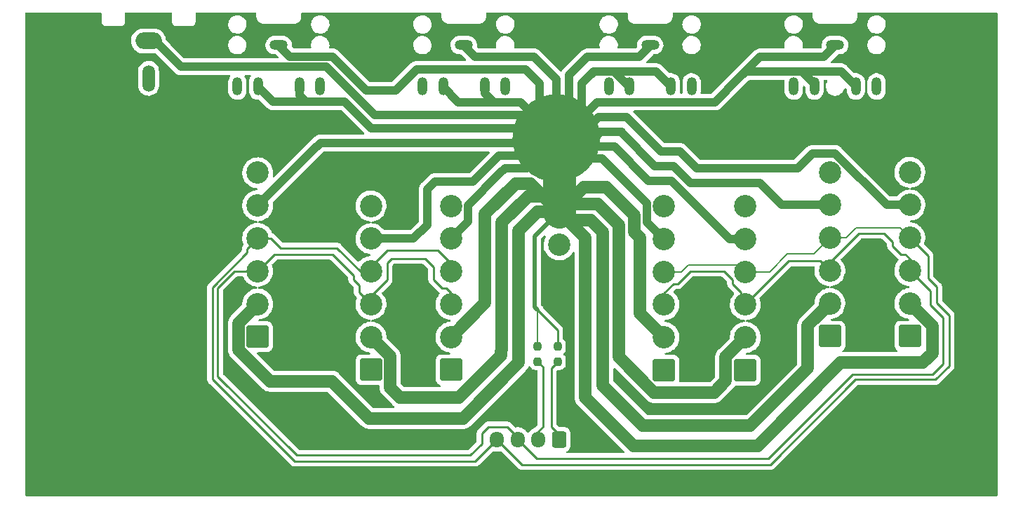
<source format=gbr>
%TF.GenerationSoftware,KiCad,Pcbnew,(6.0.8)*%
%TF.CreationDate,2022-10-25T18:18:37+09:00*%
%TF.ProjectId,amp-input,616d702d-696e-4707-9574-2e6b69636164,rev?*%
%TF.SameCoordinates,Original*%
%TF.FileFunction,Copper,L2,Bot*%
%TF.FilePolarity,Positive*%
%FSLAX46Y46*%
G04 Gerber Fmt 4.6, Leading zero omitted, Abs format (unit mm)*
G04 Created by KiCad (PCBNEW (6.0.8)) date 2022-10-25 18:18:37*
%MOMM*%
%LPD*%
G01*
G04 APERTURE LIST*
G04 Aperture macros list*
%AMRoundRect*
0 Rectangle with rounded corners*
0 $1 Rounding radius*
0 $2 $3 $4 $5 $6 $7 $8 $9 X,Y pos of 4 corners*
0 Add a 4 corners polygon primitive as box body*
4,1,4,$2,$3,$4,$5,$6,$7,$8,$9,$2,$3,0*
0 Add four circle primitives for the rounded corners*
1,1,$1+$1,$2,$3*
1,1,$1+$1,$4,$5*
1,1,$1+$1,$6,$7*
1,1,$1+$1,$8,$9*
0 Add four rect primitives between the rounded corners*
20,1,$1+$1,$2,$3,$4,$5,0*
20,1,$1+$1,$4,$5,$6,$7,0*
20,1,$1+$1,$6,$7,$8,$9,0*
20,1,$1+$1,$8,$9,$2,$3,0*%
G04 Aperture macros list end*
%TA.AperFunction,ComponentPad*%
%ADD10RoundRect,0.250001X1.099999X-1.099999X1.099999X1.099999X-1.099999X1.099999X-1.099999X-1.099999X0*%
%TD*%
%TA.AperFunction,ComponentPad*%
%ADD11C,2.700000*%
%TD*%
%TA.AperFunction,ComponentPad*%
%ADD12RoundRect,0.250001X-1.099999X1.099999X-1.099999X-1.099999X1.099999X-1.099999X1.099999X1.099999X0*%
%TD*%
%TA.AperFunction,ComponentPad*%
%ADD13C,3.600000*%
%TD*%
%TA.AperFunction,ConnectorPad*%
%ADD14C,5.600000*%
%TD*%
%TA.AperFunction,ComponentPad*%
%ADD15C,0.900000*%
%TD*%
%TA.AperFunction,ComponentPad*%
%ADD16C,10.600000*%
%TD*%
%TA.AperFunction,ComponentPad*%
%ADD17O,1.200000X2.200000*%
%TD*%
%TA.AperFunction,ComponentPad*%
%ADD18O,2.200000X1.200000*%
%TD*%
%TA.AperFunction,ComponentPad*%
%ADD19RoundRect,0.250000X0.600000X0.725000X-0.600000X0.725000X-0.600000X-0.725000X0.600000X-0.725000X0*%
%TD*%
%TA.AperFunction,ComponentPad*%
%ADD20O,1.700000X1.950000*%
%TD*%
%TA.AperFunction,ComponentPad*%
%ADD21O,1.500000X3.200000*%
%TD*%
%TA.AperFunction,ComponentPad*%
%ADD22O,3.200000X2.000000*%
%TD*%
%TA.AperFunction,SMDPad,CuDef*%
%ADD23RoundRect,0.237500X-0.237500X0.250000X-0.237500X-0.250000X0.237500X-0.250000X0.237500X0.250000X0*%
%TD*%
%TA.AperFunction,ViaPad*%
%ADD24C,0.800000*%
%TD*%
%TA.AperFunction,Conductor*%
%ADD25C,1.500000*%
%TD*%
%TA.AperFunction,Conductor*%
%ADD26C,1.000000*%
%TD*%
%TA.AperFunction,Conductor*%
%ADD27C,0.500000*%
%TD*%
%TA.AperFunction,Conductor*%
%ADD28C,0.250000*%
%TD*%
%TA.AperFunction,Conductor*%
%ADD29C,0.200000*%
%TD*%
%TA.AperFunction,Conductor*%
%ADD30C,4.000000*%
%TD*%
G04 APERTURE END LIST*
D10*
%TO.P,J9,1,Pin_1*%
%TO.N,VBUS*%
X171066000Y-103388000D03*
D11*
%TO.P,J9,2,Pin_2*%
%TO.N,GNDA*%
X171066000Y-99428000D03*
%TO.P,J9,3,Pin_3*%
%TO.N,POWER_EN*%
X171066000Y-95468000D03*
%TO.P,J9,4,Pin_4*%
%TO.N,SND_EN*%
X171066000Y-91508000D03*
%TO.P,J9,5,Pin_5*%
%TO.N,GNDA*%
X171066000Y-87548000D03*
%TO.P,J9,6,Pin_6*%
%TO.N,RL+*%
X171066000Y-83588000D03*
%TD*%
D12*
%TO.P,J5,1,Pin_1*%
%TO.N,GNDA*%
X158398000Y-84295500D03*
D11*
%TO.P,J5,2,Pin_2*%
%TO.N,VBUS*%
X158398000Y-88255500D03*
%TD*%
D13*
%TO.P,H4,1,1*%
%TO.N,Earth_Clean*%
X206756000Y-112977000D03*
D14*
X206756000Y-112977000D03*
%TD*%
D13*
%TO.P,H3,1,1*%
%TO.N,Earth_Clean*%
X98704400Y-65227200D03*
D14*
X98704400Y-65227200D03*
%TD*%
%TO.P,H2,1,1*%
%TO.N,Earth_Clean*%
X206756000Y-65225000D03*
D13*
X206756000Y-65225000D03*
%TD*%
D15*
%TO.P,H1,1,1*%
%TO.N,GNDA*%
X158102000Y-79360000D03*
X162077000Y-75385000D03*
X154127000Y-75385000D03*
D16*
X158102000Y-75385000D03*
D15*
X155291251Y-72574251D03*
X160912749Y-72574251D03*
X158102000Y-71410000D03*
X155291251Y-78195749D03*
X160912749Y-78195749D03*
%TD*%
D17*
%TO.P,J3,R*%
%TO.N,SR+*%
X151911200Y-69139200D03*
%TO.P,J3,RN*%
%TO.N,GNDA*%
X149411200Y-69139200D03*
D18*
%TO.P,J3,S*%
X146911200Y-64139200D03*
D17*
%TO.P,J3,T*%
%TO.N,SL+*%
X141911200Y-69139200D03*
%TO.P,J3,TN*%
%TO.N,GNDA*%
X144411200Y-69139200D03*
%TD*%
D10*
%TO.P,J13,1,Pin_1*%
%TO.N,VBUS*%
X122034000Y-99353000D03*
D11*
%TO.P,J13,2,Pin_2*%
%TO.N,GNDA*%
X122034000Y-95393000D03*
%TO.P,J13,3,Pin_3*%
%TO.N,POWER_EN*%
X122034000Y-91433000D03*
%TO.P,J13,4,Pin_4*%
%TO.N,SND_EN*%
X122034000Y-87473000D03*
%TO.P,J13,5,Pin_5*%
%TO.N,GNDA*%
X122034000Y-83513000D03*
%TO.P,J13,6,Pin_6*%
%TO.N,C+*%
X122034000Y-79553000D03*
%TD*%
D17*
%TO.P,J1,R*%
%TO.N,FR+*%
X196716800Y-69139200D03*
%TO.P,J1,RN*%
%TO.N,GNDA*%
X194216800Y-69139200D03*
D18*
%TO.P,J1,S*%
X191716800Y-64139200D03*
D17*
%TO.P,J1,T*%
%TO.N,FL+*%
X186716800Y-69139200D03*
%TO.P,J1,TN*%
%TO.N,GNDA*%
X189216800Y-69139200D03*
%TD*%
%TO.P,J2,R*%
%TO.N,RR+*%
X174390200Y-69139200D03*
%TO.P,J2,RN*%
%TO.N,GNDA*%
X171890200Y-69139200D03*
D18*
%TO.P,J2,S*%
X169390200Y-64139200D03*
D17*
%TO.P,J2,T*%
%TO.N,RL+*%
X164390200Y-69139200D03*
%TO.P,J2,TN*%
%TO.N,GNDA*%
X166890200Y-69139200D03*
%TD*%
D10*
%TO.P,J12,1,Pin_1*%
%TO.N,VBUS*%
X135708000Y-103350500D03*
D11*
%TO.P,J12,2,Pin_2*%
%TO.N,GNDA*%
X135708000Y-99390500D03*
%TO.P,J12,3,Pin_3*%
%TO.N,POWER_EN*%
X135708000Y-95430500D03*
%TO.P,J12,4,Pin_4*%
%TO.N,SND_EN*%
X135708000Y-91470500D03*
%TO.P,J12,5,Pin_5*%
%TO.N,GNDA*%
X135708000Y-87510500D03*
%TO.P,J12,6,Pin_6*%
%TO.N,SL+*%
X135708000Y-83550500D03*
%TD*%
D13*
%TO.P,H5,1,1*%
%TO.N,Earth_Clean*%
X98704400Y-112979200D03*
D14*
X98704400Y-112979200D03*
%TD*%
D19*
%TO.P,J6,1,Pin_1*%
%TO.N,Net-(J6-Pad1)*%
X158416000Y-111760000D03*
D20*
%TO.P,J6,2,Pin_2*%
%TO.N,Net-(J6-Pad2)*%
X155916000Y-111760000D03*
%TO.P,J6,3,Pin_3*%
%TO.N,POWER_EN*%
X153416000Y-111760000D03*
%TO.P,J6,4,Pin_4*%
%TO.N,SND_EN*%
X150916000Y-111760000D03*
%TD*%
D10*
%TO.P,J11,1,Pin_1*%
%TO.N,VBUS*%
X145360000Y-103350500D03*
D11*
%TO.P,J11,2,Pin_2*%
%TO.N,GNDA*%
X145360000Y-99390500D03*
%TO.P,J11,3,Pin_3*%
%TO.N,POWER_EN*%
X145360000Y-95430500D03*
%TO.P,J11,4,Pin_4*%
%TO.N,SND_EN*%
X145360000Y-91470500D03*
%TO.P,J11,5,Pin_5*%
%TO.N,GNDA*%
X145360000Y-87510500D03*
%TO.P,J11,6,Pin_6*%
%TO.N,SR+*%
X145360000Y-83550500D03*
%TD*%
D10*
%TO.P,J10,1,Pin_1*%
%TO.N,VBUS*%
X180878000Y-103388000D03*
D11*
%TO.P,J10,2,Pin_2*%
%TO.N,GNDA*%
X180878000Y-99428000D03*
%TO.P,J10,3,Pin_3*%
%TO.N,POWER_EN*%
X180878000Y-95468000D03*
%TO.P,J10,4,Pin_4*%
%TO.N,SND_EN*%
X180878000Y-91508000D03*
%TO.P,J10,5,Pin_5*%
%TO.N,GNDA*%
X180878000Y-87548000D03*
%TO.P,J10,6,Pin_6*%
%TO.N,RR+*%
X180878000Y-83588000D03*
%TD*%
D17*
%TO.P,J4,R*%
%TO.N,SW+*%
X129584600Y-69139200D03*
%TO.P,J4,RN*%
%TO.N,GNDA*%
X127084600Y-69139200D03*
D18*
%TO.P,J4,S*%
X124584600Y-64139200D03*
D17*
%TO.P,J4,T*%
%TO.N,C+*%
X119584600Y-69139200D03*
%TO.P,J4,TN*%
%TO.N,GNDA*%
X122084600Y-69139200D03*
%TD*%
D10*
%TO.P,J8,1,Pin_1*%
%TO.N,VBUS*%
X200732000Y-99286500D03*
D11*
%TO.P,J8,2,Pin_2*%
%TO.N,GNDA*%
X200732000Y-95326500D03*
%TO.P,J8,3,Pin_3*%
%TO.N,POWER_EN*%
X200732000Y-91366500D03*
%TO.P,J8,4,Pin_4*%
%TO.N,SND_EN*%
X200732000Y-87406500D03*
%TO.P,J8,5,Pin_5*%
%TO.N,GNDA*%
X200732000Y-83446500D03*
%TO.P,J8,6,Pin_6*%
%TO.N,FR+*%
X200732000Y-79486500D03*
%TD*%
D21*
%TO.P,J14,1,In*%
%TO.N,SW+*%
X108864400Y-68139200D03*
D22*
%TO.P,J14,2,Ext*%
%TO.N,GNDA*%
X108864400Y-63639200D03*
%TD*%
D10*
%TO.P,J7,1,Pin_1*%
%TO.N,VBUS*%
X191080000Y-99286500D03*
D11*
%TO.P,J7,2,Pin_2*%
%TO.N,GNDA*%
X191080000Y-95326500D03*
%TO.P,J7,3,Pin_3*%
%TO.N,POWER_EN*%
X191080000Y-91366500D03*
%TO.P,J7,4,Pin_4*%
%TO.N,SND_EN*%
X191080000Y-87406500D03*
%TO.P,J7,5,Pin_5*%
%TO.N,GNDA*%
X191080000Y-83446500D03*
%TO.P,J7,6,Pin_6*%
%TO.N,FL+*%
X191080000Y-79486500D03*
%TD*%
D23*
%TO.P,R1,1*%
%TO.N,GNDA*%
X158229000Y-100537000D03*
%TO.P,R1,2*%
%TO.N,Net-(J6-Pad1)*%
X158229000Y-102362000D03*
%TD*%
%TO.P,R2,1*%
%TO.N,GNDA*%
X155816000Y-100537000D03*
%TO.P,R2,2*%
%TO.N,Net-(J6-Pad2)*%
X155816000Y-102362000D03*
%TD*%
D24*
%TO.N,Earth_Clean*%
X124841000Y-101981000D03*
X141224000Y-98044000D03*
X175260000Y-98044000D03*
X174752000Y-74168000D03*
X158877000Y-95173800D03*
X192532000Y-74168000D03*
X175768000Y-108077000D03*
X128651000Y-109601000D03*
X196088000Y-93980000D03*
X183134000Y-74930000D03*
X128524000Y-82804000D03*
X130048000Y-96012000D03*
X184404000Y-98044000D03*
X153416000Y-107188000D03*
X162407600Y-111963200D03*
X147828000Y-78232000D03*
X197104000Y-100076000D03*
X139192000Y-80772000D03*
%TD*%
D25*
%TO.N,GNDA*%
X188415250Y-103176750D02*
X181483000Y-110109000D01*
D26*
X187430400Y-67339200D02*
X192416800Y-67339200D01*
D25*
X151384000Y-101092000D02*
X151384000Y-101600000D01*
X192405000Y-102489000D02*
X202311000Y-102489000D01*
D26*
X147410000Y-83476000D02*
X147410000Y-85460500D01*
D27*
X155448000Y-95504000D02*
X155448000Y-87245500D01*
D26*
X146926000Y-64209000D02*
X148276001Y-65559001D01*
D27*
X155448000Y-95758000D02*
X155448000Y-95504000D01*
D26*
X161803100Y-68127900D02*
X162591800Y-67339200D01*
X154345000Y-67056000D02*
X156070000Y-68781000D01*
D28*
X158229000Y-98539000D02*
X155448000Y-95758000D01*
D25*
X169875972Y-106095028D02*
X177114972Y-106095028D01*
X159363000Y-85260500D02*
X158398000Y-84295500D01*
D26*
X180129200Y-68089800D02*
X177210000Y-71009000D01*
X123874000Y-70969000D02*
X126135000Y-70969000D01*
X156070000Y-68781000D02*
X156070000Y-73353000D01*
X130302000Y-66751200D02*
X136125051Y-72574251D01*
X158102000Y-73353000D02*
X158610000Y-73861000D01*
X165024891Y-67339200D02*
X166894691Y-69209000D01*
X109714800Y-63690000D02*
X112776000Y-66751200D01*
X135128000Y-69596000D02*
X138684000Y-69596000D01*
X165915000Y-74729000D02*
X169926000Y-78740000D01*
X162986000Y-71009000D02*
X159880000Y-74115000D01*
X161803100Y-68127900D02*
X161150000Y-68781000D01*
X180129200Y-68089800D02*
X180879800Y-67339200D01*
X141224000Y-67056000D02*
X154345000Y-67056000D01*
X128808500Y-76738500D02*
X129443500Y-76103500D01*
X191710000Y-64209000D02*
X190353999Y-65565001D01*
X168044690Y-65559001D02*
X161831999Y-65559001D01*
D25*
X153530000Y-102502000D02*
X146812000Y-109220000D01*
D26*
X122034000Y-83513000D02*
X128808500Y-76738500D01*
D29*
X155816000Y-96152000D02*
X155816000Y-96126000D01*
D26*
X112776000Y-66751200D02*
X130302000Y-66751200D01*
X143406750Y-80621250D02*
X142494000Y-81534000D01*
D27*
X155448000Y-87245500D02*
X158398000Y-84295500D01*
D26*
X163436000Y-74623000D02*
X165915000Y-74623000D01*
D25*
X151498000Y-100978000D02*
X151384000Y-101092000D01*
X188415250Y-97991250D02*
X188415250Y-103176750D01*
D26*
X165024891Y-67339200D02*
X170090200Y-67339200D01*
X189216800Y-68820800D02*
X189216800Y-69139200D01*
X192416800Y-67339200D02*
X194216800Y-69139200D01*
X180129200Y-68089800D02*
X180833200Y-67385800D01*
X126135000Y-70969000D02*
X127865000Y-70969000D01*
X142494000Y-81534000D02*
X142494000Y-85852000D01*
X153726000Y-71009000D02*
X150511000Y-71009000D01*
D25*
X191080000Y-95326500D02*
X188415250Y-97991250D01*
D26*
X180879800Y-67339200D02*
X187430400Y-67339200D01*
X182653999Y-65565001D02*
X180708000Y-67511000D01*
D25*
X177114972Y-106095028D02*
X178507000Y-104703000D01*
D26*
X180708000Y-67511000D02*
X180129200Y-68089800D01*
X136125051Y-72574251D02*
X155291251Y-72574251D01*
D25*
X168656000Y-97028000D02*
X168666000Y-97028000D01*
X123501472Y-104717528D02*
X119734000Y-100950056D01*
D26*
X131051001Y-65519001D02*
X135128000Y-69596000D01*
D25*
X165608000Y-101827056D02*
X169875972Y-106095028D01*
D26*
X156885000Y-74168000D02*
X135712200Y-74168000D01*
X182626000Y-80772000D02*
X185300500Y-83446500D01*
D25*
X161523500Y-106659500D02*
X167386000Y-112522000D01*
D26*
X159626000Y-67765000D02*
X159626000Y-73861000D01*
D25*
X167469500Y-86697500D02*
X168148000Y-87376000D01*
X168148000Y-96520000D02*
X168656000Y-97028000D01*
D26*
X188976000Y-77216000D02*
X187198000Y-78994000D01*
X171958000Y-80518000D02*
X178988000Y-87548000D01*
X155388001Y-65559001D02*
X158102000Y-68273000D01*
D30*
X158398000Y-81777000D02*
X158398000Y-75597000D01*
D25*
X163690000Y-86728000D02*
X162222500Y-85260500D01*
D26*
X172974000Y-76962000D02*
X170688000Y-76962000D01*
X122074000Y-69169000D02*
X123874000Y-70969000D01*
X125924001Y-65519001D02*
X131051001Y-65519001D01*
D25*
X138008000Y-101690500D02*
X135708000Y-99390500D01*
D26*
X190353999Y-65565001D02*
X182653999Y-65565001D01*
D25*
X165608000Y-85852000D02*
X165608000Y-101827056D01*
X158398000Y-84295500D02*
X156472500Y-82370000D01*
D26*
X169196862Y-80518000D02*
X171958000Y-80518000D01*
D25*
X151384000Y-101600000D02*
X146304000Y-106680000D01*
X178507000Y-101799000D02*
X180878000Y-99428000D01*
D27*
X155448000Y-95504000D02*
X155448000Y-95784000D01*
D25*
X162222500Y-85260500D02*
X159363000Y-85260500D01*
X151498000Y-85545000D02*
X151498000Y-100978000D01*
D26*
X151130000Y-77470000D02*
X147978750Y-80621250D01*
X127865000Y-70969000D02*
X132513200Y-70969000D01*
D29*
X155816000Y-100537000D02*
X155816000Y-96152000D01*
D26*
X170688000Y-76962000D02*
X166571000Y-72845000D01*
D25*
X163068000Y-83312000D02*
X165608000Y-85852000D01*
X164084000Y-81280000D02*
X167469500Y-84665500D01*
D26*
X150511000Y-71009000D02*
X146226000Y-71009000D01*
X127865000Y-70969000D02*
X127074000Y-70178000D01*
X151257000Y-79629000D02*
X147410000Y-83476000D01*
D30*
X158398000Y-84295500D02*
X158398000Y-81777000D01*
D26*
X108864400Y-63690000D02*
X109714800Y-63690000D01*
X171066000Y-87548000D02*
X169013000Y-85495000D01*
X180708000Y-67511000D02*
X180810000Y-67409000D01*
D25*
X131006528Y-104717528D02*
X135509000Y-109220000D01*
D26*
X162591800Y-67339200D02*
X165024891Y-67339200D01*
D25*
X158398000Y-84295500D02*
X159381500Y-83312000D01*
D26*
X142494000Y-85852000D02*
X140835500Y-87510500D01*
X169013000Y-83248000D02*
X163555750Y-77790750D01*
X187735200Y-67339200D02*
X189216800Y-68820800D01*
X147410000Y-85460500D02*
X145360000Y-87510500D01*
X127074000Y-70178000D02*
X127074000Y-69169000D01*
X191708638Y-77216000D02*
X188976000Y-77216000D01*
X200732000Y-83446500D02*
X197939138Y-83446500D01*
D25*
X119734000Y-100950056D02*
X119734000Y-97693000D01*
X168148000Y-87376000D02*
X168148000Y-96520000D01*
D26*
X159626000Y-73861000D02*
X158102000Y-75385000D01*
X161803100Y-68127900D02*
X162545200Y-67385800D01*
X185300500Y-83446500D02*
X191080000Y-83446500D01*
D25*
X167386000Y-112522000D02*
X182372000Y-112522000D01*
X182372000Y-112522000D02*
X192405000Y-102489000D01*
D26*
X161658000Y-74369000D02*
X159626000Y-74369000D01*
X158398000Y-75597000D02*
X156154000Y-73353000D01*
X151892000Y-78994000D02*
X154493000Y-78994000D01*
X162674000Y-75385000D02*
X163436000Y-74623000D01*
X158102000Y-68273000D02*
X158102000Y-75385000D01*
X138684000Y-69596000D02*
X141224000Y-67056000D01*
D25*
X123501472Y-104717528D02*
X131006528Y-104717528D01*
D26*
X158102000Y-75385000D02*
X156885000Y-74168000D01*
D25*
X138008000Y-105496000D02*
X138008000Y-101690500D01*
X146812000Y-109220000D02*
X135509000Y-109220000D01*
X146304000Y-106680000D02*
X139192000Y-106680000D01*
D26*
X140835500Y-87510500D02*
X135708000Y-87510500D01*
D28*
X158229000Y-100537000D02*
X158229000Y-98539000D01*
D25*
X161413500Y-81280000D02*
X164084000Y-81280000D01*
X159381500Y-83312000D02*
X163068000Y-83312000D01*
D26*
X172212000Y-78740000D02*
X174244000Y-80772000D01*
X148276001Y-65559001D02*
X155388001Y-65559001D01*
X161831999Y-65559001D02*
X159626000Y-67765000D01*
D25*
X158398000Y-84295500D02*
X155795500Y-84295500D01*
X168666000Y-97028000D02*
X171066000Y-99428000D01*
X168529000Y-110109000D02*
X163690000Y-105270000D01*
D26*
X165915000Y-74623000D02*
X165915000Y-74729000D01*
D25*
X154673000Y-82370000D02*
X151498000Y-85545000D01*
D29*
X155816000Y-96126000D02*
X155448000Y-95758000D01*
D26*
X158102000Y-75385000D02*
X153726000Y-71009000D01*
X169926000Y-78740000D02*
X172212000Y-78740000D01*
D25*
X203454000Y-98048500D02*
X200732000Y-95326500D01*
D26*
X197939138Y-83446500D02*
X191708638Y-77216000D01*
X154493000Y-78994000D02*
X158102000Y-75385000D01*
D25*
X167469500Y-84665500D02*
X167469500Y-86697500D01*
X149466000Y-84529000D02*
X153149000Y-80846000D01*
D26*
X129601000Y-75946000D02*
X157541000Y-75946000D01*
X132513200Y-70969000D02*
X135712200Y-74168000D01*
D25*
X156472500Y-82370000D02*
X154673000Y-82370000D01*
D26*
X151130000Y-77470000D02*
X156017000Y-77470000D01*
D25*
X158398000Y-84295500D02*
X161413500Y-81280000D01*
D26*
X156578000Y-71829000D02*
X158102000Y-73353000D01*
D25*
X153149000Y-80846000D02*
X154948500Y-80846000D01*
D26*
X146226000Y-71009000D02*
X144426000Y-69209000D01*
D25*
X119734000Y-97693000D02*
X122034000Y-95393000D01*
D26*
X163182000Y-72845000D02*
X161658000Y-74369000D01*
X175006000Y-78994000D02*
X172974000Y-76962000D01*
X159626000Y-74369000D02*
X158610000Y-75385000D01*
D25*
X149466000Y-95284500D02*
X149466000Y-84529000D01*
D26*
X128808500Y-76738500D02*
X129601000Y-75946000D01*
X165079862Y-76401000D02*
X169196862Y-80518000D01*
D27*
X155448000Y-95784000D02*
X155816000Y-96152000D01*
D25*
X203454000Y-101346000D02*
X203454000Y-98048500D01*
D26*
X163555750Y-77790750D02*
X160591750Y-77790750D01*
D25*
X178507000Y-104703000D02*
X178507000Y-101799000D01*
D26*
X151257000Y-79629000D02*
X151892000Y-78994000D01*
X169394691Y-64209000D02*
X168044690Y-65559001D01*
X187198000Y-78994000D02*
X175006000Y-78994000D01*
D25*
X139192000Y-106680000D02*
X138008000Y-105496000D01*
X154948500Y-80846000D02*
X158398000Y-84295500D01*
X155795500Y-84295500D02*
X153530000Y-86561000D01*
D26*
X159626000Y-76401000D02*
X165079862Y-76401000D01*
D25*
X161523500Y-87421000D02*
X161523500Y-106659500D01*
D26*
X178988000Y-87548000D02*
X180878000Y-87548000D01*
X169013000Y-85495000D02*
X169013000Y-83248000D01*
D25*
X158398000Y-84295500D02*
X161523500Y-87421000D01*
D26*
X166571000Y-72845000D02*
X163182000Y-72845000D01*
D25*
X181483000Y-110109000D02*
X168529000Y-110109000D01*
X153530000Y-86561000D02*
X153530000Y-102502000D01*
D26*
X170090200Y-67339200D02*
X171890200Y-69139200D01*
D25*
X202311000Y-102489000D02*
X203454000Y-101346000D01*
D26*
X147978750Y-80621250D02*
X143406750Y-80621250D01*
X149426000Y-69209000D02*
X149426000Y-69924000D01*
X177210000Y-71009000D02*
X162986000Y-71009000D01*
X149426000Y-69924000D02*
X150511000Y-71009000D01*
X174244000Y-80772000D02*
X182626000Y-80772000D01*
X187430400Y-67339200D02*
X187735200Y-67339200D01*
D25*
X145360000Y-99390500D02*
X149466000Y-95284500D01*
X163690000Y-105270000D02*
X163690000Y-86728000D01*
D26*
X124574000Y-64169000D02*
X125924001Y-65519001D01*
X161150000Y-68781000D02*
X161150000Y-72337000D01*
D28*
%TO.N,Net-(J6-Pad1)*%
X158229000Y-102362000D02*
X158229000Y-102375000D01*
X157480000Y-103124000D02*
X157480000Y-110236000D01*
X157480000Y-110236000D02*
X158416000Y-111172000D01*
X158416000Y-111172000D02*
X158416000Y-111760000D01*
X158229000Y-102375000D02*
X157480000Y-103124000D01*
%TO.N,Net-(J6-Pad2)*%
X155916000Y-110784000D02*
X156464000Y-110236000D01*
X156464000Y-110236000D02*
X156464000Y-103010000D01*
X155916000Y-111760000D02*
X155916000Y-110784000D01*
X156464000Y-103010000D02*
X155816000Y-102362000D01*
%TO.N,POWER_EN*%
X180878000Y-95468000D02*
X186121750Y-90224250D01*
X144272000Y-93472000D02*
X144780000Y-93472000D01*
X147701000Y-113665000D02*
X126746000Y-113665000D01*
X178308000Y-91440000D02*
X179324000Y-92456000D01*
X191080000Y-91366500D02*
X191080000Y-90352000D01*
X189937750Y-90224250D02*
X191080000Y-91366500D01*
X137668000Y-90424000D02*
X138176000Y-89916000D01*
X194564000Y-86868000D02*
X197612000Y-86868000D01*
X204724000Y-97028000D02*
X203200000Y-95504000D01*
X180340000Y-93980000D02*
X180340000Y-94930000D01*
X198628000Y-88392000D02*
X199644000Y-89408000D01*
X203454000Y-103886000D02*
X204724000Y-102616000D01*
X152146000Y-110236000D02*
X149860000Y-110236000D01*
X200732000Y-89937200D02*
X200732000Y-91366500D01*
X143256000Y-90932000D02*
X143256000Y-92456000D01*
X179324000Y-92964000D02*
X180340000Y-93980000D01*
X135708000Y-94416000D02*
X137668000Y-92456000D01*
X203200000Y-93834500D02*
X203200000Y-95504000D01*
X172212000Y-92964000D02*
X172720000Y-92964000D01*
X200732000Y-91366500D02*
X203200000Y-93834500D01*
X171066000Y-94110000D02*
X172212000Y-92964000D01*
X134257500Y-93109500D02*
X133604000Y-92456000D01*
X198628000Y-87884000D02*
X198628000Y-88392000D01*
X117221000Y-93472000D02*
X119260000Y-91433000D01*
X180340000Y-94930000D02*
X180878000Y-95468000D01*
X149860000Y-110236000D02*
X149098000Y-110998000D01*
X197612000Y-86868000D02*
X198628000Y-87884000D01*
X174244000Y-91440000D02*
X178308000Y-91440000D01*
X193802000Y-103886000D02*
X203454000Y-103886000D01*
X137668000Y-92456000D02*
X137668000Y-90424000D01*
X149098000Y-112268000D02*
X147701000Y-113665000D01*
X200202800Y-89408000D02*
X200732000Y-89937200D01*
X179324000Y-92456000D02*
X179324000Y-92964000D01*
X191080000Y-90352000D02*
X194564000Y-86868000D01*
X153416000Y-111506000D02*
X152146000Y-110236000D01*
X172720000Y-92964000D02*
X174244000Y-91440000D01*
X117221000Y-104140000D02*
X117221000Y-93472000D01*
X143256000Y-92456000D02*
X144272000Y-93472000D01*
X155702000Y-114046000D02*
X183642000Y-114046000D01*
X153416000Y-111760000D02*
X153416000Y-111506000D01*
X144780000Y-93472000D02*
X145360000Y-94052000D01*
X204724000Y-102616000D02*
X204724000Y-97028000D01*
X135708000Y-95430500D02*
X135708000Y-94416000D01*
X138176000Y-89916000D02*
X142240000Y-89916000D01*
X126746000Y-113665000D02*
X117221000Y-104140000D01*
X149098000Y-110998000D02*
X149098000Y-112268000D01*
X119260000Y-91433000D02*
X122034000Y-91433000D01*
X142240000Y-89916000D02*
X143256000Y-90932000D01*
X124059000Y-89408000D02*
X131064000Y-89408000D01*
X145360000Y-94052000D02*
X145360000Y-95430500D01*
X171066000Y-95468000D02*
X171066000Y-94110000D01*
X133604000Y-91948000D02*
X133604000Y-92456000D01*
X186121750Y-90224250D02*
X189937750Y-90224250D01*
X153416000Y-111760000D02*
X155702000Y-114046000D01*
X200202800Y-89408000D02*
X199644000Y-89408000D01*
X134257500Y-93980000D02*
X134257500Y-93109500D01*
X122034000Y-91433000D02*
X124059000Y-89408000D01*
X134257500Y-93980000D02*
X135708000Y-95430500D01*
X131064000Y-89408000D02*
X133604000Y-91948000D01*
X183642000Y-114046000D02*
X193802000Y-103886000D01*
%TO.N,SND_EN*%
X120755500Y-88751500D02*
X120755500Y-89200900D01*
X135708000Y-91470500D02*
X135708000Y-90860000D01*
D29*
X189129300Y-89357200D02*
X185978800Y-89357200D01*
D28*
X202915950Y-89590450D02*
X200732000Y-87406500D01*
D29*
X171066000Y-91508000D02*
X173160000Y-91508000D01*
D28*
X203982750Y-93340350D02*
X202915950Y-92273550D01*
D29*
X193060300Y-87406500D02*
X194259200Y-86207600D01*
D28*
X194183000Y-104521000D02*
X203835000Y-104521000D01*
X143764000Y-88900000D02*
X145360000Y-90496000D01*
X126459300Y-114383500D02*
X148292500Y-114383500D01*
X145360000Y-90496000D02*
X145360000Y-91470500D01*
X205486000Y-102870000D02*
X205486000Y-96774000D01*
X150916000Y-111760000D02*
X153944000Y-114788000D01*
X131622800Y-88646000D02*
X124815600Y-88646000D01*
X122034000Y-87473000D02*
X120755500Y-88751500D01*
X135708000Y-90860000D02*
X137668000Y-88900000D01*
X183916000Y-114788000D02*
X194183000Y-104521000D01*
X203835000Y-104521000D02*
X205486000Y-102870000D01*
X202915950Y-92273550D02*
X202915950Y-89590450D01*
D29*
X173160000Y-91508000D02*
X173990000Y-90678000D01*
X191080000Y-87406500D02*
X189129300Y-89357200D01*
D28*
X116586000Y-104510200D02*
X126459300Y-114383500D01*
X123642600Y-87473000D02*
X122034000Y-87473000D01*
D29*
X191080000Y-87406500D02*
X193060300Y-87406500D01*
D28*
X135708000Y-91470500D02*
X134447300Y-91470500D01*
D29*
X185978800Y-89357200D02*
X183828000Y-91508000D01*
D28*
X124815600Y-88646000D02*
X123642600Y-87473000D01*
X205486000Y-96774000D02*
X203982750Y-95270750D01*
X148292500Y-114383500D02*
X150916000Y-111760000D01*
X137668000Y-88900000D02*
X143764000Y-88900000D01*
D29*
X180048000Y-90678000D02*
X180878000Y-91508000D01*
D28*
X153944000Y-114788000D02*
X183916000Y-114788000D01*
X134447300Y-91470500D02*
X131622800Y-88646000D01*
D29*
X173990000Y-90678000D02*
X180048000Y-90678000D01*
X183828000Y-91508000D02*
X180878000Y-91508000D01*
D28*
X120755500Y-89200900D02*
X116586000Y-93370400D01*
D29*
X199533100Y-86207600D02*
X200732000Y-87406500D01*
D28*
X116586000Y-93370400D02*
X116586000Y-104510200D01*
X203982750Y-95270750D02*
X203982750Y-93340350D01*
D29*
X194259200Y-86207600D02*
X199533100Y-86207600D01*
%TD*%
%TA.AperFunction,Conductor*%
%TO.N,Earth_Clean*%
G36*
X103148021Y-60218002D02*
G01*
X103194514Y-60271658D01*
X103205900Y-60324000D01*
X103205900Y-61330577D01*
X103205898Y-61331347D01*
X103205424Y-61408921D01*
X103207891Y-61417552D01*
X103213550Y-61437353D01*
X103217128Y-61454115D01*
X103221320Y-61483387D01*
X103225034Y-61491555D01*
X103225034Y-61491556D01*
X103231948Y-61506762D01*
X103238396Y-61524286D01*
X103245451Y-61548971D01*
X103250243Y-61556565D01*
X103250244Y-61556568D01*
X103261230Y-61573980D01*
X103269369Y-61589063D01*
X103281608Y-61615982D01*
X103287469Y-61622784D01*
X103298370Y-61635435D01*
X103309473Y-61650439D01*
X103323176Y-61672158D01*
X103329901Y-61678097D01*
X103329904Y-61678101D01*
X103345338Y-61691732D01*
X103357382Y-61703924D01*
X103370827Y-61719527D01*
X103370830Y-61719529D01*
X103376687Y-61726327D01*
X103384216Y-61731207D01*
X103384217Y-61731208D01*
X103398235Y-61740294D01*
X103413109Y-61751585D01*
X103425617Y-61762631D01*
X103432351Y-61768578D01*
X103459111Y-61781142D01*
X103474091Y-61789463D01*
X103491383Y-61800671D01*
X103491388Y-61800673D01*
X103498915Y-61805552D01*
X103507508Y-61808122D01*
X103507513Y-61808124D01*
X103523520Y-61812911D01*
X103540964Y-61819572D01*
X103556076Y-61826667D01*
X103556078Y-61826668D01*
X103564200Y-61830481D01*
X103573067Y-61831862D01*
X103573068Y-61831862D01*
X103575753Y-61832280D01*
X103593417Y-61835030D01*
X103610132Y-61838813D01*
X103629866Y-61844715D01*
X103629872Y-61844716D01*
X103638466Y-61847286D01*
X103647437Y-61847341D01*
X103647438Y-61847341D01*
X103657497Y-61847402D01*
X103672906Y-61847496D01*
X103673689Y-61847529D01*
X103674786Y-61847700D01*
X103705777Y-61847700D01*
X103706547Y-61847702D01*
X103780185Y-61848152D01*
X103780186Y-61848152D01*
X103784121Y-61848176D01*
X103785465Y-61847792D01*
X103786810Y-61847700D01*
X105505777Y-61847700D01*
X105506548Y-61847702D01*
X105584121Y-61848176D01*
X105612552Y-61840050D01*
X105629315Y-61836472D01*
X105630153Y-61836352D01*
X105658587Y-61832280D01*
X105681964Y-61821651D01*
X105699487Y-61815204D01*
X105724171Y-61808149D01*
X105731765Y-61803357D01*
X105731768Y-61803356D01*
X105749180Y-61792370D01*
X105764265Y-61784230D01*
X105791182Y-61771992D01*
X105810635Y-61755230D01*
X105825639Y-61744127D01*
X105847358Y-61730424D01*
X105853297Y-61723699D01*
X105853301Y-61723696D01*
X105866932Y-61708262D01*
X105879124Y-61696218D01*
X105894727Y-61682773D01*
X105894729Y-61682770D01*
X105901527Y-61676913D01*
X105915494Y-61655365D01*
X105926785Y-61640491D01*
X105937831Y-61627983D01*
X105937832Y-61627982D01*
X105943778Y-61621249D01*
X105956343Y-61594487D01*
X105964663Y-61579509D01*
X105975871Y-61562217D01*
X105975873Y-61562212D01*
X105980752Y-61554685D01*
X105983322Y-61546092D01*
X105983324Y-61546087D01*
X105988111Y-61530080D01*
X105994772Y-61512636D01*
X106001867Y-61497524D01*
X106001868Y-61497522D01*
X106005681Y-61489400D01*
X106010230Y-61460183D01*
X106014013Y-61443468D01*
X106019915Y-61423734D01*
X106019916Y-61423728D01*
X106022486Y-61415134D01*
X106022696Y-61380694D01*
X106022729Y-61379911D01*
X106022900Y-61378814D01*
X106022900Y-61347823D01*
X106022902Y-61347053D01*
X106023352Y-61273415D01*
X106023352Y-61273414D01*
X106023376Y-61269479D01*
X106022992Y-61268135D01*
X106022900Y-61266790D01*
X106022900Y-60324000D01*
X106042902Y-60255879D01*
X106096558Y-60209386D01*
X106148900Y-60198000D01*
X111579900Y-60198000D01*
X111648021Y-60218002D01*
X111694514Y-60271658D01*
X111705900Y-60324000D01*
X111705900Y-61330577D01*
X111705898Y-61331347D01*
X111705424Y-61408921D01*
X111707891Y-61417552D01*
X111713550Y-61437353D01*
X111717128Y-61454115D01*
X111721320Y-61483387D01*
X111725034Y-61491555D01*
X111725034Y-61491556D01*
X111731948Y-61506762D01*
X111738396Y-61524286D01*
X111745451Y-61548971D01*
X111750243Y-61556565D01*
X111750244Y-61556568D01*
X111761230Y-61573980D01*
X111769369Y-61589063D01*
X111781608Y-61615982D01*
X111787469Y-61622784D01*
X111798370Y-61635435D01*
X111809473Y-61650439D01*
X111823176Y-61672158D01*
X111829901Y-61678097D01*
X111829904Y-61678101D01*
X111845338Y-61691732D01*
X111857382Y-61703924D01*
X111870827Y-61719527D01*
X111870830Y-61719529D01*
X111876687Y-61726327D01*
X111884216Y-61731207D01*
X111884217Y-61731208D01*
X111898235Y-61740294D01*
X111913109Y-61751585D01*
X111925617Y-61762631D01*
X111932351Y-61768578D01*
X111959111Y-61781142D01*
X111974091Y-61789463D01*
X111991383Y-61800671D01*
X111991388Y-61800673D01*
X111998915Y-61805552D01*
X112007508Y-61808122D01*
X112007513Y-61808124D01*
X112023520Y-61812911D01*
X112040964Y-61819572D01*
X112056076Y-61826667D01*
X112056078Y-61826668D01*
X112064200Y-61830481D01*
X112073067Y-61831862D01*
X112073068Y-61831862D01*
X112075753Y-61832280D01*
X112093417Y-61835030D01*
X112110132Y-61838813D01*
X112129866Y-61844715D01*
X112129872Y-61844716D01*
X112138466Y-61847286D01*
X112147437Y-61847341D01*
X112147438Y-61847341D01*
X112157497Y-61847402D01*
X112172906Y-61847496D01*
X112173689Y-61847529D01*
X112174786Y-61847700D01*
X112205777Y-61847700D01*
X112206547Y-61847702D01*
X112280185Y-61848152D01*
X112280186Y-61848152D01*
X112284121Y-61848176D01*
X112285465Y-61847792D01*
X112286810Y-61847700D01*
X114005777Y-61847700D01*
X114006548Y-61847702D01*
X114084121Y-61848176D01*
X114112552Y-61840050D01*
X114129315Y-61836472D01*
X114130153Y-61836352D01*
X114158587Y-61832280D01*
X114181964Y-61821651D01*
X114199487Y-61815204D01*
X114224171Y-61808149D01*
X114231765Y-61803357D01*
X114231768Y-61803356D01*
X114249180Y-61792370D01*
X114264265Y-61784230D01*
X114291182Y-61771992D01*
X114310635Y-61755230D01*
X114325639Y-61744127D01*
X114347358Y-61730424D01*
X114353297Y-61723699D01*
X114353301Y-61723696D01*
X114366932Y-61708262D01*
X114379124Y-61696218D01*
X114394727Y-61682773D01*
X114394729Y-61682770D01*
X114401527Y-61676913D01*
X114415494Y-61655365D01*
X114426785Y-61640491D01*
X114437831Y-61627983D01*
X114437832Y-61627982D01*
X114443778Y-61621249D01*
X114456343Y-61594487D01*
X114461722Y-61584804D01*
X118472387Y-61584804D01*
X118482167Y-61796099D01*
X118483571Y-61801924D01*
X118483571Y-61801925D01*
X118494718Y-61848176D01*
X118531725Y-62001734D01*
X118534207Y-62007192D01*
X118534208Y-62007196D01*
X118577653Y-62102746D01*
X118619274Y-62194287D01*
X118741654Y-62366811D01*
X118894450Y-62513081D01*
X119072148Y-62627820D01*
X119077714Y-62630063D01*
X119262768Y-62704642D01*
X119262771Y-62704643D01*
X119268337Y-62706886D01*
X119475937Y-62747428D01*
X119481499Y-62747700D01*
X119637446Y-62747700D01*
X119795166Y-62732652D01*
X119998134Y-62673108D01*
X120081711Y-62630063D01*
X120180849Y-62579004D01*
X120180852Y-62579002D01*
X120186180Y-62576258D01*
X120352520Y-62445596D01*
X120356452Y-62441065D01*
X120356455Y-62441062D01*
X120487221Y-62290367D01*
X120491152Y-62285837D01*
X120494152Y-62280651D01*
X120494155Y-62280647D01*
X120594067Y-62107942D01*
X120597073Y-62102746D01*
X120666461Y-61902929D01*
X120674400Y-61848176D01*
X120695952Y-61699536D01*
X120695952Y-61699533D01*
X120696813Y-61693596D01*
X120691777Y-61584804D01*
X128472387Y-61584804D01*
X128482167Y-61796099D01*
X128483571Y-61801924D01*
X128483571Y-61801925D01*
X128494718Y-61848176D01*
X128531725Y-62001734D01*
X128534207Y-62007192D01*
X128534208Y-62007196D01*
X128577653Y-62102746D01*
X128619274Y-62194287D01*
X128741654Y-62366811D01*
X128894450Y-62513081D01*
X129072148Y-62627820D01*
X129077714Y-62630063D01*
X129262768Y-62704642D01*
X129262771Y-62704643D01*
X129268337Y-62706886D01*
X129475937Y-62747428D01*
X129481499Y-62747700D01*
X129637446Y-62747700D01*
X129795166Y-62732652D01*
X129998134Y-62673108D01*
X130081711Y-62630063D01*
X130180849Y-62579004D01*
X130180852Y-62579002D01*
X130186180Y-62576258D01*
X130352520Y-62445596D01*
X130356452Y-62441065D01*
X130356455Y-62441062D01*
X130487221Y-62290367D01*
X130491152Y-62285837D01*
X130494152Y-62280651D01*
X130494155Y-62280647D01*
X130594067Y-62107942D01*
X130597073Y-62102746D01*
X130666461Y-61902929D01*
X130674400Y-61848176D01*
X130695952Y-61699536D01*
X130695952Y-61699533D01*
X130696813Y-61693596D01*
X130691777Y-61584804D01*
X140798987Y-61584804D01*
X140808767Y-61796099D01*
X140810171Y-61801924D01*
X140810171Y-61801925D01*
X140821318Y-61848176D01*
X140858325Y-62001734D01*
X140860807Y-62007192D01*
X140860808Y-62007196D01*
X140904253Y-62102746D01*
X140945874Y-62194287D01*
X141068254Y-62366811D01*
X141221050Y-62513081D01*
X141398748Y-62627820D01*
X141404314Y-62630063D01*
X141589368Y-62704642D01*
X141589371Y-62704643D01*
X141594937Y-62706886D01*
X141802537Y-62747428D01*
X141808099Y-62747700D01*
X141964046Y-62747700D01*
X142121766Y-62732652D01*
X142324734Y-62673108D01*
X142408311Y-62630063D01*
X142507449Y-62579004D01*
X142507452Y-62579002D01*
X142512780Y-62576258D01*
X142679120Y-62445596D01*
X142683052Y-62441065D01*
X142683055Y-62441062D01*
X142813821Y-62290367D01*
X142817752Y-62285837D01*
X142820752Y-62280651D01*
X142820755Y-62280647D01*
X142920667Y-62107942D01*
X142923673Y-62102746D01*
X142993061Y-61902929D01*
X143001000Y-61848176D01*
X143022552Y-61699536D01*
X143022552Y-61699533D01*
X143023413Y-61693596D01*
X143018377Y-61584804D01*
X150798987Y-61584804D01*
X150808767Y-61796099D01*
X150810171Y-61801924D01*
X150810171Y-61801925D01*
X150821318Y-61848176D01*
X150858325Y-62001734D01*
X150860807Y-62007192D01*
X150860808Y-62007196D01*
X150904253Y-62102746D01*
X150945874Y-62194287D01*
X151068254Y-62366811D01*
X151221050Y-62513081D01*
X151398748Y-62627820D01*
X151404314Y-62630063D01*
X151589368Y-62704642D01*
X151589371Y-62704643D01*
X151594937Y-62706886D01*
X151802537Y-62747428D01*
X151808099Y-62747700D01*
X151964046Y-62747700D01*
X152121766Y-62732652D01*
X152324734Y-62673108D01*
X152408311Y-62630063D01*
X152507449Y-62579004D01*
X152507452Y-62579002D01*
X152512780Y-62576258D01*
X152679120Y-62445596D01*
X152683052Y-62441065D01*
X152683055Y-62441062D01*
X152813821Y-62290367D01*
X152817752Y-62285837D01*
X152820752Y-62280651D01*
X152820755Y-62280647D01*
X152920667Y-62107942D01*
X152923673Y-62102746D01*
X152993061Y-61902929D01*
X153001000Y-61848176D01*
X153022552Y-61699536D01*
X153022552Y-61699533D01*
X153023413Y-61693596D01*
X153018377Y-61584804D01*
X163277987Y-61584804D01*
X163287767Y-61796099D01*
X163289171Y-61801924D01*
X163289171Y-61801925D01*
X163300318Y-61848176D01*
X163337325Y-62001734D01*
X163339807Y-62007192D01*
X163339808Y-62007196D01*
X163383253Y-62102746D01*
X163424874Y-62194287D01*
X163547254Y-62366811D01*
X163700050Y-62513081D01*
X163877748Y-62627820D01*
X163883314Y-62630063D01*
X164068368Y-62704642D01*
X164068371Y-62704643D01*
X164073937Y-62706886D01*
X164281537Y-62747428D01*
X164287099Y-62747700D01*
X164443046Y-62747700D01*
X164600766Y-62732652D01*
X164803734Y-62673108D01*
X164887311Y-62630063D01*
X164986449Y-62579004D01*
X164986452Y-62579002D01*
X164991780Y-62576258D01*
X165158120Y-62445596D01*
X165162052Y-62441065D01*
X165162055Y-62441062D01*
X165292821Y-62290367D01*
X165296752Y-62285837D01*
X165299752Y-62280651D01*
X165299755Y-62280647D01*
X165399667Y-62107942D01*
X165402673Y-62102746D01*
X165472061Y-61902929D01*
X165480000Y-61848176D01*
X165501552Y-61699536D01*
X165501552Y-61699533D01*
X165502413Y-61693596D01*
X165497377Y-61584804D01*
X173277987Y-61584804D01*
X173287767Y-61796099D01*
X173289171Y-61801924D01*
X173289171Y-61801925D01*
X173300318Y-61848176D01*
X173337325Y-62001734D01*
X173339807Y-62007192D01*
X173339808Y-62007196D01*
X173383253Y-62102746D01*
X173424874Y-62194287D01*
X173547254Y-62366811D01*
X173700050Y-62513081D01*
X173877748Y-62627820D01*
X173883314Y-62630063D01*
X174068368Y-62704642D01*
X174068371Y-62704643D01*
X174073937Y-62706886D01*
X174281537Y-62747428D01*
X174287099Y-62747700D01*
X174443046Y-62747700D01*
X174600766Y-62732652D01*
X174803734Y-62673108D01*
X174887311Y-62630063D01*
X174986449Y-62579004D01*
X174986452Y-62579002D01*
X174991780Y-62576258D01*
X175158120Y-62445596D01*
X175162052Y-62441065D01*
X175162055Y-62441062D01*
X175292821Y-62290367D01*
X175296752Y-62285837D01*
X175299752Y-62280651D01*
X175299755Y-62280647D01*
X175399667Y-62107942D01*
X175402673Y-62102746D01*
X175472061Y-61902929D01*
X175480000Y-61848176D01*
X175501552Y-61699536D01*
X175501552Y-61699533D01*
X175502413Y-61693596D01*
X175497377Y-61584804D01*
X185604587Y-61584804D01*
X185614367Y-61796099D01*
X185615771Y-61801924D01*
X185615771Y-61801925D01*
X185626918Y-61848176D01*
X185663925Y-62001734D01*
X185666407Y-62007192D01*
X185666408Y-62007196D01*
X185709853Y-62102746D01*
X185751474Y-62194287D01*
X185873854Y-62366811D01*
X186026650Y-62513081D01*
X186204348Y-62627820D01*
X186209914Y-62630063D01*
X186394968Y-62704642D01*
X186394971Y-62704643D01*
X186400537Y-62706886D01*
X186608137Y-62747428D01*
X186613699Y-62747700D01*
X186769646Y-62747700D01*
X186927366Y-62732652D01*
X187130334Y-62673108D01*
X187213911Y-62630063D01*
X187313049Y-62579004D01*
X187313052Y-62579002D01*
X187318380Y-62576258D01*
X187484720Y-62445596D01*
X187488652Y-62441065D01*
X187488655Y-62441062D01*
X187619421Y-62290367D01*
X187623352Y-62285837D01*
X187626352Y-62280651D01*
X187626355Y-62280647D01*
X187726267Y-62107942D01*
X187729273Y-62102746D01*
X187798661Y-61902929D01*
X187806600Y-61848176D01*
X187828152Y-61699536D01*
X187828152Y-61699533D01*
X187829013Y-61693596D01*
X187823977Y-61584804D01*
X195604587Y-61584804D01*
X195614367Y-61796099D01*
X195615771Y-61801924D01*
X195615771Y-61801925D01*
X195626918Y-61848176D01*
X195663925Y-62001734D01*
X195666407Y-62007192D01*
X195666408Y-62007196D01*
X195709853Y-62102746D01*
X195751474Y-62194287D01*
X195873854Y-62366811D01*
X196026650Y-62513081D01*
X196204348Y-62627820D01*
X196209914Y-62630063D01*
X196394968Y-62704642D01*
X196394971Y-62704643D01*
X196400537Y-62706886D01*
X196608137Y-62747428D01*
X196613699Y-62747700D01*
X196769646Y-62747700D01*
X196927366Y-62732652D01*
X197130334Y-62673108D01*
X197213911Y-62630063D01*
X197313049Y-62579004D01*
X197313052Y-62579002D01*
X197318380Y-62576258D01*
X197484720Y-62445596D01*
X197488652Y-62441065D01*
X197488655Y-62441062D01*
X197619421Y-62290367D01*
X197623352Y-62285837D01*
X197626352Y-62280651D01*
X197626355Y-62280647D01*
X197726267Y-62107942D01*
X197729273Y-62102746D01*
X197798661Y-61902929D01*
X197806600Y-61848176D01*
X197828152Y-61699536D01*
X197828152Y-61699533D01*
X197829013Y-61693596D01*
X197819233Y-61482301D01*
X197769675Y-61276666D01*
X197766408Y-61269479D01*
X197684606Y-61089568D01*
X197682126Y-61084113D01*
X197559746Y-60911589D01*
X197406950Y-60765319D01*
X197229252Y-60650580D01*
X197126619Y-60609218D01*
X197038632Y-60573758D01*
X197038629Y-60573757D01*
X197033063Y-60571514D01*
X196825463Y-60530972D01*
X196819901Y-60530700D01*
X196663954Y-60530700D01*
X196506234Y-60545748D01*
X196303266Y-60605292D01*
X196297939Y-60608036D01*
X196297938Y-60608036D01*
X196120551Y-60699396D01*
X196120548Y-60699398D01*
X196115220Y-60702142D01*
X195948880Y-60832804D01*
X195944948Y-60837335D01*
X195944945Y-60837338D01*
X195876274Y-60916475D01*
X195810248Y-60992563D01*
X195807248Y-60997749D01*
X195807245Y-60997753D01*
X195760112Y-61079226D01*
X195704327Y-61175654D01*
X195634939Y-61375471D01*
X195634078Y-61381406D01*
X195634078Y-61381408D01*
X195609209Y-61552929D01*
X195604587Y-61584804D01*
X187823977Y-61584804D01*
X187819233Y-61482301D01*
X187769675Y-61276666D01*
X187766408Y-61269479D01*
X187684606Y-61089568D01*
X187682126Y-61084113D01*
X187559746Y-60911589D01*
X187406950Y-60765319D01*
X187229252Y-60650580D01*
X187126619Y-60609218D01*
X187038632Y-60573758D01*
X187038629Y-60573757D01*
X187033063Y-60571514D01*
X186825463Y-60530972D01*
X186819901Y-60530700D01*
X186663954Y-60530700D01*
X186506234Y-60545748D01*
X186303266Y-60605292D01*
X186297939Y-60608036D01*
X186297938Y-60608036D01*
X186120551Y-60699396D01*
X186120548Y-60699398D01*
X186115220Y-60702142D01*
X185948880Y-60832804D01*
X185944948Y-60837335D01*
X185944945Y-60837338D01*
X185876274Y-60916475D01*
X185810248Y-60992563D01*
X185807248Y-60997749D01*
X185807245Y-60997753D01*
X185760112Y-61079226D01*
X185704327Y-61175654D01*
X185634939Y-61375471D01*
X185634078Y-61381406D01*
X185634078Y-61381408D01*
X185609209Y-61552929D01*
X185604587Y-61584804D01*
X175497377Y-61584804D01*
X175492633Y-61482301D01*
X175443075Y-61276666D01*
X175439808Y-61269479D01*
X175358006Y-61089568D01*
X175355526Y-61084113D01*
X175233146Y-60911589D01*
X175080350Y-60765319D01*
X174902652Y-60650580D01*
X174800019Y-60609218D01*
X174712032Y-60573758D01*
X174712029Y-60573757D01*
X174706463Y-60571514D01*
X174498863Y-60530972D01*
X174493301Y-60530700D01*
X174337354Y-60530700D01*
X174179634Y-60545748D01*
X173976666Y-60605292D01*
X173971339Y-60608036D01*
X173971338Y-60608036D01*
X173793951Y-60699396D01*
X173793948Y-60699398D01*
X173788620Y-60702142D01*
X173622280Y-60832804D01*
X173618348Y-60837335D01*
X173618345Y-60837338D01*
X173549674Y-60916475D01*
X173483648Y-60992563D01*
X173480648Y-60997749D01*
X173480645Y-60997753D01*
X173433512Y-61079226D01*
X173377727Y-61175654D01*
X173308339Y-61375471D01*
X173307478Y-61381406D01*
X173307478Y-61381408D01*
X173282609Y-61552929D01*
X173277987Y-61584804D01*
X165497377Y-61584804D01*
X165492633Y-61482301D01*
X165443075Y-61276666D01*
X165439808Y-61269479D01*
X165358006Y-61089568D01*
X165355526Y-61084113D01*
X165233146Y-60911589D01*
X165080350Y-60765319D01*
X164902652Y-60650580D01*
X164800019Y-60609218D01*
X164712032Y-60573758D01*
X164712029Y-60573757D01*
X164706463Y-60571514D01*
X164498863Y-60530972D01*
X164493301Y-60530700D01*
X164337354Y-60530700D01*
X164179634Y-60545748D01*
X163976666Y-60605292D01*
X163971339Y-60608036D01*
X163971338Y-60608036D01*
X163793951Y-60699396D01*
X163793948Y-60699398D01*
X163788620Y-60702142D01*
X163622280Y-60832804D01*
X163618348Y-60837335D01*
X163618345Y-60837338D01*
X163549674Y-60916475D01*
X163483648Y-60992563D01*
X163480648Y-60997749D01*
X163480645Y-60997753D01*
X163433512Y-61079226D01*
X163377727Y-61175654D01*
X163308339Y-61375471D01*
X163307478Y-61381406D01*
X163307478Y-61381408D01*
X163282609Y-61552929D01*
X163277987Y-61584804D01*
X153018377Y-61584804D01*
X153013633Y-61482301D01*
X152964075Y-61276666D01*
X152960808Y-61269479D01*
X152879006Y-61089568D01*
X152876526Y-61084113D01*
X152754146Y-60911589D01*
X152601350Y-60765319D01*
X152423652Y-60650580D01*
X152321019Y-60609218D01*
X152233032Y-60573758D01*
X152233029Y-60573757D01*
X152227463Y-60571514D01*
X152019863Y-60530972D01*
X152014301Y-60530700D01*
X151858354Y-60530700D01*
X151700634Y-60545748D01*
X151497666Y-60605292D01*
X151492339Y-60608036D01*
X151492338Y-60608036D01*
X151314951Y-60699396D01*
X151314948Y-60699398D01*
X151309620Y-60702142D01*
X151143280Y-60832804D01*
X151139348Y-60837335D01*
X151139345Y-60837338D01*
X151070674Y-60916475D01*
X151004648Y-60992563D01*
X151001648Y-60997749D01*
X151001645Y-60997753D01*
X150954512Y-61079226D01*
X150898727Y-61175654D01*
X150829339Y-61375471D01*
X150828478Y-61381406D01*
X150828478Y-61381408D01*
X150803609Y-61552929D01*
X150798987Y-61584804D01*
X143018377Y-61584804D01*
X143013633Y-61482301D01*
X142964075Y-61276666D01*
X142960808Y-61269479D01*
X142879006Y-61089568D01*
X142876526Y-61084113D01*
X142754146Y-60911589D01*
X142601350Y-60765319D01*
X142423652Y-60650580D01*
X142321019Y-60609218D01*
X142233032Y-60573758D01*
X142233029Y-60573757D01*
X142227463Y-60571514D01*
X142019863Y-60530972D01*
X142014301Y-60530700D01*
X141858354Y-60530700D01*
X141700634Y-60545748D01*
X141497666Y-60605292D01*
X141492339Y-60608036D01*
X141492338Y-60608036D01*
X141314951Y-60699396D01*
X141314948Y-60699398D01*
X141309620Y-60702142D01*
X141143280Y-60832804D01*
X141139348Y-60837335D01*
X141139345Y-60837338D01*
X141070674Y-60916475D01*
X141004648Y-60992563D01*
X141001648Y-60997749D01*
X141001645Y-60997753D01*
X140954512Y-61079226D01*
X140898727Y-61175654D01*
X140829339Y-61375471D01*
X140828478Y-61381406D01*
X140828478Y-61381408D01*
X140803609Y-61552929D01*
X140798987Y-61584804D01*
X130691777Y-61584804D01*
X130687033Y-61482301D01*
X130637475Y-61276666D01*
X130634208Y-61269479D01*
X130552406Y-61089568D01*
X130549926Y-61084113D01*
X130427546Y-60911589D01*
X130274750Y-60765319D01*
X130097052Y-60650580D01*
X129994419Y-60609218D01*
X129906432Y-60573758D01*
X129906429Y-60573757D01*
X129900863Y-60571514D01*
X129693263Y-60530972D01*
X129687701Y-60530700D01*
X129531754Y-60530700D01*
X129374034Y-60545748D01*
X129171066Y-60605292D01*
X129165739Y-60608036D01*
X129165738Y-60608036D01*
X128988351Y-60699396D01*
X128988348Y-60699398D01*
X128983020Y-60702142D01*
X128816680Y-60832804D01*
X128812748Y-60837335D01*
X128812745Y-60837338D01*
X128744074Y-60916475D01*
X128678048Y-60992563D01*
X128675048Y-60997749D01*
X128675045Y-60997753D01*
X128627912Y-61079226D01*
X128572127Y-61175654D01*
X128502739Y-61375471D01*
X128501878Y-61381406D01*
X128501878Y-61381408D01*
X128477009Y-61552929D01*
X128472387Y-61584804D01*
X120691777Y-61584804D01*
X120687033Y-61482301D01*
X120637475Y-61276666D01*
X120634208Y-61269479D01*
X120552406Y-61089568D01*
X120549926Y-61084113D01*
X120427546Y-60911589D01*
X120274750Y-60765319D01*
X120097052Y-60650580D01*
X119994419Y-60609218D01*
X119906432Y-60573758D01*
X119906429Y-60573757D01*
X119900863Y-60571514D01*
X119693263Y-60530972D01*
X119687701Y-60530700D01*
X119531754Y-60530700D01*
X119374034Y-60545748D01*
X119171066Y-60605292D01*
X119165739Y-60608036D01*
X119165738Y-60608036D01*
X118988351Y-60699396D01*
X118988348Y-60699398D01*
X118983020Y-60702142D01*
X118816680Y-60832804D01*
X118812748Y-60837335D01*
X118812745Y-60837338D01*
X118744074Y-60916475D01*
X118678048Y-60992563D01*
X118675048Y-60997749D01*
X118675045Y-60997753D01*
X118627912Y-61079226D01*
X118572127Y-61175654D01*
X118502739Y-61375471D01*
X118501878Y-61381406D01*
X118501878Y-61381408D01*
X118477009Y-61552929D01*
X118472387Y-61584804D01*
X114461722Y-61584804D01*
X114464663Y-61579509D01*
X114475871Y-61562217D01*
X114475873Y-61562212D01*
X114480752Y-61554685D01*
X114483322Y-61546092D01*
X114483324Y-61546087D01*
X114488111Y-61530080D01*
X114494772Y-61512636D01*
X114501867Y-61497524D01*
X114501868Y-61497522D01*
X114505681Y-61489400D01*
X114510230Y-61460183D01*
X114514013Y-61443468D01*
X114519915Y-61423734D01*
X114519916Y-61423728D01*
X114522486Y-61415134D01*
X114522696Y-61380694D01*
X114522729Y-61379911D01*
X114522900Y-61378814D01*
X114522900Y-61347823D01*
X114522902Y-61347053D01*
X114523352Y-61273415D01*
X114523352Y-61273414D01*
X114523376Y-61269479D01*
X114522992Y-61268135D01*
X114522900Y-61266790D01*
X114522900Y-60324000D01*
X114542902Y-60255879D01*
X114596558Y-60209386D01*
X114648900Y-60198000D01*
X121750100Y-60198000D01*
X121818221Y-60218002D01*
X121864714Y-60271658D01*
X121876100Y-60324000D01*
X121876100Y-60589833D01*
X121874600Y-60609218D01*
X121872290Y-60624051D01*
X121872290Y-60624055D01*
X121870909Y-60632924D01*
X121871730Y-60639200D01*
X121871704Y-60639200D01*
X121872061Y-60642825D01*
X121872061Y-60642830D01*
X121877903Y-60702142D01*
X121889245Y-60817297D01*
X121941194Y-60988550D01*
X121944110Y-60994005D01*
X121944111Y-60994008D01*
X121995189Y-61089568D01*
X122025555Y-61146378D01*
X122139085Y-61284715D01*
X122277422Y-61398245D01*
X122282885Y-61401165D01*
X122429792Y-61479689D01*
X122429795Y-61479690D01*
X122435250Y-61482606D01*
X122606503Y-61534555D01*
X122740277Y-61547731D01*
X122748817Y-61548868D01*
X122759435Y-61550654D01*
X122767256Y-61551970D01*
X122767258Y-61551970D01*
X122772048Y-61552776D01*
X122778324Y-61552852D01*
X122779740Y-61552870D01*
X122779743Y-61552870D01*
X122784600Y-61552929D01*
X122812224Y-61548973D01*
X122830086Y-61547700D01*
X126331350Y-61547700D01*
X126352255Y-61549446D01*
X126367256Y-61551970D01*
X126367259Y-61551970D01*
X126372048Y-61552776D01*
X126378324Y-61552852D01*
X126379741Y-61552870D01*
X126379744Y-61552870D01*
X126384600Y-61552929D01*
X126400490Y-61550653D01*
X126405994Y-61549989D01*
X126510290Y-61539717D01*
X126562697Y-61534555D01*
X126733950Y-61482606D01*
X126739405Y-61479690D01*
X126739408Y-61479689D01*
X126886315Y-61401165D01*
X126891778Y-61398245D01*
X127030115Y-61284715D01*
X127143645Y-61146378D01*
X127174011Y-61089568D01*
X127225089Y-60994008D01*
X127225090Y-60994005D01*
X127228006Y-60988550D01*
X127279955Y-60817297D01*
X127293131Y-60683523D01*
X127294269Y-60674973D01*
X127297370Y-60656544D01*
X127297370Y-60656542D01*
X127298176Y-60651752D01*
X127298329Y-60639200D01*
X127294373Y-60611576D01*
X127293100Y-60593714D01*
X127293100Y-60324000D01*
X127313102Y-60255879D01*
X127366758Y-60209386D01*
X127419100Y-60198000D01*
X144076700Y-60198000D01*
X144144821Y-60218002D01*
X144191314Y-60271658D01*
X144202700Y-60324000D01*
X144202700Y-60589833D01*
X144201200Y-60609218D01*
X144198890Y-60624051D01*
X144198890Y-60624055D01*
X144197509Y-60632924D01*
X144198330Y-60639200D01*
X144198304Y-60639200D01*
X144198661Y-60642825D01*
X144198661Y-60642830D01*
X144204503Y-60702142D01*
X144215845Y-60817297D01*
X144267794Y-60988550D01*
X144270710Y-60994005D01*
X144270711Y-60994008D01*
X144321789Y-61089568D01*
X144352155Y-61146378D01*
X144465685Y-61284715D01*
X144604022Y-61398245D01*
X144609485Y-61401165D01*
X144756392Y-61479689D01*
X144756395Y-61479690D01*
X144761850Y-61482606D01*
X144933103Y-61534555D01*
X145066877Y-61547731D01*
X145075417Y-61548868D01*
X145086035Y-61550654D01*
X145093856Y-61551970D01*
X145093858Y-61551970D01*
X145098648Y-61552776D01*
X145104924Y-61552852D01*
X145106340Y-61552870D01*
X145106343Y-61552870D01*
X145111200Y-61552929D01*
X145138824Y-61548973D01*
X145156686Y-61547700D01*
X148657950Y-61547700D01*
X148678855Y-61549446D01*
X148693856Y-61551970D01*
X148693859Y-61551970D01*
X148698648Y-61552776D01*
X148704924Y-61552852D01*
X148706341Y-61552870D01*
X148706344Y-61552870D01*
X148711200Y-61552929D01*
X148727090Y-61550653D01*
X148732594Y-61549989D01*
X148836890Y-61539717D01*
X148889297Y-61534555D01*
X149060550Y-61482606D01*
X149066005Y-61479690D01*
X149066008Y-61479689D01*
X149212915Y-61401165D01*
X149218378Y-61398245D01*
X149356715Y-61284715D01*
X149470245Y-61146378D01*
X149500611Y-61089568D01*
X149551689Y-60994008D01*
X149551690Y-60994005D01*
X149554606Y-60988550D01*
X149606555Y-60817297D01*
X149619731Y-60683523D01*
X149620869Y-60674973D01*
X149623970Y-60656544D01*
X149623970Y-60656542D01*
X149624776Y-60651752D01*
X149624929Y-60639200D01*
X149620973Y-60611576D01*
X149619700Y-60593714D01*
X149619700Y-60324000D01*
X149639702Y-60255879D01*
X149693358Y-60209386D01*
X149745700Y-60198000D01*
X166555700Y-60198000D01*
X166623821Y-60218002D01*
X166670314Y-60271658D01*
X166681700Y-60324000D01*
X166681700Y-60589833D01*
X166680200Y-60609218D01*
X166677890Y-60624051D01*
X166677890Y-60624055D01*
X166676509Y-60632924D01*
X166677330Y-60639200D01*
X166677304Y-60639200D01*
X166677661Y-60642825D01*
X166677661Y-60642830D01*
X166683503Y-60702142D01*
X166694845Y-60817297D01*
X166746794Y-60988550D01*
X166749710Y-60994005D01*
X166749711Y-60994008D01*
X166800789Y-61089568D01*
X166831155Y-61146378D01*
X166944685Y-61284715D01*
X167083022Y-61398245D01*
X167088485Y-61401165D01*
X167235392Y-61479689D01*
X167235395Y-61479690D01*
X167240850Y-61482606D01*
X167412103Y-61534555D01*
X167545877Y-61547731D01*
X167554417Y-61548868D01*
X167565035Y-61550654D01*
X167572856Y-61551970D01*
X167572858Y-61551970D01*
X167577648Y-61552776D01*
X167583924Y-61552852D01*
X167585340Y-61552870D01*
X167585343Y-61552870D01*
X167590200Y-61552929D01*
X167617824Y-61548973D01*
X167635686Y-61547700D01*
X171136950Y-61547700D01*
X171157855Y-61549446D01*
X171172856Y-61551970D01*
X171172859Y-61551970D01*
X171177648Y-61552776D01*
X171183924Y-61552852D01*
X171185341Y-61552870D01*
X171185344Y-61552870D01*
X171190200Y-61552929D01*
X171206090Y-61550653D01*
X171211594Y-61549989D01*
X171315890Y-61539717D01*
X171368297Y-61534555D01*
X171539550Y-61482606D01*
X171545005Y-61479690D01*
X171545008Y-61479689D01*
X171691915Y-61401165D01*
X171697378Y-61398245D01*
X171835715Y-61284715D01*
X171949245Y-61146378D01*
X171979611Y-61089568D01*
X172030689Y-60994008D01*
X172030690Y-60994005D01*
X172033606Y-60988550D01*
X172085555Y-60817297D01*
X172098731Y-60683523D01*
X172099869Y-60674973D01*
X172102970Y-60656544D01*
X172102970Y-60656542D01*
X172103776Y-60651752D01*
X172103929Y-60639200D01*
X172099973Y-60611576D01*
X172098700Y-60593714D01*
X172098700Y-60324000D01*
X172118702Y-60255879D01*
X172172358Y-60209386D01*
X172224700Y-60198000D01*
X188882300Y-60198000D01*
X188950421Y-60218002D01*
X188996914Y-60271658D01*
X189008300Y-60324000D01*
X189008300Y-60589833D01*
X189006800Y-60609218D01*
X189004490Y-60624051D01*
X189004490Y-60624055D01*
X189003109Y-60632924D01*
X189003930Y-60639200D01*
X189003904Y-60639200D01*
X189004261Y-60642825D01*
X189004261Y-60642830D01*
X189010103Y-60702142D01*
X189021445Y-60817297D01*
X189073394Y-60988550D01*
X189076310Y-60994005D01*
X189076311Y-60994008D01*
X189127389Y-61089568D01*
X189157755Y-61146378D01*
X189271285Y-61284715D01*
X189409622Y-61398245D01*
X189415085Y-61401165D01*
X189561992Y-61479689D01*
X189561995Y-61479690D01*
X189567450Y-61482606D01*
X189738703Y-61534555D01*
X189872477Y-61547731D01*
X189881017Y-61548868D01*
X189891635Y-61550654D01*
X189899456Y-61551970D01*
X189899458Y-61551970D01*
X189904248Y-61552776D01*
X189910524Y-61552852D01*
X189911940Y-61552870D01*
X189911943Y-61552870D01*
X189916800Y-61552929D01*
X189944424Y-61548973D01*
X189962286Y-61547700D01*
X193463550Y-61547700D01*
X193484455Y-61549446D01*
X193499456Y-61551970D01*
X193499459Y-61551970D01*
X193504248Y-61552776D01*
X193510524Y-61552852D01*
X193511941Y-61552870D01*
X193511944Y-61552870D01*
X193516800Y-61552929D01*
X193532690Y-61550653D01*
X193538194Y-61549989D01*
X193642490Y-61539717D01*
X193694897Y-61534555D01*
X193866150Y-61482606D01*
X193871605Y-61479690D01*
X193871608Y-61479689D01*
X194018515Y-61401165D01*
X194023978Y-61398245D01*
X194162315Y-61284715D01*
X194275845Y-61146378D01*
X194306211Y-61089568D01*
X194357289Y-60994008D01*
X194357290Y-60994005D01*
X194360206Y-60988550D01*
X194412155Y-60817297D01*
X194425331Y-60683523D01*
X194426469Y-60674973D01*
X194429570Y-60656544D01*
X194429570Y-60656542D01*
X194430376Y-60651752D01*
X194430529Y-60639200D01*
X194426573Y-60611576D01*
X194425300Y-60593714D01*
X194425300Y-60324000D01*
X194445302Y-60255879D01*
X194498958Y-60209386D01*
X194551300Y-60198000D01*
X211201500Y-60198000D01*
X211269621Y-60218002D01*
X211316114Y-60271658D01*
X211327500Y-60324000D01*
X211327500Y-118466100D01*
X211307498Y-118534221D01*
X211253842Y-118580714D01*
X211201500Y-118592100D01*
X94106000Y-118592100D01*
X94037879Y-118572098D01*
X93991386Y-118518442D01*
X93980000Y-118466100D01*
X93980000Y-69046199D01*
X107605900Y-69046199D01*
X107606149Y-69048986D01*
X107606149Y-69048992D01*
X107609952Y-69091603D01*
X107620783Y-69212962D01*
X107622264Y-69218376D01*
X107622265Y-69218381D01*
X107641888Y-69290109D01*
X107680063Y-69429651D01*
X107682475Y-69434709D01*
X107682477Y-69434713D01*
X107714445Y-69501734D01*
X107776778Y-69632418D01*
X107907871Y-69814854D01*
X107961486Y-69866811D01*
X108061360Y-69963595D01*
X108069199Y-69971192D01*
X108255662Y-70096490D01*
X108461367Y-70186788D01*
X108466818Y-70188097D01*
X108466822Y-70188098D01*
X108674354Y-70237922D01*
X108679811Y-70239232D01*
X108763875Y-70244079D01*
X108898483Y-70251840D01*
X108898486Y-70251840D01*
X108904090Y-70252163D01*
X109127115Y-70225175D01*
X109341835Y-70159118D01*
X109346815Y-70156548D01*
X109346819Y-70156546D01*
X109536481Y-70058654D01*
X109536482Y-70058654D01*
X109541464Y-70056082D01*
X109719692Y-69919323D01*
X109870885Y-69753164D01*
X109874211Y-69747863D01*
X109987285Y-69567605D01*
X109990264Y-69562856D01*
X110074056Y-69354417D01*
X110119613Y-69134433D01*
X110120524Y-69118630D01*
X110122795Y-69079248D01*
X110122795Y-69079244D01*
X110122900Y-69077425D01*
X110122900Y-67232201D01*
X110120156Y-67201449D01*
X110114622Y-67139443D01*
X110108017Y-67065438D01*
X110102617Y-67045696D01*
X110050217Y-66854160D01*
X110048737Y-66848749D01*
X109952022Y-66645982D01*
X109820929Y-66463546D01*
X109709607Y-66355667D01*
X109663629Y-66311111D01*
X109663626Y-66311109D01*
X109659601Y-66307208D01*
X109473138Y-66181910D01*
X109267433Y-66091612D01*
X109261982Y-66090303D01*
X109261978Y-66090302D01*
X109054446Y-66040478D01*
X109054445Y-66040478D01*
X109048989Y-66039168D01*
X108964925Y-66034321D01*
X108830317Y-66026560D01*
X108830314Y-66026560D01*
X108824710Y-66026237D01*
X108601685Y-66053225D01*
X108386965Y-66119282D01*
X108381985Y-66121852D01*
X108381981Y-66121854D01*
X108206709Y-66212319D01*
X108187336Y-66222318D01*
X108009108Y-66359077D01*
X107857915Y-66525236D01*
X107854937Y-66529983D01*
X107854935Y-66529986D01*
X107770248Y-66664990D01*
X107738536Y-66715544D01*
X107654744Y-66923983D01*
X107609187Y-67143967D01*
X107605900Y-67200975D01*
X107605900Y-69046199D01*
X93980000Y-69046199D01*
X93980000Y-63692017D01*
X106751914Y-63692017D01*
X106752495Y-63697037D01*
X106752495Y-63697041D01*
X106773141Y-63875471D01*
X106779815Y-63933156D01*
X106781191Y-63938020D01*
X106781192Y-63938023D01*
X106821046Y-64078864D01*
X106845910Y-64166732D01*
X106848044Y-64171308D01*
X106848046Y-64171314D01*
X106946362Y-64382154D01*
X106948499Y-64386736D01*
X107084944Y-64587507D01*
X107251732Y-64763881D01*
X107255758Y-64766959D01*
X107255759Y-64766960D01*
X107440554Y-64908247D01*
X107440558Y-64908250D01*
X107444574Y-64911320D01*
X107449032Y-64913710D01*
X107449033Y-64913711D01*
X107508498Y-64945596D01*
X107658509Y-65026031D01*
X107888031Y-65105062D01*
X107987378Y-65122222D01*
X108123326Y-65145704D01*
X108123332Y-65145705D01*
X108127236Y-65146379D01*
X108131197Y-65146559D01*
X108131198Y-65146559D01*
X108154906Y-65147636D01*
X108154925Y-65147636D01*
X108156325Y-65147700D01*
X109525401Y-65147700D01*
X109527909Y-65147498D01*
X109527914Y-65147498D01*
X109606890Y-65141144D01*
X109671787Y-65135922D01*
X109741291Y-65150396D01*
X109770986Y-65172421D01*
X112019145Y-67420579D01*
X112028247Y-67430722D01*
X112051968Y-67460225D01*
X112056696Y-67464192D01*
X112090421Y-67492491D01*
X112094070Y-67495673D01*
X112095883Y-67497317D01*
X112098075Y-67499509D01*
X112131276Y-67526780D01*
X112132164Y-67527518D01*
X112144862Y-67538172D01*
X112198753Y-67583393D01*
X112198756Y-67583395D01*
X112203474Y-67587354D01*
X112208147Y-67589923D01*
X112212262Y-67593303D01*
X112217691Y-67596214D01*
X112217694Y-67596216D01*
X112294180Y-67637228D01*
X112295338Y-67637857D01*
X112356343Y-67671394D01*
X112376787Y-67682633D01*
X112381865Y-67684244D01*
X112386563Y-67686763D01*
X112475498Y-67713953D01*
X112476702Y-67714328D01*
X112565306Y-67742435D01*
X112570597Y-67743028D01*
X112575698Y-67744588D01*
X112668311Y-67753995D01*
X112669431Y-67754115D01*
X112719227Y-67759700D01*
X112722756Y-67759700D01*
X112723739Y-67759755D01*
X112729426Y-67760203D01*
X112749683Y-67762260D01*
X112766336Y-67763952D01*
X112766339Y-67763952D01*
X112772463Y-67764574D01*
X112818112Y-67760259D01*
X112829969Y-67759700D01*
X118601640Y-67759700D01*
X118669761Y-67779702D01*
X118716254Y-67833358D01*
X118726358Y-67903632D01*
X118707492Y-67954047D01*
X118595980Y-68126748D01*
X118584605Y-68154973D01*
X118530355Y-68289586D01*
X118516914Y-68322937D01*
X118476372Y-68530537D01*
X118476100Y-68536099D01*
X118476100Y-69692046D01*
X118491148Y-69849766D01*
X118550692Y-70052734D01*
X118553436Y-70058061D01*
X118553436Y-70058062D01*
X118643356Y-70232652D01*
X118647542Y-70240780D01*
X118778204Y-70407120D01*
X118782735Y-70411052D01*
X118782738Y-70411055D01*
X118868658Y-70485612D01*
X118937963Y-70545752D01*
X118943149Y-70548752D01*
X118943153Y-70548755D01*
X119046923Y-70608787D01*
X119121054Y-70651673D01*
X119320871Y-70721061D01*
X119326806Y-70721922D01*
X119326808Y-70721922D01*
X119524264Y-70750552D01*
X119524267Y-70750552D01*
X119530204Y-70751413D01*
X119741499Y-70741633D01*
X119872677Y-70710019D01*
X119941301Y-70693481D01*
X119941303Y-70693480D01*
X119947134Y-70692075D01*
X119952592Y-70689593D01*
X119952596Y-70689592D01*
X120067641Y-70637284D01*
X120139687Y-70604526D01*
X120271720Y-70510869D01*
X120307325Y-70485612D01*
X120307326Y-70485611D01*
X120312211Y-70482146D01*
X120458481Y-70329350D01*
X120573220Y-70151652D01*
X120603077Y-70077567D01*
X120650042Y-69961032D01*
X120650043Y-69961029D01*
X120652286Y-69955463D01*
X120692828Y-69747863D01*
X120693100Y-69742301D01*
X120693100Y-68586354D01*
X120678052Y-68428634D01*
X120618508Y-68225666D01*
X120578681Y-68148337D01*
X120524404Y-68042951D01*
X120524402Y-68042948D01*
X120521658Y-68037620D01*
X120463462Y-67963533D01*
X120437112Y-67897607D01*
X120450587Y-67827901D01*
X120499609Y-67776546D01*
X120562548Y-67759700D01*
X121101640Y-67759700D01*
X121169761Y-67779702D01*
X121216254Y-67833358D01*
X121226358Y-67903632D01*
X121207492Y-67954047D01*
X121095980Y-68126748D01*
X121084605Y-68154973D01*
X121030355Y-68289586D01*
X121016914Y-68322937D01*
X120976372Y-68530537D01*
X120976100Y-68536099D01*
X120976100Y-69692046D01*
X120991148Y-69849766D01*
X121050692Y-70052734D01*
X121053436Y-70058061D01*
X121053436Y-70058062D01*
X121143356Y-70232652D01*
X121147542Y-70240780D01*
X121278204Y-70407120D01*
X121282735Y-70411052D01*
X121282738Y-70411055D01*
X121368658Y-70485612D01*
X121437963Y-70545752D01*
X121443149Y-70548752D01*
X121443153Y-70548755D01*
X121546923Y-70608787D01*
X121621054Y-70651673D01*
X121820871Y-70721061D01*
X121826806Y-70721922D01*
X121826808Y-70721922D01*
X122024264Y-70750552D01*
X122024267Y-70750552D01*
X122030204Y-70751413D01*
X122102831Y-70748051D01*
X122165754Y-70745139D01*
X122234727Y-70761970D01*
X122260675Y-70781909D01*
X123117145Y-71638379D01*
X123126247Y-71648522D01*
X123149968Y-71678025D01*
X123188456Y-71710320D01*
X123192075Y-71713478D01*
X123193890Y-71715124D01*
X123196075Y-71717309D01*
X123198455Y-71719264D01*
X123198465Y-71719273D01*
X123229236Y-71744549D01*
X123230251Y-71745391D01*
X123246608Y-71759116D01*
X123301474Y-71805154D01*
X123306148Y-71807723D01*
X123310261Y-71811102D01*
X123387810Y-71852683D01*
X123392047Y-71854955D01*
X123393177Y-71855568D01*
X123474787Y-71900433D01*
X123479869Y-71902045D01*
X123484563Y-71904562D01*
X123573531Y-71931762D01*
X123574559Y-71932082D01*
X123663306Y-71960235D01*
X123668602Y-71960829D01*
X123673698Y-71962387D01*
X123766257Y-71971790D01*
X123767393Y-71971911D01*
X123801008Y-71975681D01*
X123813730Y-71977108D01*
X123813734Y-71977108D01*
X123817227Y-71977500D01*
X123820754Y-71977500D01*
X123821739Y-71977555D01*
X123827419Y-71978002D01*
X123856825Y-71980989D01*
X123864337Y-71981752D01*
X123864339Y-71981752D01*
X123870462Y-71982374D01*
X123916108Y-71978059D01*
X123927967Y-71977500D01*
X127807096Y-71977500D01*
X127819829Y-71978145D01*
X127855334Y-71981752D01*
X127855339Y-71981752D01*
X127861462Y-71982374D01*
X127907108Y-71978059D01*
X127918967Y-71977500D01*
X132043275Y-71977500D01*
X132111396Y-71997502D01*
X132132370Y-72014405D01*
X134840371Y-74722405D01*
X134874397Y-74784717D01*
X134869332Y-74855532D01*
X134826785Y-74912368D01*
X134760265Y-74937179D01*
X134751276Y-74937500D01*
X129662842Y-74937500D01*
X129649235Y-74936763D01*
X129617737Y-74933341D01*
X129617732Y-74933341D01*
X129611611Y-74932676D01*
X129593611Y-74934251D01*
X129561609Y-74937050D01*
X129556784Y-74937379D01*
X129554313Y-74937500D01*
X129551231Y-74937500D01*
X129528763Y-74939703D01*
X129508489Y-74941691D01*
X129507174Y-74941813D01*
X129474913Y-74944636D01*
X129414587Y-74949913D01*
X129409468Y-74951400D01*
X129404167Y-74951920D01*
X129315194Y-74978782D01*
X129314054Y-74979120D01*
X129224663Y-75005091D01*
X129219929Y-75007545D01*
X129214831Y-75009084D01*
X129209387Y-75011978D01*
X129209386Y-75011979D01*
X129132831Y-75052684D01*
X129131663Y-75053298D01*
X129049074Y-75096108D01*
X129044911Y-75099431D01*
X129040204Y-75101934D01*
X128968082Y-75160755D01*
X128967226Y-75161446D01*
X128928027Y-75192738D01*
X128925523Y-75195242D01*
X128924805Y-75195884D01*
X128920472Y-75199585D01*
X128886938Y-75226935D01*
X128857709Y-75262267D01*
X128849728Y-75271037D01*
X128489266Y-75631500D01*
X124069493Y-80051273D01*
X124007180Y-80085298D01*
X123936365Y-80080234D01*
X123879529Y-80037687D01*
X123854718Y-79971167D01*
X123857016Y-79936624D01*
X123857327Y-79935123D01*
X123858534Y-79930843D01*
X123861746Y-79906929D01*
X123893143Y-79673176D01*
X123893144Y-79673164D01*
X123893570Y-79669994D01*
X123893671Y-79666783D01*
X123897146Y-79556222D01*
X123897146Y-79556217D01*
X123897247Y-79553000D01*
X123893825Y-79504661D01*
X123878974Y-79294915D01*
X123878659Y-79290466D01*
X123867167Y-79237085D01*
X123824201Y-79037523D01*
X123823264Y-79033171D01*
X123804218Y-78981543D01*
X123733710Y-78790424D01*
X123732169Y-78786247D01*
X123694174Y-78715829D01*
X123609304Y-78558538D01*
X123607191Y-78554622D01*
X123450824Y-78342918D01*
X123388897Y-78280010D01*
X123342138Y-78232511D01*
X123266187Y-78155358D01*
X123262647Y-78152657D01*
X123262641Y-78152651D01*
X123060506Y-77998386D01*
X123060502Y-77998383D01*
X123056965Y-77995684D01*
X122827332Y-77867084D01*
X122581870Y-77772122D01*
X122577545Y-77771119D01*
X122577540Y-77771118D01*
X122436794Y-77738495D01*
X122325476Y-77712693D01*
X122063267Y-77689983D01*
X122058832Y-77690227D01*
X122058828Y-77690227D01*
X121804916Y-77704200D01*
X121804909Y-77704201D01*
X121800473Y-77704445D01*
X121672369Y-77729927D01*
X121546711Y-77754921D01*
X121546706Y-77754922D01*
X121542339Y-77755791D01*
X121538136Y-77757267D01*
X121298223Y-77841518D01*
X121298220Y-77841519D01*
X121294015Y-77842996D01*
X121290062Y-77845049D01*
X121290056Y-77845052D01*
X121192423Y-77895769D01*
X121060456Y-77964321D01*
X121056841Y-77966904D01*
X121056835Y-77966908D01*
X120953585Y-78040692D01*
X120846322Y-78117344D01*
X120843095Y-78120422D01*
X120843093Y-78120424D01*
X120679569Y-78276418D01*
X120655885Y-78299011D01*
X120492945Y-78505700D01*
X120464529Y-78554622D01*
X120362987Y-78729438D01*
X120362984Y-78729444D01*
X120360753Y-78733285D01*
X120359083Y-78737408D01*
X120290554Y-78906599D01*
X120261947Y-78977225D01*
X120198498Y-79232654D01*
X120171672Y-79494474D01*
X120172072Y-79504661D01*
X120181691Y-79749462D01*
X120182005Y-79757462D01*
X120197305Y-79841235D01*
X120224229Y-79988657D01*
X120229290Y-80016371D01*
X120261651Y-80113369D01*
X120296424Y-80217595D01*
X120312584Y-80266034D01*
X120314577Y-80270022D01*
X120391950Y-80424869D01*
X120430225Y-80501470D01*
X120432754Y-80505129D01*
X120531371Y-80647816D01*
X120579865Y-80717982D01*
X120758520Y-80911249D01*
X120962623Y-81077415D01*
X120966431Y-81079708D01*
X120966433Y-81079709D01*
X121184288Y-81210868D01*
X121184292Y-81210870D01*
X121188104Y-81213165D01*
X121304867Y-81262608D01*
X121426359Y-81314054D01*
X121426364Y-81314056D01*
X121430462Y-81315791D01*
X121434760Y-81316930D01*
X121434764Y-81316932D01*
X121524580Y-81340746D01*
X121684862Y-81383244D01*
X121689281Y-81383767D01*
X121898601Y-81408542D01*
X121963898Y-81436413D01*
X122003762Y-81495161D01*
X122005536Y-81566136D01*
X121968657Y-81626802D01*
X121904833Y-81657900D01*
X121890716Y-81659479D01*
X121872854Y-81660462D01*
X121804917Y-81664200D01*
X121804911Y-81664201D01*
X121800473Y-81664445D01*
X121682723Y-81687867D01*
X121546711Y-81714921D01*
X121546706Y-81714922D01*
X121542339Y-81715791D01*
X121538136Y-81717267D01*
X121298223Y-81801518D01*
X121298220Y-81801519D01*
X121294015Y-81802996D01*
X121290062Y-81805049D01*
X121290056Y-81805052D01*
X121175454Y-81864584D01*
X121060456Y-81924321D01*
X121056841Y-81926904D01*
X121056835Y-81926908D01*
X120964092Y-81993184D01*
X120846322Y-82077344D01*
X120843095Y-82080422D01*
X120843093Y-82080424D01*
X120679569Y-82236418D01*
X120655885Y-82259011D01*
X120492945Y-82465700D01*
X120433361Y-82568281D01*
X120362987Y-82689438D01*
X120362984Y-82689444D01*
X120360753Y-82693285D01*
X120261947Y-82937225D01*
X120260876Y-82941538D01*
X120260874Y-82941543D01*
X120226098Y-83081542D01*
X120198498Y-83192654D01*
X120171672Y-83454474D01*
X120171847Y-83458926D01*
X120179916Y-83664283D01*
X120182005Y-83717462D01*
X120182805Y-83721842D01*
X120219714Y-83923935D01*
X120229290Y-83976371D01*
X120230699Y-83980594D01*
X120302167Y-84194809D01*
X120312584Y-84226034D01*
X120352052Y-84305022D01*
X120427020Y-84455055D01*
X120430225Y-84461470D01*
X120453392Y-84494990D01*
X120554936Y-84641912D01*
X120579865Y-84677982D01*
X120758520Y-84871249D01*
X120962623Y-85037415D01*
X120966431Y-85039708D01*
X120966433Y-85039709D01*
X121184288Y-85170868D01*
X121184292Y-85170870D01*
X121188104Y-85173165D01*
X121324026Y-85230721D01*
X121426359Y-85274054D01*
X121426364Y-85274056D01*
X121430462Y-85275791D01*
X121434760Y-85276930D01*
X121434764Y-85276932D01*
X121524580Y-85300746D01*
X121684862Y-85343244D01*
X121689281Y-85343767D01*
X121898601Y-85368542D01*
X121963898Y-85396413D01*
X122003762Y-85455161D01*
X122005536Y-85526136D01*
X121968657Y-85586802D01*
X121904833Y-85617900D01*
X121890716Y-85619479D01*
X121872854Y-85620462D01*
X121804917Y-85624200D01*
X121804911Y-85624201D01*
X121800473Y-85624445D01*
X121684653Y-85647483D01*
X121546711Y-85674921D01*
X121546706Y-85674922D01*
X121542339Y-85675791D01*
X121538136Y-85677267D01*
X121298223Y-85761518D01*
X121298220Y-85761519D01*
X121294015Y-85762996D01*
X121290062Y-85765049D01*
X121290056Y-85765052D01*
X121175454Y-85824584D01*
X121060456Y-85884321D01*
X121056841Y-85886904D01*
X121056835Y-85886908D01*
X120964092Y-85953184D01*
X120846322Y-86037344D01*
X120843095Y-86040422D01*
X120843093Y-86040424D01*
X120679569Y-86196418D01*
X120655885Y-86219011D01*
X120653129Y-86222507D01*
X120497141Y-86420378D01*
X120492945Y-86425700D01*
X120436348Y-86523139D01*
X120362987Y-86649438D01*
X120362984Y-86649444D01*
X120360753Y-86653285D01*
X120359083Y-86657408D01*
X120273839Y-86867866D01*
X120261947Y-86897225D01*
X120260876Y-86901538D01*
X120260874Y-86901543D01*
X120231942Y-87018016D01*
X120198498Y-87152654D01*
X120171672Y-87414474D01*
X120172509Y-87435785D01*
X120179916Y-87624283D01*
X120182005Y-87677462D01*
X120182805Y-87681842D01*
X120219714Y-87883935D01*
X120229290Y-87936371D01*
X120230699Y-87940594D01*
X120307840Y-88171813D01*
X120312584Y-88186034D01*
X120313606Y-88188080D01*
X120321141Y-88258127D01*
X120286237Y-88324858D01*
X120279365Y-88331730D01*
X120276885Y-88334927D01*
X120269182Y-88343947D01*
X120238914Y-88376179D01*
X120235095Y-88383125D01*
X120235093Y-88383128D01*
X120229152Y-88393934D01*
X120218301Y-88410453D01*
X120205886Y-88426459D01*
X120202741Y-88433728D01*
X120202738Y-88433732D01*
X120188326Y-88467037D01*
X120183109Y-88477687D01*
X120161805Y-88516440D01*
X120159834Y-88524115D01*
X120159834Y-88524116D01*
X120156767Y-88536062D01*
X120150363Y-88554766D01*
X120147504Y-88561374D01*
X120142319Y-88573355D01*
X120141080Y-88581178D01*
X120141077Y-88581188D01*
X120135401Y-88617024D01*
X120132995Y-88628644D01*
X120129261Y-88643189D01*
X120122000Y-88671470D01*
X120122000Y-88691724D01*
X120120449Y-88711434D01*
X120117280Y-88731443D01*
X120120691Y-88767522D01*
X120121441Y-88775461D01*
X120122000Y-88787319D01*
X120122000Y-88886305D01*
X120101998Y-88954426D01*
X120085095Y-88975400D01*
X116193747Y-92866748D01*
X116185461Y-92874288D01*
X116178982Y-92878400D01*
X116173557Y-92884177D01*
X116132357Y-92928051D01*
X116129602Y-92930893D01*
X116109865Y-92950630D01*
X116107385Y-92953827D01*
X116099682Y-92962847D01*
X116069414Y-92995079D01*
X116065595Y-93002025D01*
X116065593Y-93002028D01*
X116059652Y-93012834D01*
X116048801Y-93029353D01*
X116036386Y-93045359D01*
X116033241Y-93052628D01*
X116033238Y-93052632D01*
X116018826Y-93085937D01*
X116013609Y-93096587D01*
X115992305Y-93135340D01*
X115990334Y-93143015D01*
X115990334Y-93143016D01*
X115987267Y-93154962D01*
X115980863Y-93173666D01*
X115972819Y-93192255D01*
X115971580Y-93200078D01*
X115971577Y-93200088D01*
X115965901Y-93235924D01*
X115963495Y-93247544D01*
X115957973Y-93269054D01*
X115952500Y-93290370D01*
X115952500Y-93310624D01*
X115950949Y-93330334D01*
X115947780Y-93350343D01*
X115948526Y-93358235D01*
X115951941Y-93394361D01*
X115952500Y-93406219D01*
X115952500Y-104431433D01*
X115951973Y-104442616D01*
X115950298Y-104450109D01*
X115950547Y-104458035D01*
X115950547Y-104458036D01*
X115952438Y-104518186D01*
X115952500Y-104522145D01*
X115952500Y-104550056D01*
X115952997Y-104553990D01*
X115952997Y-104553991D01*
X115953005Y-104554056D01*
X115953938Y-104565893D01*
X115955327Y-104610089D01*
X115960978Y-104629539D01*
X115964987Y-104648900D01*
X115967526Y-104668997D01*
X115970445Y-104676368D01*
X115970445Y-104676370D01*
X115983804Y-104710112D01*
X115987649Y-104721342D01*
X115999982Y-104763793D01*
X116004015Y-104770612D01*
X116004017Y-104770617D01*
X116010293Y-104781228D01*
X116018988Y-104798976D01*
X116026448Y-104817817D01*
X116031110Y-104824233D01*
X116031110Y-104824234D01*
X116052436Y-104853587D01*
X116058952Y-104863507D01*
X116081458Y-104901562D01*
X116095779Y-104915883D01*
X116108619Y-104930916D01*
X116120528Y-104947307D01*
X116137446Y-104961303D01*
X116154605Y-104975498D01*
X116163384Y-104983488D01*
X125955648Y-114775753D01*
X125963188Y-114784039D01*
X125967300Y-114790518D01*
X125973077Y-114795943D01*
X126016951Y-114837143D01*
X126019793Y-114839898D01*
X126039530Y-114859635D01*
X126042727Y-114862115D01*
X126051747Y-114869818D01*
X126083979Y-114900086D01*
X126090925Y-114903905D01*
X126090928Y-114903907D01*
X126101734Y-114909848D01*
X126118253Y-114920699D01*
X126134259Y-114933114D01*
X126141528Y-114936259D01*
X126141532Y-114936262D01*
X126174837Y-114950674D01*
X126185487Y-114955891D01*
X126224240Y-114977195D01*
X126231915Y-114979166D01*
X126231916Y-114979166D01*
X126243862Y-114982233D01*
X126262567Y-114988637D01*
X126281155Y-114996681D01*
X126288978Y-114997920D01*
X126288988Y-114997923D01*
X126324824Y-115003599D01*
X126336444Y-115006005D01*
X126368259Y-115014173D01*
X126379270Y-115017000D01*
X126399524Y-115017000D01*
X126419234Y-115018551D01*
X126439243Y-115021720D01*
X126447135Y-115020974D01*
X126465880Y-115019202D01*
X126483262Y-115017559D01*
X126495119Y-115017000D01*
X148213733Y-115017000D01*
X148224916Y-115017527D01*
X148232409Y-115019202D01*
X148240335Y-115018953D01*
X148240336Y-115018953D01*
X148300486Y-115017062D01*
X148304445Y-115017000D01*
X148332356Y-115017000D01*
X148336291Y-115016503D01*
X148336356Y-115016495D01*
X148348193Y-115015562D01*
X148380451Y-115014548D01*
X148384470Y-115014422D01*
X148392389Y-115014173D01*
X148411843Y-115008521D01*
X148431200Y-115004513D01*
X148443430Y-115002968D01*
X148443431Y-115002968D01*
X148451297Y-115001974D01*
X148458668Y-114999055D01*
X148458670Y-114999055D01*
X148492412Y-114985696D01*
X148503642Y-114981851D01*
X148538483Y-114971729D01*
X148538484Y-114971729D01*
X148546093Y-114969518D01*
X148552912Y-114965485D01*
X148552917Y-114965483D01*
X148563528Y-114959207D01*
X148581276Y-114950512D01*
X148600117Y-114943052D01*
X148635887Y-114917064D01*
X148645807Y-114910548D01*
X148677035Y-114892080D01*
X148677038Y-114892078D01*
X148683862Y-114888042D01*
X148698183Y-114873721D01*
X148713217Y-114860880D01*
X148723194Y-114853631D01*
X148729607Y-114848972D01*
X148757798Y-114814895D01*
X148765788Y-114806116D01*
X150364981Y-113206923D01*
X150427293Y-113172897D01*
X150491441Y-113175686D01*
X150623227Y-113216607D01*
X150628516Y-113217308D01*
X150846489Y-113246198D01*
X150846494Y-113246198D01*
X150851774Y-113246898D01*
X150857103Y-113246698D01*
X150857105Y-113246698D01*
X150966966Y-113242574D01*
X151082158Y-113238249D01*
X151087377Y-113237154D01*
X151302565Y-113192004D01*
X151302570Y-113192002D01*
X151307791Y-113190907D01*
X151333551Y-113180734D01*
X151404257Y-113174316D01*
X151468927Y-113208831D01*
X153440343Y-115180247D01*
X153447887Y-115188537D01*
X153452000Y-115195018D01*
X153457777Y-115200443D01*
X153501667Y-115241658D01*
X153504509Y-115244413D01*
X153524231Y-115264135D01*
X153527355Y-115266558D01*
X153527359Y-115266562D01*
X153527424Y-115266612D01*
X153536445Y-115274317D01*
X153568679Y-115304586D01*
X153575627Y-115308405D01*
X153575629Y-115308407D01*
X153586432Y-115314346D01*
X153602959Y-115325202D01*
X153612698Y-115332757D01*
X153612700Y-115332758D01*
X153618960Y-115337614D01*
X153659540Y-115355174D01*
X153670188Y-115360391D01*
X153694976Y-115374018D01*
X153708940Y-115381695D01*
X153716616Y-115383666D01*
X153716619Y-115383667D01*
X153728562Y-115386733D01*
X153747267Y-115393137D01*
X153765855Y-115401181D01*
X153773678Y-115402420D01*
X153773688Y-115402423D01*
X153809524Y-115408099D01*
X153821144Y-115410505D01*
X153852959Y-115418673D01*
X153863970Y-115421500D01*
X153884224Y-115421500D01*
X153903934Y-115423051D01*
X153923943Y-115426220D01*
X153931835Y-115425474D01*
X153950580Y-115423702D01*
X153967962Y-115422059D01*
X153979819Y-115421500D01*
X183837233Y-115421500D01*
X183848416Y-115422027D01*
X183855909Y-115423702D01*
X183863835Y-115423453D01*
X183863836Y-115423453D01*
X183923986Y-115421562D01*
X183927945Y-115421500D01*
X183955856Y-115421500D01*
X183959791Y-115421003D01*
X183959856Y-115420995D01*
X183971693Y-115420062D01*
X184003951Y-115419048D01*
X184007970Y-115418922D01*
X184015889Y-115418673D01*
X184035343Y-115413021D01*
X184054700Y-115409013D01*
X184066930Y-115407468D01*
X184066931Y-115407468D01*
X184074797Y-115406474D01*
X184082168Y-115403555D01*
X184082170Y-115403555D01*
X184115912Y-115390196D01*
X184127142Y-115386351D01*
X184161983Y-115376229D01*
X184161984Y-115376229D01*
X184169593Y-115374018D01*
X184176412Y-115369985D01*
X184176417Y-115369983D01*
X184187028Y-115363707D01*
X184204776Y-115355012D01*
X184223617Y-115347552D01*
X184259387Y-115321564D01*
X184269307Y-115315048D01*
X184300535Y-115296580D01*
X184300538Y-115296578D01*
X184307362Y-115292542D01*
X184321683Y-115278221D01*
X184336717Y-115265380D01*
X184338431Y-115264135D01*
X184353107Y-115253472D01*
X184381298Y-115219395D01*
X184389288Y-115210616D01*
X194408499Y-105191405D01*
X194470811Y-105157379D01*
X194497594Y-105154500D01*
X203756233Y-105154500D01*
X203767416Y-105155027D01*
X203774909Y-105156702D01*
X203782835Y-105156453D01*
X203782836Y-105156453D01*
X203842986Y-105154562D01*
X203846945Y-105154500D01*
X203874856Y-105154500D01*
X203878791Y-105154003D01*
X203878856Y-105153995D01*
X203890693Y-105153062D01*
X203922951Y-105152048D01*
X203926970Y-105151922D01*
X203934889Y-105151673D01*
X203954343Y-105146021D01*
X203973700Y-105142013D01*
X203985930Y-105140468D01*
X203985931Y-105140468D01*
X203993797Y-105139474D01*
X204001168Y-105136555D01*
X204001170Y-105136555D01*
X204034912Y-105123196D01*
X204046142Y-105119351D01*
X204080983Y-105109229D01*
X204080984Y-105109229D01*
X204088593Y-105107018D01*
X204095412Y-105102985D01*
X204095417Y-105102983D01*
X204106028Y-105096707D01*
X204123776Y-105088012D01*
X204142617Y-105080552D01*
X204178387Y-105054564D01*
X204188307Y-105048048D01*
X204219535Y-105029580D01*
X204219538Y-105029578D01*
X204226362Y-105025542D01*
X204240683Y-105011221D01*
X204255717Y-104998380D01*
X204265694Y-104991131D01*
X204272107Y-104986472D01*
X204300298Y-104952395D01*
X204308288Y-104943616D01*
X205878247Y-103373657D01*
X205886537Y-103366113D01*
X205893018Y-103362000D01*
X205902795Y-103351589D01*
X205939658Y-103312333D01*
X205942413Y-103309491D01*
X205962135Y-103289769D01*
X205964612Y-103286576D01*
X205972317Y-103277555D01*
X205994128Y-103254328D01*
X206002586Y-103245321D01*
X206007214Y-103236903D01*
X206012346Y-103227568D01*
X206023202Y-103211041D01*
X206030757Y-103201302D01*
X206030758Y-103201300D01*
X206035614Y-103195040D01*
X206053174Y-103154460D01*
X206058391Y-103143812D01*
X206075875Y-103112009D01*
X206075876Y-103112007D01*
X206079695Y-103105060D01*
X206084733Y-103085437D01*
X206091137Y-103066734D01*
X206096033Y-103055420D01*
X206096033Y-103055419D01*
X206099181Y-103048145D01*
X206100420Y-103040322D01*
X206100423Y-103040312D01*
X206106099Y-103004476D01*
X206108505Y-102992856D01*
X206117528Y-102957711D01*
X206117528Y-102957710D01*
X206119500Y-102950030D01*
X206119500Y-102929776D01*
X206121051Y-102910065D01*
X206122980Y-102897886D01*
X206124220Y-102890057D01*
X206120059Y-102846038D01*
X206119500Y-102834181D01*
X206119500Y-96852768D01*
X206120027Y-96841585D01*
X206121702Y-96834092D01*
X206119562Y-96766001D01*
X206119500Y-96762044D01*
X206119500Y-96734144D01*
X206118996Y-96730153D01*
X206118063Y-96718311D01*
X206118033Y-96717340D01*
X206116674Y-96674111D01*
X206111021Y-96654652D01*
X206107012Y-96635293D01*
X206105854Y-96626129D01*
X206104474Y-96615203D01*
X206101558Y-96607837D01*
X206101556Y-96607831D01*
X206088200Y-96574098D01*
X206084355Y-96562868D01*
X206074230Y-96528017D01*
X206074230Y-96528016D01*
X206072019Y-96520407D01*
X206061705Y-96502966D01*
X206053008Y-96485213D01*
X206049981Y-96477568D01*
X206045552Y-96466383D01*
X206027746Y-96441875D01*
X206019563Y-96430612D01*
X206013047Y-96420692D01*
X206010550Y-96416470D01*
X205990542Y-96382638D01*
X205976221Y-96368317D01*
X205963380Y-96353283D01*
X205956131Y-96343306D01*
X205951472Y-96336893D01*
X205917395Y-96308702D01*
X205908616Y-96300712D01*
X204653155Y-95045250D01*
X204619129Y-94982938D01*
X204616250Y-94956155D01*
X204616250Y-93419117D01*
X204616777Y-93407934D01*
X204618452Y-93400441D01*
X204618018Y-93386616D01*
X204616312Y-93332364D01*
X204616250Y-93328405D01*
X204616250Y-93300494D01*
X204615745Y-93296494D01*
X204614812Y-93284651D01*
X204614751Y-93282689D01*
X204613423Y-93240461D01*
X204607771Y-93221007D01*
X204603763Y-93201650D01*
X204602218Y-93189420D01*
X204602218Y-93189419D01*
X204601224Y-93181553D01*
X204596612Y-93169904D01*
X204584946Y-93140438D01*
X204581101Y-93129208D01*
X204570979Y-93094367D01*
X204570979Y-93094366D01*
X204568768Y-93086757D01*
X204564735Y-93079938D01*
X204564733Y-93079933D01*
X204558457Y-93069322D01*
X204549762Y-93051574D01*
X204542302Y-93032733D01*
X204532833Y-93019699D01*
X204516314Y-92996963D01*
X204509798Y-92987043D01*
X204491330Y-92955815D01*
X204491328Y-92955812D01*
X204487292Y-92948988D01*
X204472971Y-92934667D01*
X204460130Y-92919633D01*
X204452881Y-92909656D01*
X204448222Y-92903243D01*
X204442118Y-92898193D01*
X204442113Y-92898188D01*
X204414152Y-92875057D01*
X204405371Y-92867067D01*
X203586354Y-92048049D01*
X203552329Y-91985737D01*
X203549450Y-91958954D01*
X203549450Y-89669218D01*
X203549977Y-89658035D01*
X203551652Y-89650542D01*
X203551378Y-89641805D01*
X203549512Y-89582452D01*
X203549450Y-89578494D01*
X203549450Y-89550594D01*
X203548946Y-89546603D01*
X203548013Y-89534761D01*
X203547997Y-89534230D01*
X203546624Y-89490561D01*
X203544412Y-89482947D01*
X203544411Y-89482942D01*
X203540973Y-89471109D01*
X203536962Y-89451745D01*
X203535417Y-89439514D01*
X203534424Y-89431653D01*
X203531507Y-89424286D01*
X203531506Y-89424281D01*
X203518148Y-89390542D01*
X203514304Y-89379315D01*
X203510071Y-89364746D01*
X203501968Y-89336857D01*
X203496284Y-89327246D01*
X203491657Y-89319422D01*
X203482962Y-89301674D01*
X203475502Y-89282833D01*
X203469399Y-89274432D01*
X203449514Y-89247063D01*
X203442998Y-89237143D01*
X203424530Y-89205915D01*
X203424528Y-89205912D01*
X203420492Y-89199088D01*
X203406171Y-89184767D01*
X203393330Y-89169733D01*
X203386081Y-89159756D01*
X203381422Y-89153343D01*
X203375318Y-89148293D01*
X203375313Y-89148288D01*
X203347352Y-89125157D01*
X203338572Y-89117167D01*
X202476861Y-88255456D01*
X202442835Y-88193144D01*
X202447900Y-88122329D01*
X202450715Y-88115414D01*
X202456981Y-88101242D01*
X202485093Y-88037652D01*
X202556534Y-87784343D01*
X202565853Y-87714962D01*
X202591143Y-87526676D01*
X202591144Y-87526668D01*
X202591570Y-87523494D01*
X202594327Y-87435785D01*
X202595146Y-87409722D01*
X202595146Y-87409717D01*
X202595247Y-87406500D01*
X202576659Y-87143966D01*
X202565167Y-87090585D01*
X202522201Y-86891023D01*
X202521264Y-86886671D01*
X202517820Y-86877334D01*
X202431710Y-86643924D01*
X202430169Y-86639747D01*
X202381540Y-86549622D01*
X202307304Y-86412038D01*
X202305191Y-86408122D01*
X202148824Y-86196418D01*
X202137124Y-86184532D01*
X202026593Y-86072252D01*
X201964187Y-86008858D01*
X201960647Y-86006157D01*
X201960641Y-86006151D01*
X201758506Y-85851886D01*
X201758502Y-85851883D01*
X201754965Y-85849184D01*
X201525332Y-85720584D01*
X201279870Y-85625622D01*
X201275545Y-85624619D01*
X201275540Y-85624618D01*
X201112389Y-85586802D01*
X201023476Y-85566193D01*
X200876957Y-85553503D01*
X200810816Y-85527698D01*
X200769126Y-85470230D01*
X200765124Y-85399347D01*
X200800079Y-85337552D01*
X200862895Y-85304465D01*
X200884860Y-85302008D01*
X200893954Y-85301794D01*
X200907347Y-85301478D01*
X200911745Y-85300746D01*
X201162576Y-85258996D01*
X201162580Y-85258995D01*
X201166966Y-85258265D01*
X201171207Y-85256924D01*
X201171210Y-85256923D01*
X201413661Y-85180246D01*
X201413663Y-85180245D01*
X201417907Y-85178903D01*
X201421918Y-85176977D01*
X201421923Y-85176975D01*
X201651143Y-85066905D01*
X201651144Y-85066904D01*
X201655162Y-85064975D01*
X201778924Y-84982280D01*
X201870289Y-84921232D01*
X201870293Y-84921229D01*
X201873997Y-84918754D01*
X201877314Y-84915783D01*
X201877318Y-84915780D01*
X202066729Y-84746129D01*
X202066730Y-84746128D01*
X202070047Y-84743157D01*
X202239398Y-84541689D01*
X202249654Y-84525245D01*
X202334847Y-84388643D01*
X202378674Y-84318369D01*
X202388208Y-84296805D01*
X202483295Y-84081719D01*
X202485093Y-84077652D01*
X202556534Y-83824343D01*
X202565853Y-83754962D01*
X202591143Y-83566676D01*
X202591144Y-83566668D01*
X202591570Y-83563494D01*
X202592639Y-83529474D01*
X202595146Y-83449722D01*
X202595146Y-83449717D01*
X202595247Y-83446500D01*
X202576659Y-83183966D01*
X202563360Y-83122193D01*
X202522201Y-82931023D01*
X202521264Y-82926671D01*
X202464354Y-82772408D01*
X202431710Y-82683924D01*
X202430169Y-82679747D01*
X202381540Y-82589622D01*
X202307304Y-82452038D01*
X202305191Y-82448122D01*
X202148824Y-82236418D01*
X201964187Y-82048858D01*
X201960647Y-82046157D01*
X201960641Y-82046151D01*
X201758506Y-81891886D01*
X201758502Y-81891883D01*
X201754965Y-81889184D01*
X201525332Y-81760584D01*
X201279870Y-81665622D01*
X201275545Y-81664619D01*
X201275540Y-81664618D01*
X201112389Y-81626802D01*
X201023476Y-81606193D01*
X200876957Y-81593503D01*
X200810816Y-81567698D01*
X200769126Y-81510230D01*
X200765124Y-81439347D01*
X200800079Y-81377552D01*
X200862895Y-81344465D01*
X200884860Y-81342008D01*
X200893954Y-81341794D01*
X200907347Y-81341478D01*
X200946699Y-81334928D01*
X201162576Y-81298996D01*
X201162580Y-81298995D01*
X201166966Y-81298265D01*
X201171207Y-81296924D01*
X201171210Y-81296923D01*
X201413661Y-81220246D01*
X201413663Y-81220245D01*
X201417907Y-81218903D01*
X201421918Y-81216977D01*
X201421923Y-81216975D01*
X201651143Y-81106905D01*
X201651144Y-81106904D01*
X201655162Y-81104975D01*
X201765187Y-81031458D01*
X201870289Y-80961232D01*
X201870293Y-80961229D01*
X201873997Y-80958754D01*
X201877314Y-80955783D01*
X201877318Y-80955780D01*
X202066729Y-80786129D01*
X202066730Y-80786128D01*
X202070047Y-80783157D01*
X202239398Y-80581689D01*
X202287146Y-80505129D01*
X202333383Y-80430990D01*
X202378674Y-80358369D01*
X202417732Y-80270022D01*
X202483295Y-80121719D01*
X202485093Y-80117652D01*
X202556534Y-79864343D01*
X202569404Y-79768524D01*
X202591143Y-79606676D01*
X202591144Y-79606668D01*
X202591570Y-79603494D01*
X202594791Y-79501012D01*
X202595146Y-79489722D01*
X202595146Y-79489717D01*
X202595247Y-79486500D01*
X202576659Y-79223966D01*
X202565167Y-79170585D01*
X202522201Y-78971023D01*
X202521264Y-78966671D01*
X202502218Y-78915043D01*
X202431710Y-78723924D01*
X202430169Y-78719747D01*
X202305191Y-78488122D01*
X202148824Y-78276418D01*
X202117406Y-78244502D01*
X201967318Y-78092039D01*
X201964187Y-78088858D01*
X201960647Y-78086157D01*
X201960641Y-78086151D01*
X201758506Y-77931886D01*
X201758502Y-77931883D01*
X201754965Y-77929184D01*
X201525332Y-77800584D01*
X201279870Y-77705622D01*
X201275545Y-77704619D01*
X201275540Y-77704618D01*
X201134794Y-77671995D01*
X201023476Y-77646193D01*
X200761267Y-77623483D01*
X200756832Y-77623727D01*
X200756828Y-77623727D01*
X200502916Y-77637700D01*
X200502909Y-77637701D01*
X200498473Y-77637945D01*
X200370369Y-77663427D01*
X200244711Y-77688421D01*
X200244706Y-77688422D01*
X200240339Y-77689291D01*
X200236136Y-77690767D01*
X199996223Y-77775018D01*
X199996220Y-77775019D01*
X199992015Y-77776496D01*
X199988062Y-77778549D01*
X199988056Y-77778552D01*
X199866843Y-77841518D01*
X199758456Y-77897821D01*
X199754841Y-77900404D01*
X199754835Y-77900408D01*
X199651585Y-77974192D01*
X199544322Y-78050844D01*
X199541095Y-78053922D01*
X199541093Y-78053924D01*
X199359264Y-78227380D01*
X199353885Y-78232511D01*
X199190945Y-78439200D01*
X199152319Y-78505700D01*
X199060987Y-78662938D01*
X199060984Y-78662944D01*
X199058753Y-78666785D01*
X198959947Y-78910725D01*
X198958876Y-78915038D01*
X198958874Y-78915043D01*
X198930570Y-79028990D01*
X198896498Y-79166154D01*
X198869672Y-79427974D01*
X198869847Y-79432426D01*
X198879745Y-79684334D01*
X198880005Y-79690962D01*
X198927290Y-79949871D01*
X199010584Y-80199534D01*
X199012577Y-80203522D01*
X199089950Y-80358369D01*
X199128225Y-80434970D01*
X199277865Y-80651482D01*
X199456520Y-80844749D01*
X199660623Y-81010915D01*
X199664431Y-81013208D01*
X199664433Y-81013209D01*
X199882288Y-81144368D01*
X199882292Y-81144370D01*
X199886104Y-81146665D01*
X200022026Y-81204221D01*
X200124359Y-81247554D01*
X200124364Y-81247556D01*
X200128462Y-81249291D01*
X200132760Y-81250430D01*
X200132764Y-81250432D01*
X200255662Y-81283018D01*
X200382862Y-81316744D01*
X200387281Y-81317267D01*
X200596601Y-81342042D01*
X200661898Y-81369913D01*
X200701762Y-81428661D01*
X200703536Y-81499636D01*
X200666657Y-81560302D01*
X200602833Y-81591400D01*
X200588716Y-81592979D01*
X200570854Y-81593962D01*
X200502917Y-81597700D01*
X200502911Y-81597701D01*
X200498473Y-81597945D01*
X200370369Y-81623427D01*
X200244711Y-81648421D01*
X200244706Y-81648422D01*
X200240339Y-81649291D01*
X200236136Y-81650767D01*
X199996223Y-81735018D01*
X199996220Y-81735019D01*
X199992015Y-81736496D01*
X199988062Y-81738549D01*
X199988056Y-81738552D01*
X199889168Y-81789921D01*
X199758456Y-81857821D01*
X199754841Y-81860404D01*
X199754835Y-81860408D01*
X199652858Y-81933283D01*
X199544322Y-82010844D01*
X199541095Y-82013922D01*
X199541093Y-82013924D01*
X199358980Y-82187651D01*
X199353885Y-82192511D01*
X199351129Y-82196007D01*
X199198193Y-82390006D01*
X199140312Y-82431119D01*
X199099243Y-82438000D01*
X198409062Y-82438000D01*
X198340941Y-82417998D01*
X198319967Y-82401095D01*
X192465493Y-76546621D01*
X192456391Y-76536478D01*
X192436535Y-76511782D01*
X192432670Y-76506975D01*
X192394216Y-76474708D01*
X192390569Y-76471528D01*
X192388757Y-76469885D01*
X192386563Y-76467691D01*
X192353289Y-76440358D01*
X192352491Y-76439696D01*
X192281164Y-76379846D01*
X192276494Y-76377278D01*
X192272377Y-76373897D01*
X192190552Y-76330023D01*
X192189393Y-76329394D01*
X192113257Y-76287538D01*
X192113249Y-76287535D01*
X192107851Y-76284567D01*
X192102769Y-76282955D01*
X192098075Y-76280438D01*
X192009107Y-76253238D01*
X192008079Y-76252918D01*
X191919332Y-76224765D01*
X191914036Y-76224171D01*
X191908940Y-76222613D01*
X191816381Y-76213210D01*
X191815245Y-76213089D01*
X191781630Y-76209319D01*
X191768908Y-76207892D01*
X191768904Y-76207892D01*
X191765411Y-76207500D01*
X191761884Y-76207500D01*
X191760899Y-76207445D01*
X191755219Y-76206998D01*
X191725813Y-76204011D01*
X191718301Y-76203248D01*
X191718299Y-76203248D01*
X191712176Y-76202626D01*
X191669897Y-76206623D01*
X191666529Y-76206941D01*
X191654671Y-76207500D01*
X189037850Y-76207500D01*
X189024242Y-76206763D01*
X189023662Y-76206700D01*
X188986612Y-76202675D01*
X188936570Y-76207053D01*
X188931788Y-76207379D01*
X188929310Y-76207500D01*
X188926231Y-76207500D01*
X188923177Y-76207799D01*
X188923166Y-76207800D01*
X188883529Y-76211687D01*
X188882215Y-76211809D01*
X188846688Y-76214917D01*
X188789587Y-76219913D01*
X188784468Y-76221400D01*
X188779167Y-76221920D01*
X188690166Y-76248791D01*
X188689033Y-76249126D01*
X188605586Y-76273370D01*
X188605582Y-76273372D01*
X188599664Y-76275091D01*
X188594932Y-76277544D01*
X188589831Y-76279084D01*
X188584388Y-76281978D01*
X188507740Y-76322731D01*
X188506574Y-76323343D01*
X188429547Y-76363271D01*
X188424074Y-76366108D01*
X188419911Y-76369431D01*
X188415204Y-76371934D01*
X188410429Y-76375828D01*
X188410428Y-76375829D01*
X188343102Y-76430739D01*
X188342075Y-76431567D01*
X188305792Y-76460531D01*
X188305787Y-76460536D01*
X188303028Y-76462738D01*
X188300527Y-76465239D01*
X188299809Y-76465881D01*
X188295461Y-76469594D01*
X188261938Y-76496935D01*
X188258015Y-76501677D01*
X188258013Y-76501679D01*
X188232703Y-76532273D01*
X188224713Y-76541053D01*
X186817171Y-77948595D01*
X186754859Y-77982621D01*
X186728076Y-77985500D01*
X175475925Y-77985500D01*
X175407804Y-77965498D01*
X175386830Y-77948595D01*
X173730855Y-76292621D01*
X173721753Y-76282478D01*
X173701897Y-76257782D01*
X173698032Y-76252975D01*
X173659578Y-76220708D01*
X173655931Y-76217528D01*
X173654119Y-76215885D01*
X173651925Y-76213691D01*
X173618651Y-76186358D01*
X173617853Y-76185696D01*
X173546526Y-76125846D01*
X173541856Y-76123278D01*
X173537739Y-76119897D01*
X173455914Y-76076023D01*
X173454755Y-76075394D01*
X173378619Y-76033538D01*
X173378611Y-76033535D01*
X173373213Y-76030567D01*
X173368131Y-76028955D01*
X173363437Y-76026438D01*
X173274469Y-75999238D01*
X173273441Y-75998918D01*
X173184694Y-75970765D01*
X173179398Y-75970171D01*
X173174302Y-75968613D01*
X173081743Y-75959210D01*
X173080607Y-75959089D01*
X173046992Y-75955319D01*
X173034270Y-75953892D01*
X173034266Y-75953892D01*
X173030773Y-75953500D01*
X173027246Y-75953500D01*
X173026261Y-75953445D01*
X173020581Y-75952998D01*
X172991175Y-75950011D01*
X172983663Y-75949248D01*
X172983661Y-75949248D01*
X172977538Y-75948626D01*
X172935259Y-75952623D01*
X172931891Y-75952941D01*
X172920033Y-75953500D01*
X171157925Y-75953500D01*
X171089804Y-75933498D01*
X171068830Y-75916595D01*
X167384829Y-72232595D01*
X167350803Y-72170283D01*
X167355868Y-72099468D01*
X167398415Y-72042632D01*
X167464935Y-72017821D01*
X167473924Y-72017500D01*
X177148157Y-72017500D01*
X177161764Y-72018237D01*
X177193262Y-72021659D01*
X177193267Y-72021659D01*
X177199388Y-72022324D01*
X177225638Y-72020027D01*
X177249388Y-72017950D01*
X177254214Y-72017621D01*
X177256686Y-72017500D01*
X177259769Y-72017500D01*
X177271738Y-72016326D01*
X177302506Y-72013310D01*
X177303819Y-72013188D01*
X177348084Y-72009315D01*
X177396413Y-72005087D01*
X177401532Y-72003600D01*
X177406833Y-72003080D01*
X177495834Y-71976209D01*
X177496967Y-71975874D01*
X177580414Y-71951630D01*
X177580418Y-71951628D01*
X177586336Y-71949909D01*
X177591068Y-71947456D01*
X177596169Y-71945916D01*
X177622139Y-71932108D01*
X177678260Y-71902269D01*
X177679426Y-71901657D01*
X177756453Y-71861729D01*
X177761926Y-71858892D01*
X177766089Y-71855569D01*
X177770796Y-71853066D01*
X177842918Y-71794245D01*
X177843774Y-71793554D01*
X177882973Y-71762262D01*
X177885477Y-71759758D01*
X177886195Y-71759116D01*
X177890528Y-71755415D01*
X177924062Y-71728065D01*
X177931336Y-71719273D01*
X177953287Y-71692738D01*
X177961277Y-71683958D01*
X180802163Y-68843071D01*
X180802170Y-68843065D01*
X181260630Y-68384605D01*
X181322941Y-68350579D01*
X181349724Y-68347700D01*
X185491291Y-68347700D01*
X185559412Y-68367702D01*
X185605905Y-68421358D01*
X185614955Y-68497849D01*
X185609443Y-68526075D01*
X185608572Y-68530537D01*
X185608300Y-68536099D01*
X185608300Y-69692046D01*
X185623348Y-69849766D01*
X185682892Y-70052734D01*
X185685636Y-70058061D01*
X185685636Y-70058062D01*
X185775556Y-70232652D01*
X185779742Y-70240780D01*
X185910404Y-70407120D01*
X185914935Y-70411052D01*
X185914938Y-70411055D01*
X186000858Y-70485612D01*
X186070163Y-70545752D01*
X186075349Y-70548752D01*
X186075353Y-70548755D01*
X186179123Y-70608787D01*
X186253254Y-70651673D01*
X186453071Y-70721061D01*
X186459006Y-70721922D01*
X186459008Y-70721922D01*
X186656464Y-70750552D01*
X186656467Y-70750552D01*
X186662404Y-70751413D01*
X186873699Y-70741633D01*
X187004877Y-70710019D01*
X187073501Y-70693481D01*
X187073503Y-70693480D01*
X187079334Y-70692075D01*
X187084792Y-70689593D01*
X187084796Y-70689592D01*
X187199841Y-70637284D01*
X187271887Y-70604526D01*
X187403920Y-70510869D01*
X187439525Y-70485612D01*
X187439526Y-70485611D01*
X187444411Y-70482146D01*
X187590681Y-70329350D01*
X187705420Y-70151652D01*
X187735277Y-70077567D01*
X187782242Y-69961032D01*
X187782243Y-69961029D01*
X187784486Y-69955463D01*
X187825028Y-69747863D01*
X187825300Y-69742301D01*
X187825300Y-69159724D01*
X187845302Y-69091603D01*
X187898958Y-69045110D01*
X187969232Y-69035006D01*
X188033812Y-69064500D01*
X188040395Y-69070629D01*
X188071395Y-69101629D01*
X188105421Y-69163941D01*
X188108300Y-69190724D01*
X188108300Y-69692046D01*
X188123348Y-69849766D01*
X188182892Y-70052734D01*
X188185636Y-70058061D01*
X188185636Y-70058062D01*
X188275556Y-70232652D01*
X188279742Y-70240780D01*
X188410404Y-70407120D01*
X188414935Y-70411052D01*
X188414938Y-70411055D01*
X188500858Y-70485612D01*
X188570163Y-70545752D01*
X188575349Y-70548752D01*
X188575353Y-70548755D01*
X188679123Y-70608787D01*
X188753254Y-70651673D01*
X188953071Y-70721061D01*
X188959006Y-70721922D01*
X188959008Y-70721922D01*
X189156464Y-70750552D01*
X189156467Y-70750552D01*
X189162404Y-70751413D01*
X189373699Y-70741633D01*
X189504877Y-70710019D01*
X189573501Y-70693481D01*
X189573503Y-70693480D01*
X189579334Y-70692075D01*
X189584792Y-70689593D01*
X189584796Y-70689592D01*
X189699841Y-70637284D01*
X189771887Y-70604526D01*
X189903920Y-70510869D01*
X189939525Y-70485612D01*
X189939526Y-70485611D01*
X189944411Y-70482146D01*
X190090681Y-70329350D01*
X190205420Y-70151652D01*
X190235277Y-70077567D01*
X190282242Y-69961032D01*
X190282243Y-69961029D01*
X190284486Y-69955463D01*
X190325028Y-69747863D01*
X190325300Y-69742301D01*
X190325300Y-68586354D01*
X190315693Y-68485666D01*
X190329134Y-68415955D01*
X190378131Y-68364576D01*
X190441123Y-68347700D01*
X190675595Y-68347700D01*
X190743716Y-68367702D01*
X190790209Y-68421358D01*
X190800313Y-68491632D01*
X190784659Y-68536795D01*
X190767385Y-68566655D01*
X190704327Y-68675654D01*
X190634939Y-68875471D01*
X190634079Y-68881404D01*
X190634078Y-68881408D01*
X190609780Y-69048992D01*
X190604587Y-69084804D01*
X190614367Y-69296099D01*
X190615771Y-69301924D01*
X190615771Y-69301925D01*
X190657558Y-69475313D01*
X190663925Y-69501734D01*
X190666407Y-69507192D01*
X190666408Y-69507196D01*
X190709853Y-69602746D01*
X190751474Y-69694287D01*
X190820727Y-69791916D01*
X190862314Y-69850542D01*
X190873854Y-69866811D01*
X190932271Y-69922733D01*
X191019335Y-70006078D01*
X191026650Y-70013081D01*
X191204348Y-70127820D01*
X191209914Y-70130063D01*
X191394968Y-70204642D01*
X191394971Y-70204643D01*
X191400537Y-70206886D01*
X191608137Y-70247428D01*
X191613699Y-70247700D01*
X191769646Y-70247700D01*
X191927366Y-70232652D01*
X192130334Y-70173108D01*
X192138642Y-70168829D01*
X192313049Y-70079004D01*
X192313052Y-70079002D01*
X192318380Y-70076258D01*
X192484720Y-69945596D01*
X192488652Y-69941065D01*
X192488655Y-69941062D01*
X192619421Y-69790367D01*
X192619425Y-69790362D01*
X192623352Y-69785837D01*
X192626352Y-69780651D01*
X192626355Y-69780647D01*
X192726267Y-69607942D01*
X192729273Y-69602746D01*
X192798597Y-69403114D01*
X192839838Y-69345325D01*
X192905776Y-69319006D01*
X192975476Y-69332514D01*
X193006719Y-69355353D01*
X193071395Y-69420029D01*
X193105421Y-69482341D01*
X193108300Y-69509124D01*
X193108300Y-69692046D01*
X193123348Y-69849766D01*
X193182892Y-70052734D01*
X193185636Y-70058061D01*
X193185636Y-70058062D01*
X193275556Y-70232652D01*
X193279742Y-70240780D01*
X193410404Y-70407120D01*
X193414935Y-70411052D01*
X193414938Y-70411055D01*
X193500858Y-70485612D01*
X193570163Y-70545752D01*
X193575349Y-70548752D01*
X193575353Y-70548755D01*
X193679123Y-70608787D01*
X193753254Y-70651673D01*
X193953071Y-70721061D01*
X193959006Y-70721922D01*
X193959008Y-70721922D01*
X194156464Y-70750552D01*
X194156467Y-70750552D01*
X194162404Y-70751413D01*
X194373699Y-70741633D01*
X194504877Y-70710019D01*
X194573501Y-70693481D01*
X194573503Y-70693480D01*
X194579334Y-70692075D01*
X194584792Y-70689593D01*
X194584796Y-70689592D01*
X194699841Y-70637284D01*
X194771887Y-70604526D01*
X194903920Y-70510869D01*
X194939525Y-70485612D01*
X194939526Y-70485611D01*
X194944411Y-70482146D01*
X195090681Y-70329350D01*
X195205420Y-70151652D01*
X195235277Y-70077567D01*
X195282242Y-69961032D01*
X195282243Y-69961029D01*
X195284486Y-69955463D01*
X195325028Y-69747863D01*
X195325300Y-69742301D01*
X195325300Y-69692046D01*
X195608300Y-69692046D01*
X195623348Y-69849766D01*
X195682892Y-70052734D01*
X195685636Y-70058061D01*
X195685636Y-70058062D01*
X195775556Y-70232652D01*
X195779742Y-70240780D01*
X195910404Y-70407120D01*
X195914935Y-70411052D01*
X195914938Y-70411055D01*
X196000858Y-70485612D01*
X196070163Y-70545752D01*
X196075349Y-70548752D01*
X196075353Y-70548755D01*
X196179123Y-70608787D01*
X196253254Y-70651673D01*
X196453071Y-70721061D01*
X196459006Y-70721922D01*
X196459008Y-70721922D01*
X196656464Y-70750552D01*
X196656467Y-70750552D01*
X196662404Y-70751413D01*
X196873699Y-70741633D01*
X197004877Y-70710019D01*
X197073501Y-70693481D01*
X197073503Y-70693480D01*
X197079334Y-70692075D01*
X197084792Y-70689593D01*
X197084796Y-70689592D01*
X197199841Y-70637284D01*
X197271887Y-70604526D01*
X197403920Y-70510869D01*
X197439525Y-70485612D01*
X197439526Y-70485611D01*
X197444411Y-70482146D01*
X197590681Y-70329350D01*
X197705420Y-70151652D01*
X197735277Y-70077567D01*
X197782242Y-69961032D01*
X197782243Y-69961029D01*
X197784486Y-69955463D01*
X197825028Y-69747863D01*
X197825300Y-69742301D01*
X197825300Y-68586354D01*
X197810252Y-68428634D01*
X197750708Y-68225666D01*
X197710881Y-68148337D01*
X197656604Y-68042951D01*
X197656602Y-68042948D01*
X197653858Y-68037620D01*
X197523196Y-67871280D01*
X197518665Y-67867348D01*
X197518662Y-67867345D01*
X197375176Y-67742835D01*
X197363437Y-67732648D01*
X197358251Y-67729648D01*
X197358247Y-67729645D01*
X197185542Y-67629733D01*
X197180346Y-67626727D01*
X196980529Y-67557339D01*
X196974594Y-67556478D01*
X196974592Y-67556478D01*
X196777136Y-67527848D01*
X196777133Y-67527848D01*
X196771196Y-67526987D01*
X196559901Y-67536767D01*
X196428723Y-67568381D01*
X196360099Y-67584919D01*
X196360097Y-67584920D01*
X196354266Y-67586325D01*
X196348808Y-67588807D01*
X196348804Y-67588808D01*
X196242311Y-67637228D01*
X196161713Y-67673874D01*
X195989189Y-67796254D01*
X195842919Y-67949050D01*
X195728180Y-68126748D01*
X195716805Y-68154973D01*
X195662555Y-68289586D01*
X195649114Y-68322937D01*
X195608572Y-68530537D01*
X195608300Y-68536099D01*
X195608300Y-69692046D01*
X195325300Y-69692046D01*
X195325300Y-68586354D01*
X195310252Y-68428634D01*
X195250708Y-68225666D01*
X195210881Y-68148337D01*
X195156604Y-68042951D01*
X195156602Y-68042948D01*
X195153858Y-68037620D01*
X195023196Y-67871280D01*
X195018665Y-67867348D01*
X195018662Y-67867345D01*
X194875176Y-67742835D01*
X194863437Y-67732648D01*
X194858251Y-67729648D01*
X194858247Y-67729645D01*
X194685542Y-67629733D01*
X194680346Y-67626727D01*
X194480529Y-67557339D01*
X194474594Y-67556478D01*
X194474592Y-67556478D01*
X194277136Y-67527848D01*
X194277133Y-67527848D01*
X194271196Y-67526987D01*
X194167943Y-67531766D01*
X194097033Y-67535048D01*
X194028060Y-67518217D01*
X194002112Y-67498278D01*
X193173655Y-66669821D01*
X193164553Y-66659678D01*
X193144697Y-66634982D01*
X193140832Y-66630175D01*
X193102378Y-66597908D01*
X193098731Y-66594728D01*
X193096919Y-66593085D01*
X193094725Y-66590891D01*
X193061451Y-66563558D01*
X193060653Y-66562896D01*
X192989326Y-66503046D01*
X192984656Y-66500478D01*
X192980539Y-66497097D01*
X192917966Y-66463546D01*
X192898714Y-66453223D01*
X192897555Y-66452594D01*
X192821419Y-66410738D01*
X192821411Y-66410735D01*
X192816013Y-66407767D01*
X192810931Y-66406155D01*
X192806237Y-66403638D01*
X192717269Y-66376438D01*
X192716241Y-66376118D01*
X192627494Y-66347965D01*
X192622198Y-66347371D01*
X192617102Y-66345813D01*
X192524543Y-66336410D01*
X192523407Y-66336289D01*
X192489792Y-66332519D01*
X192477070Y-66331092D01*
X192477066Y-66331092D01*
X192473573Y-66330700D01*
X192470046Y-66330700D01*
X192469061Y-66330645D01*
X192463381Y-66330198D01*
X192433975Y-66327211D01*
X192426463Y-66326448D01*
X192426461Y-66326448D01*
X192420338Y-66325826D01*
X192378059Y-66329823D01*
X192374691Y-66330141D01*
X192362833Y-66330700D01*
X191318725Y-66330700D01*
X191250604Y-66310698D01*
X191204111Y-66257042D01*
X191194007Y-66186768D01*
X191223501Y-66122188D01*
X191229617Y-66115618D01*
X192060630Y-65284604D01*
X192122941Y-65250580D01*
X192149724Y-65247700D01*
X192269646Y-65247700D01*
X192427366Y-65232652D01*
X192630334Y-65173108D01*
X192682232Y-65146379D01*
X192813049Y-65079004D01*
X192813052Y-65079002D01*
X192818380Y-65076258D01*
X192984720Y-64945596D01*
X192988652Y-64941065D01*
X192988655Y-64941062D01*
X193119421Y-64790367D01*
X193123352Y-64785837D01*
X193126352Y-64780651D01*
X193126355Y-64780647D01*
X193226267Y-64607942D01*
X193229273Y-64602746D01*
X193298661Y-64402929D01*
X193299522Y-64396991D01*
X193328152Y-64199536D01*
X193328152Y-64199533D01*
X193329013Y-64193596D01*
X193323977Y-64084804D01*
X195604587Y-64084804D01*
X195614367Y-64296099D01*
X195615771Y-64301924D01*
X195615771Y-64301925D01*
X195659570Y-64483662D01*
X195663925Y-64501734D01*
X195666407Y-64507192D01*
X195666408Y-64507196D01*
X195718442Y-64621638D01*
X195751474Y-64694287D01*
X195873854Y-64866811D01*
X196026650Y-65013081D01*
X196204348Y-65127820D01*
X196209914Y-65130063D01*
X196394968Y-65204642D01*
X196394971Y-65204643D01*
X196400537Y-65206886D01*
X196608137Y-65247428D01*
X196613699Y-65247700D01*
X196769646Y-65247700D01*
X196927366Y-65232652D01*
X197130334Y-65173108D01*
X197182232Y-65146379D01*
X197313049Y-65079004D01*
X197313052Y-65079002D01*
X197318380Y-65076258D01*
X197484720Y-64945596D01*
X197488652Y-64941065D01*
X197488655Y-64941062D01*
X197619421Y-64790367D01*
X197623352Y-64785837D01*
X197626352Y-64780651D01*
X197626355Y-64780647D01*
X197726267Y-64607942D01*
X197729273Y-64602746D01*
X197798661Y-64402929D01*
X197799522Y-64396991D01*
X197828152Y-64199536D01*
X197828152Y-64199533D01*
X197829013Y-64193596D01*
X197819233Y-63982301D01*
X197769675Y-63776666D01*
X197726325Y-63681322D01*
X197684606Y-63589568D01*
X197682126Y-63584113D01*
X197559746Y-63411589D01*
X197406950Y-63265319D01*
X197229252Y-63150580D01*
X197144765Y-63116531D01*
X197038632Y-63073758D01*
X197038629Y-63073757D01*
X197033063Y-63071514D01*
X196825463Y-63030972D01*
X196819901Y-63030700D01*
X196663954Y-63030700D01*
X196506234Y-63045748D01*
X196303266Y-63105292D01*
X196297939Y-63108036D01*
X196297938Y-63108036D01*
X196120551Y-63199396D01*
X196120548Y-63199398D01*
X196115220Y-63202142D01*
X195948880Y-63332804D01*
X195944948Y-63337335D01*
X195944945Y-63337338D01*
X195876274Y-63416475D01*
X195810248Y-63492563D01*
X195807248Y-63497749D01*
X195807245Y-63497753D01*
X195777622Y-63548959D01*
X195704327Y-63675654D01*
X195634939Y-63875471D01*
X195604587Y-64084804D01*
X193323977Y-64084804D01*
X193319233Y-63982301D01*
X193269675Y-63776666D01*
X193226325Y-63681322D01*
X193184606Y-63589568D01*
X193182126Y-63584113D01*
X193059746Y-63411589D01*
X192906950Y-63265319D01*
X192729252Y-63150580D01*
X192644765Y-63116531D01*
X192538632Y-63073758D01*
X192538629Y-63073757D01*
X192533063Y-63071514D01*
X192325463Y-63030972D01*
X192319901Y-63030700D01*
X191163954Y-63030700D01*
X191006234Y-63045748D01*
X190803266Y-63105292D01*
X190797939Y-63108036D01*
X190797938Y-63108036D01*
X190620551Y-63199396D01*
X190620548Y-63199398D01*
X190615220Y-63202142D01*
X190448880Y-63332804D01*
X190444948Y-63337335D01*
X190444945Y-63337338D01*
X190376274Y-63416475D01*
X190310248Y-63492563D01*
X190307248Y-63497749D01*
X190307245Y-63497753D01*
X190277622Y-63548959D01*
X190204327Y-63675654D01*
X190134939Y-63875471D01*
X190104587Y-64084804D01*
X190114367Y-64296099D01*
X190115771Y-64301924D01*
X190116253Y-64305313D01*
X190106047Y-64375573D01*
X190080606Y-64412159D01*
X189973170Y-64519596D01*
X189910858Y-64553621D01*
X189884074Y-64556501D01*
X187921043Y-64556501D01*
X187852922Y-64536499D01*
X187806429Y-64482843D01*
X187796325Y-64412569D01*
X187797596Y-64405996D01*
X187798661Y-64402929D01*
X187801673Y-64382154D01*
X187828152Y-64199536D01*
X187828152Y-64199533D01*
X187829013Y-64193596D01*
X187819233Y-63982301D01*
X187769675Y-63776666D01*
X187726325Y-63681322D01*
X187684606Y-63589568D01*
X187682126Y-63584113D01*
X187559746Y-63411589D01*
X187406950Y-63265319D01*
X187229252Y-63150580D01*
X187144765Y-63116531D01*
X187038632Y-63073758D01*
X187038629Y-63073757D01*
X187033063Y-63071514D01*
X186825463Y-63030972D01*
X186819901Y-63030700D01*
X186663954Y-63030700D01*
X186506234Y-63045748D01*
X186303266Y-63105292D01*
X186297939Y-63108036D01*
X186297938Y-63108036D01*
X186120551Y-63199396D01*
X186120548Y-63199398D01*
X186115220Y-63202142D01*
X185948880Y-63332804D01*
X185944948Y-63337335D01*
X185944945Y-63337338D01*
X185876274Y-63416475D01*
X185810248Y-63492563D01*
X185807248Y-63497749D01*
X185807245Y-63497753D01*
X185777622Y-63548959D01*
X185704327Y-63675654D01*
X185634939Y-63875471D01*
X185604587Y-64084804D01*
X185614367Y-64296099D01*
X185615771Y-64301924D01*
X185615771Y-64301925D01*
X185639643Y-64400981D01*
X185636158Y-64471892D01*
X185594888Y-64529661D01*
X185528937Y-64555948D01*
X185517150Y-64556501D01*
X182715841Y-64556501D01*
X182702234Y-64555764D01*
X182670736Y-64552342D01*
X182670731Y-64552342D01*
X182664610Y-64551677D01*
X182646610Y-64553252D01*
X182614608Y-64556051D01*
X182609783Y-64556380D01*
X182607312Y-64556501D01*
X182604230Y-64556501D01*
X182581762Y-64558704D01*
X182561488Y-64560692D01*
X182560173Y-64560814D01*
X182529781Y-64563473D01*
X182467586Y-64568914D01*
X182462467Y-64570401D01*
X182457166Y-64570921D01*
X182368165Y-64597792D01*
X182367032Y-64598127D01*
X182283585Y-64622371D01*
X182283581Y-64622373D01*
X182277663Y-64624092D01*
X182272931Y-64626545D01*
X182267830Y-64628085D01*
X182262387Y-64630979D01*
X182185739Y-64671732D01*
X182184573Y-64672344D01*
X182107781Y-64712150D01*
X182102073Y-64715109D01*
X182097910Y-64718432D01*
X182093203Y-64720935D01*
X182021081Y-64779756D01*
X182020225Y-64780447D01*
X181981026Y-64811739D01*
X181978522Y-64814243D01*
X181977804Y-64814885D01*
X181973471Y-64818586D01*
X181939937Y-64845936D01*
X181936010Y-64850683D01*
X181936008Y-64850685D01*
X181910712Y-64881263D01*
X181902722Y-64890043D01*
X180207629Y-66585136D01*
X180198170Y-66593684D01*
X180170513Y-66616240D01*
X180170510Y-66616243D01*
X180165738Y-66620135D01*
X180136509Y-66655467D01*
X180128528Y-66664237D01*
X179944017Y-66848749D01*
X179456232Y-67336534D01*
X179456227Y-67336538D01*
X178122855Y-68669911D01*
X176829171Y-69963595D01*
X176766859Y-69997621D01*
X176740076Y-70000500D01*
X175602077Y-70000500D01*
X175533956Y-69980498D01*
X175487463Y-69926842D01*
X175478413Y-69850351D01*
X175498428Y-69747863D01*
X175498700Y-69742301D01*
X175498700Y-68586354D01*
X175483652Y-68428634D01*
X175424108Y-68225666D01*
X175384281Y-68148337D01*
X175330004Y-68042951D01*
X175330002Y-68042948D01*
X175327258Y-68037620D01*
X175196596Y-67871280D01*
X175192065Y-67867348D01*
X175192062Y-67867345D01*
X175048576Y-67742835D01*
X175036837Y-67732648D01*
X175031651Y-67729648D01*
X175031647Y-67729645D01*
X174858942Y-67629733D01*
X174853746Y-67626727D01*
X174653929Y-67557339D01*
X174647994Y-67556478D01*
X174647992Y-67556478D01*
X174450536Y-67527848D01*
X174450533Y-67527848D01*
X174444596Y-67526987D01*
X174233301Y-67536767D01*
X174102123Y-67568381D01*
X174033499Y-67584919D01*
X174033497Y-67584920D01*
X174027666Y-67586325D01*
X174022208Y-67588807D01*
X174022204Y-67588808D01*
X173915711Y-67637228D01*
X173835113Y-67673874D01*
X173662589Y-67796254D01*
X173516319Y-67949050D01*
X173401580Y-68126748D01*
X173390205Y-68154973D01*
X173335955Y-68289586D01*
X173322514Y-68322937D01*
X173281972Y-68530537D01*
X173281700Y-68536099D01*
X173281700Y-69692046D01*
X173296748Y-69849766D01*
X173297384Y-69851934D01*
X173290741Y-69921353D01*
X173246843Y-69977151D01*
X173173776Y-70000500D01*
X173102077Y-70000500D01*
X173033956Y-69980498D01*
X172987463Y-69926842D01*
X172978413Y-69850351D01*
X172998428Y-69747863D01*
X172998700Y-69742301D01*
X172998700Y-68586354D01*
X172983652Y-68428634D01*
X172924108Y-68225666D01*
X172884281Y-68148337D01*
X172830004Y-68042951D01*
X172830002Y-68042948D01*
X172827258Y-68037620D01*
X172696596Y-67871280D01*
X172692065Y-67867348D01*
X172692062Y-67867345D01*
X172548576Y-67742835D01*
X172536837Y-67732648D01*
X172531651Y-67729648D01*
X172531647Y-67729645D01*
X172358942Y-67629733D01*
X172353746Y-67626727D01*
X172153929Y-67557339D01*
X172147994Y-67556478D01*
X172147992Y-67556478D01*
X171950536Y-67527848D01*
X171950533Y-67527848D01*
X171944596Y-67526987D01*
X171841343Y-67531766D01*
X171770433Y-67535048D01*
X171701460Y-67518217D01*
X171675512Y-67498278D01*
X170847055Y-66669821D01*
X170837953Y-66659678D01*
X170818097Y-66634982D01*
X170814232Y-66630175D01*
X170775778Y-66597908D01*
X170772131Y-66594728D01*
X170770319Y-66593085D01*
X170768125Y-66590891D01*
X170734851Y-66563558D01*
X170734053Y-66562896D01*
X170662726Y-66503046D01*
X170658056Y-66500478D01*
X170653939Y-66497097D01*
X170591366Y-66463546D01*
X170572114Y-66453223D01*
X170570955Y-66452594D01*
X170494819Y-66410738D01*
X170494811Y-66410735D01*
X170489413Y-66407767D01*
X170484331Y-66406155D01*
X170479637Y-66403638D01*
X170390669Y-66376438D01*
X170389641Y-66376118D01*
X170300894Y-66347965D01*
X170295598Y-66347371D01*
X170290502Y-66345813D01*
X170197943Y-66336410D01*
X170196807Y-66336289D01*
X170163192Y-66332519D01*
X170150470Y-66331092D01*
X170150466Y-66331092D01*
X170146973Y-66330700D01*
X170143446Y-66330700D01*
X170142461Y-66330645D01*
X170136781Y-66330198D01*
X170107375Y-66327211D01*
X170099863Y-66326448D01*
X170099861Y-66326448D01*
X170093738Y-66325826D01*
X170051459Y-66329823D01*
X170048091Y-66330141D01*
X170036233Y-66330700D01*
X169003416Y-66330700D01*
X168935295Y-66310698D01*
X168888802Y-66257042D01*
X168878698Y-66186768D01*
X168908192Y-66122188D01*
X168914308Y-66115618D01*
X169745321Y-65284604D01*
X169807632Y-65250580D01*
X169834415Y-65247700D01*
X169943046Y-65247700D01*
X170100766Y-65232652D01*
X170303734Y-65173108D01*
X170355632Y-65146379D01*
X170486449Y-65079004D01*
X170486452Y-65079002D01*
X170491780Y-65076258D01*
X170658120Y-64945596D01*
X170662052Y-64941065D01*
X170662055Y-64941062D01*
X170792821Y-64790367D01*
X170796752Y-64785837D01*
X170799752Y-64780651D01*
X170799755Y-64780647D01*
X170899667Y-64607942D01*
X170902673Y-64602746D01*
X170972061Y-64402929D01*
X170972922Y-64396991D01*
X171001552Y-64199536D01*
X171001552Y-64199533D01*
X171002413Y-64193596D01*
X170997377Y-64084804D01*
X173277987Y-64084804D01*
X173287767Y-64296099D01*
X173289171Y-64301924D01*
X173289171Y-64301925D01*
X173332970Y-64483662D01*
X173337325Y-64501734D01*
X173339807Y-64507192D01*
X173339808Y-64507196D01*
X173391842Y-64621638D01*
X173424874Y-64694287D01*
X173547254Y-64866811D01*
X173700050Y-65013081D01*
X173877748Y-65127820D01*
X173883314Y-65130063D01*
X174068368Y-65204642D01*
X174068371Y-65204643D01*
X174073937Y-65206886D01*
X174281537Y-65247428D01*
X174287099Y-65247700D01*
X174443046Y-65247700D01*
X174600766Y-65232652D01*
X174803734Y-65173108D01*
X174855632Y-65146379D01*
X174986449Y-65079004D01*
X174986452Y-65079002D01*
X174991780Y-65076258D01*
X175158120Y-64945596D01*
X175162052Y-64941065D01*
X175162055Y-64941062D01*
X175292821Y-64790367D01*
X175296752Y-64785837D01*
X175299752Y-64780651D01*
X175299755Y-64780647D01*
X175399667Y-64607942D01*
X175402673Y-64602746D01*
X175472061Y-64402929D01*
X175472922Y-64396991D01*
X175501552Y-64199536D01*
X175501552Y-64199533D01*
X175502413Y-64193596D01*
X175492633Y-63982301D01*
X175443075Y-63776666D01*
X175399725Y-63681322D01*
X175358006Y-63589568D01*
X175355526Y-63584113D01*
X175233146Y-63411589D01*
X175080350Y-63265319D01*
X174902652Y-63150580D01*
X174818165Y-63116531D01*
X174712032Y-63073758D01*
X174712029Y-63073757D01*
X174706463Y-63071514D01*
X174498863Y-63030972D01*
X174493301Y-63030700D01*
X174337354Y-63030700D01*
X174179634Y-63045748D01*
X173976666Y-63105292D01*
X173971339Y-63108036D01*
X173971338Y-63108036D01*
X173793951Y-63199396D01*
X173793948Y-63199398D01*
X173788620Y-63202142D01*
X173622280Y-63332804D01*
X173618348Y-63337335D01*
X173618345Y-63337338D01*
X173549674Y-63416475D01*
X173483648Y-63492563D01*
X173480648Y-63497749D01*
X173480645Y-63497753D01*
X173451022Y-63548959D01*
X173377727Y-63675654D01*
X173308339Y-63875471D01*
X173277987Y-64084804D01*
X170997377Y-64084804D01*
X170992633Y-63982301D01*
X170943075Y-63776666D01*
X170899725Y-63681322D01*
X170858006Y-63589568D01*
X170855526Y-63584113D01*
X170733146Y-63411589D01*
X170580350Y-63265319D01*
X170402652Y-63150580D01*
X170318165Y-63116531D01*
X170212032Y-63073758D01*
X170212029Y-63073757D01*
X170206463Y-63071514D01*
X169998863Y-63030972D01*
X169993301Y-63030700D01*
X168837354Y-63030700D01*
X168679634Y-63045748D01*
X168476666Y-63105292D01*
X168471339Y-63108036D01*
X168471338Y-63108036D01*
X168293951Y-63199396D01*
X168293948Y-63199398D01*
X168288620Y-63202142D01*
X168122280Y-63332804D01*
X168118348Y-63337335D01*
X168118345Y-63337338D01*
X168049674Y-63416475D01*
X167983648Y-63492563D01*
X167980648Y-63497749D01*
X167980645Y-63497753D01*
X167951022Y-63548959D01*
X167877727Y-63675654D01*
X167808339Y-63875471D01*
X167777987Y-64084804D01*
X167787767Y-64296099D01*
X167789171Y-64301925D01*
X167789172Y-64301931D01*
X167789394Y-64302851D01*
X167789371Y-64303325D01*
X167790017Y-64307866D01*
X167789141Y-64307991D01*
X167785906Y-64373762D01*
X167755995Y-64421462D01*
X167663861Y-64513596D01*
X167601549Y-64547622D01*
X167574766Y-64550501D01*
X165595906Y-64550501D01*
X165527785Y-64530499D01*
X165481292Y-64476843D01*
X165471188Y-64406569D01*
X165471679Y-64404030D01*
X165472061Y-64402929D01*
X165502413Y-64193596D01*
X165492633Y-63982301D01*
X165443075Y-63776666D01*
X165399725Y-63681322D01*
X165358006Y-63589568D01*
X165355526Y-63584113D01*
X165233146Y-63411589D01*
X165080350Y-63265319D01*
X164902652Y-63150580D01*
X164818165Y-63116531D01*
X164712032Y-63073758D01*
X164712029Y-63073757D01*
X164706463Y-63071514D01*
X164498863Y-63030972D01*
X164493301Y-63030700D01*
X164337354Y-63030700D01*
X164179634Y-63045748D01*
X163976666Y-63105292D01*
X163971339Y-63108036D01*
X163971338Y-63108036D01*
X163793951Y-63199396D01*
X163793948Y-63199398D01*
X163788620Y-63202142D01*
X163622280Y-63332804D01*
X163618348Y-63337335D01*
X163618345Y-63337338D01*
X163549674Y-63416475D01*
X163483648Y-63492563D01*
X163480648Y-63497749D01*
X163480645Y-63497753D01*
X163451022Y-63548959D01*
X163377727Y-63675654D01*
X163308339Y-63875471D01*
X163277987Y-64084804D01*
X163287767Y-64296099D01*
X163289171Y-64301924D01*
X163289171Y-64301925D01*
X163311597Y-64394981D01*
X163308112Y-64465892D01*
X163266842Y-64523661D01*
X163200891Y-64549948D01*
X163189104Y-64550501D01*
X161893849Y-64550501D01*
X161880241Y-64549764D01*
X161879661Y-64549701D01*
X161842611Y-64545676D01*
X161792569Y-64550054D01*
X161787787Y-64550380D01*
X161785309Y-64550501D01*
X161782230Y-64550501D01*
X161779176Y-64550800D01*
X161779165Y-64550801D01*
X161739528Y-64554688D01*
X161738214Y-64554810D01*
X161702687Y-64557918D01*
X161645586Y-64562914D01*
X161640467Y-64564401D01*
X161635166Y-64564921D01*
X161546165Y-64591792D01*
X161545032Y-64592127D01*
X161461585Y-64616371D01*
X161461581Y-64616373D01*
X161455663Y-64618092D01*
X161450931Y-64620545D01*
X161445830Y-64622085D01*
X161440387Y-64624979D01*
X161363739Y-64665732D01*
X161362573Y-64666344D01*
X161308667Y-64694287D01*
X161280073Y-64709109D01*
X161275910Y-64712432D01*
X161271203Y-64714935D01*
X161266428Y-64718829D01*
X161266427Y-64718830D01*
X161199101Y-64773740D01*
X161198074Y-64774568D01*
X161161791Y-64803532D01*
X161161786Y-64803537D01*
X161159027Y-64805739D01*
X161156526Y-64808240D01*
X161155808Y-64808882D01*
X161151460Y-64812595D01*
X161148652Y-64814885D01*
X161117937Y-64839936D01*
X161114014Y-64844678D01*
X161114012Y-64844680D01*
X161088702Y-64875274D01*
X161080712Y-64884054D01*
X158956621Y-67008145D01*
X158946478Y-67017247D01*
X158916975Y-67040968D01*
X158913008Y-67045696D01*
X158884709Y-67079421D01*
X158881528Y-67083069D01*
X158879885Y-67084881D01*
X158877691Y-67087075D01*
X158850358Y-67120349D01*
X158849696Y-67121147D01*
X158789846Y-67192474D01*
X158787278Y-67197144D01*
X158783897Y-67201261D01*
X158749792Y-67264867D01*
X158699976Y-67315449D01*
X158630719Y-67331069D01*
X158564011Y-67306766D01*
X158549654Y-67294420D01*
X156144856Y-64889622D01*
X156135754Y-64879479D01*
X156115898Y-64854783D01*
X156112033Y-64849976D01*
X156073579Y-64817709D01*
X156069932Y-64814529D01*
X156068120Y-64812886D01*
X156065926Y-64810692D01*
X156032652Y-64783359D01*
X156031854Y-64782697D01*
X155960527Y-64722847D01*
X155955857Y-64720279D01*
X155951740Y-64716898D01*
X155877140Y-64676898D01*
X155869915Y-64673024D01*
X155868756Y-64672395D01*
X155792620Y-64630539D01*
X155792612Y-64630536D01*
X155787214Y-64627568D01*
X155782132Y-64625956D01*
X155777438Y-64623439D01*
X155688470Y-64596239D01*
X155687442Y-64595919D01*
X155598695Y-64567766D01*
X155593399Y-64567172D01*
X155588303Y-64565614D01*
X155495744Y-64556211D01*
X155494608Y-64556090D01*
X155460047Y-64552214D01*
X155448271Y-64550893D01*
X155448267Y-64550893D01*
X155444774Y-64550501D01*
X155441247Y-64550501D01*
X155440262Y-64550446D01*
X155434582Y-64549999D01*
X155405176Y-64547012D01*
X155397664Y-64546249D01*
X155397662Y-64546249D01*
X155391539Y-64545627D01*
X155349260Y-64549624D01*
X155345892Y-64549942D01*
X155334034Y-64550501D01*
X153116906Y-64550501D01*
X153048785Y-64530499D01*
X153002292Y-64476843D01*
X152992188Y-64406569D01*
X152992679Y-64404030D01*
X152993061Y-64402929D01*
X153023413Y-64193596D01*
X153013633Y-63982301D01*
X152964075Y-63776666D01*
X152920725Y-63681322D01*
X152879006Y-63589568D01*
X152876526Y-63584113D01*
X152754146Y-63411589D01*
X152601350Y-63265319D01*
X152423652Y-63150580D01*
X152339165Y-63116531D01*
X152233032Y-63073758D01*
X152233029Y-63073757D01*
X152227463Y-63071514D01*
X152019863Y-63030972D01*
X152014301Y-63030700D01*
X151858354Y-63030700D01*
X151700634Y-63045748D01*
X151497666Y-63105292D01*
X151492339Y-63108036D01*
X151492338Y-63108036D01*
X151314951Y-63199396D01*
X151314948Y-63199398D01*
X151309620Y-63202142D01*
X151143280Y-63332804D01*
X151139348Y-63337335D01*
X151139345Y-63337338D01*
X151070674Y-63416475D01*
X151004648Y-63492563D01*
X151001648Y-63497749D01*
X151001645Y-63497753D01*
X150972022Y-63548959D01*
X150898727Y-63675654D01*
X150829339Y-63875471D01*
X150798987Y-64084804D01*
X150808767Y-64296099D01*
X150810171Y-64301924D01*
X150810171Y-64301925D01*
X150832597Y-64394981D01*
X150829112Y-64465892D01*
X150787842Y-64523661D01*
X150721891Y-64549948D01*
X150710104Y-64550501D01*
X148745925Y-64550501D01*
X148677804Y-64530499D01*
X148656830Y-64513596D01*
X148544450Y-64401216D01*
X148510424Y-64338904D01*
X148508849Y-64294041D01*
X148522552Y-64199537D01*
X148522552Y-64199533D01*
X148523413Y-64193596D01*
X148513633Y-63982301D01*
X148464075Y-63776666D01*
X148420725Y-63681322D01*
X148379006Y-63589568D01*
X148376526Y-63584113D01*
X148254146Y-63411589D01*
X148101350Y-63265319D01*
X147923652Y-63150580D01*
X147839165Y-63116531D01*
X147733032Y-63073758D01*
X147733029Y-63073757D01*
X147727463Y-63071514D01*
X147519863Y-63030972D01*
X147514301Y-63030700D01*
X146358354Y-63030700D01*
X146200634Y-63045748D01*
X145997666Y-63105292D01*
X145992339Y-63108036D01*
X145992338Y-63108036D01*
X145814951Y-63199396D01*
X145814948Y-63199398D01*
X145809620Y-63202142D01*
X145643280Y-63332804D01*
X145639348Y-63337335D01*
X145639345Y-63337338D01*
X145570674Y-63416475D01*
X145504648Y-63492563D01*
X145501648Y-63497749D01*
X145501645Y-63497753D01*
X145472022Y-63548959D01*
X145398727Y-63675654D01*
X145329339Y-63875471D01*
X145298987Y-64084804D01*
X145308767Y-64296099D01*
X145310171Y-64301924D01*
X145310171Y-64301925D01*
X145353970Y-64483662D01*
X145358325Y-64501734D01*
X145360807Y-64507192D01*
X145360808Y-64507196D01*
X145412842Y-64621638D01*
X145445874Y-64694287D01*
X145568254Y-64866811D01*
X145721050Y-65013081D01*
X145898748Y-65127820D01*
X145904314Y-65130063D01*
X146089368Y-65204642D01*
X146089371Y-65204643D01*
X146094937Y-65206886D01*
X146302537Y-65247428D01*
X146308099Y-65247700D01*
X146486274Y-65247700D01*
X146554395Y-65267702D01*
X146575369Y-65284604D01*
X146880683Y-65589917D01*
X147123170Y-65832404D01*
X147157195Y-65894717D01*
X147152131Y-65965532D01*
X147109584Y-66022368D01*
X147043064Y-66047179D01*
X147034075Y-66047500D01*
X141285840Y-66047500D01*
X141272232Y-66046763D01*
X141240736Y-66043341D01*
X141240732Y-66043341D01*
X141234611Y-66042676D01*
X141216611Y-66044251D01*
X141184609Y-66047050D01*
X141179784Y-66047379D01*
X141177313Y-66047500D01*
X141174231Y-66047500D01*
X141151763Y-66049703D01*
X141131489Y-66051691D01*
X141130174Y-66051813D01*
X141097913Y-66054636D01*
X141037587Y-66059913D01*
X141032468Y-66061400D01*
X141027167Y-66061920D01*
X140938133Y-66088801D01*
X140937000Y-66089136D01*
X140853578Y-66113373D01*
X140853574Y-66113375D01*
X140847663Y-66115092D01*
X140842934Y-66117543D01*
X140837831Y-66119084D01*
X140755669Y-66162770D01*
X140754627Y-66163317D01*
X140709385Y-66186768D01*
X140672074Y-66206108D01*
X140667911Y-66209431D01*
X140663204Y-66211934D01*
X140658430Y-66215828D01*
X140658428Y-66215829D01*
X140591105Y-66270737D01*
X140590160Y-66271500D01*
X140551027Y-66302739D01*
X140548536Y-66305230D01*
X140547809Y-66305880D01*
X140543463Y-66309592D01*
X140532832Y-66318263D01*
X140509938Y-66336935D01*
X140506015Y-66341677D01*
X140506013Y-66341679D01*
X140480703Y-66372273D01*
X140472713Y-66381053D01*
X138303171Y-68550595D01*
X138240859Y-68584621D01*
X138214076Y-68587500D01*
X135597925Y-68587500D01*
X135529804Y-68567498D01*
X135508830Y-68550595D01*
X131807856Y-64849622D01*
X131798754Y-64839479D01*
X131778898Y-64814783D01*
X131775033Y-64809976D01*
X131736579Y-64777709D01*
X131732932Y-64774529D01*
X131731120Y-64772886D01*
X131728926Y-64770692D01*
X131695652Y-64743359D01*
X131694854Y-64742697D01*
X131623527Y-64682847D01*
X131618857Y-64680279D01*
X131614740Y-64676898D01*
X131532915Y-64633024D01*
X131531756Y-64632395D01*
X131455620Y-64590539D01*
X131455612Y-64590536D01*
X131450214Y-64587568D01*
X131445132Y-64585956D01*
X131440438Y-64583439D01*
X131351470Y-64556239D01*
X131350442Y-64555919D01*
X131261695Y-64527766D01*
X131256399Y-64527172D01*
X131251303Y-64525614D01*
X131158744Y-64516211D01*
X131157608Y-64516090D01*
X131123993Y-64512320D01*
X131111271Y-64510893D01*
X131111267Y-64510893D01*
X131107774Y-64510501D01*
X131104247Y-64510501D01*
X131103262Y-64510446D01*
X131097582Y-64509999D01*
X131068176Y-64507012D01*
X131060664Y-64506249D01*
X131060662Y-64506249D01*
X131054539Y-64505627D01*
X131012260Y-64509624D01*
X131008892Y-64509942D01*
X130997034Y-64510501D01*
X130796450Y-64510501D01*
X130728329Y-64490499D01*
X130681836Y-64436843D01*
X130671754Y-64366421D01*
X130673186Y-64356551D01*
X130696813Y-64193596D01*
X130691777Y-64084804D01*
X140798987Y-64084804D01*
X140808767Y-64296099D01*
X140810171Y-64301924D01*
X140810171Y-64301925D01*
X140853970Y-64483662D01*
X140858325Y-64501734D01*
X140860807Y-64507192D01*
X140860808Y-64507196D01*
X140912842Y-64621638D01*
X140945874Y-64694287D01*
X141068254Y-64866811D01*
X141221050Y-65013081D01*
X141398748Y-65127820D01*
X141404314Y-65130063D01*
X141589368Y-65204642D01*
X141589371Y-65204643D01*
X141594937Y-65206886D01*
X141802537Y-65247428D01*
X141808099Y-65247700D01*
X141964046Y-65247700D01*
X142121766Y-65232652D01*
X142324734Y-65173108D01*
X142376632Y-65146379D01*
X142507449Y-65079004D01*
X142507452Y-65079002D01*
X142512780Y-65076258D01*
X142679120Y-64945596D01*
X142683052Y-64941065D01*
X142683055Y-64941062D01*
X142813821Y-64790367D01*
X142817752Y-64785837D01*
X142820752Y-64780651D01*
X142820755Y-64780647D01*
X142920667Y-64607942D01*
X142923673Y-64602746D01*
X142993061Y-64402929D01*
X142993922Y-64396991D01*
X143022552Y-64199536D01*
X143022552Y-64199533D01*
X143023413Y-64193596D01*
X143013633Y-63982301D01*
X142964075Y-63776666D01*
X142920725Y-63681322D01*
X142879006Y-63589568D01*
X142876526Y-63584113D01*
X142754146Y-63411589D01*
X142601350Y-63265319D01*
X142423652Y-63150580D01*
X142339165Y-63116531D01*
X142233032Y-63073758D01*
X142233029Y-63073757D01*
X142227463Y-63071514D01*
X142019863Y-63030972D01*
X142014301Y-63030700D01*
X141858354Y-63030700D01*
X141700634Y-63045748D01*
X141497666Y-63105292D01*
X141492339Y-63108036D01*
X141492338Y-63108036D01*
X141314951Y-63199396D01*
X141314948Y-63199398D01*
X141309620Y-63202142D01*
X141143280Y-63332804D01*
X141139348Y-63337335D01*
X141139345Y-63337338D01*
X141070674Y-63416475D01*
X141004648Y-63492563D01*
X141001648Y-63497749D01*
X141001645Y-63497753D01*
X140972022Y-63548959D01*
X140898727Y-63675654D01*
X140829339Y-63875471D01*
X140798987Y-64084804D01*
X130691777Y-64084804D01*
X130687033Y-63982301D01*
X130637475Y-63776666D01*
X130594125Y-63681322D01*
X130552406Y-63589568D01*
X130549926Y-63584113D01*
X130427546Y-63411589D01*
X130274750Y-63265319D01*
X130097052Y-63150580D01*
X130012565Y-63116531D01*
X129906432Y-63073758D01*
X129906429Y-63073757D01*
X129900863Y-63071514D01*
X129693263Y-63030972D01*
X129687701Y-63030700D01*
X129531754Y-63030700D01*
X129374034Y-63045748D01*
X129171066Y-63105292D01*
X129165739Y-63108036D01*
X129165738Y-63108036D01*
X128988351Y-63199396D01*
X128988348Y-63199398D01*
X128983020Y-63202142D01*
X128816680Y-63332804D01*
X128812748Y-63337335D01*
X128812745Y-63337338D01*
X128744074Y-63416475D01*
X128678048Y-63492563D01*
X128675048Y-63497749D01*
X128675045Y-63497753D01*
X128645422Y-63548959D01*
X128572127Y-63675654D01*
X128502739Y-63875471D01*
X128472387Y-64084804D01*
X128482167Y-64296099D01*
X128483571Y-64301924D01*
X128483571Y-64301925D01*
X128496357Y-64354981D01*
X128492872Y-64425892D01*
X128451602Y-64483662D01*
X128385651Y-64509948D01*
X128373864Y-64510501D01*
X126393925Y-64510501D01*
X126325804Y-64490499D01*
X126304830Y-64473596D01*
X126219699Y-64388465D01*
X126185673Y-64326153D01*
X126184098Y-64281290D01*
X126195952Y-64199536D01*
X126195952Y-64199533D01*
X126196813Y-64193596D01*
X126187033Y-63982301D01*
X126137475Y-63776666D01*
X126094125Y-63681322D01*
X126052406Y-63589568D01*
X126049926Y-63584113D01*
X125927546Y-63411589D01*
X125774750Y-63265319D01*
X125597052Y-63150580D01*
X125512565Y-63116531D01*
X125406432Y-63073758D01*
X125406429Y-63073757D01*
X125400863Y-63071514D01*
X125193263Y-63030972D01*
X125187701Y-63030700D01*
X124031754Y-63030700D01*
X123874034Y-63045748D01*
X123671066Y-63105292D01*
X123665739Y-63108036D01*
X123665738Y-63108036D01*
X123488351Y-63199396D01*
X123488348Y-63199398D01*
X123483020Y-63202142D01*
X123316680Y-63332804D01*
X123312748Y-63337335D01*
X123312745Y-63337338D01*
X123244074Y-63416475D01*
X123178048Y-63492563D01*
X123175048Y-63497749D01*
X123175045Y-63497753D01*
X123145422Y-63548959D01*
X123072127Y-63675654D01*
X123002739Y-63875471D01*
X122972387Y-64084804D01*
X122982167Y-64296099D01*
X122983571Y-64301924D01*
X122983571Y-64301925D01*
X123027370Y-64483662D01*
X123031725Y-64501734D01*
X123034207Y-64507192D01*
X123034208Y-64507196D01*
X123086242Y-64621638D01*
X123119274Y-64694287D01*
X123241654Y-64866811D01*
X123394450Y-65013081D01*
X123572148Y-65127820D01*
X123577714Y-65130063D01*
X123762768Y-65204642D01*
X123762771Y-65204643D01*
X123768337Y-65206886D01*
X123975937Y-65247428D01*
X123981499Y-65247700D01*
X124174274Y-65247700D01*
X124242395Y-65267702D01*
X124263369Y-65284604D01*
X124506370Y-65527604D01*
X124540395Y-65589917D01*
X124535331Y-65660732D01*
X124492784Y-65717568D01*
X124426264Y-65742379D01*
X124417275Y-65742700D01*
X113245924Y-65742700D01*
X113177803Y-65722698D01*
X113156829Y-65705795D01*
X111535838Y-64084804D01*
X118472387Y-64084804D01*
X118482167Y-64296099D01*
X118483571Y-64301924D01*
X118483571Y-64301925D01*
X118527370Y-64483662D01*
X118531725Y-64501734D01*
X118534207Y-64507192D01*
X118534208Y-64507196D01*
X118586242Y-64621638D01*
X118619274Y-64694287D01*
X118741654Y-64866811D01*
X118894450Y-65013081D01*
X119072148Y-65127820D01*
X119077714Y-65130063D01*
X119262768Y-65204642D01*
X119262771Y-65204643D01*
X119268337Y-65206886D01*
X119475937Y-65247428D01*
X119481499Y-65247700D01*
X119637446Y-65247700D01*
X119795166Y-65232652D01*
X119998134Y-65173108D01*
X120050032Y-65146379D01*
X120180849Y-65079004D01*
X120180852Y-65079002D01*
X120186180Y-65076258D01*
X120352520Y-64945596D01*
X120356452Y-64941065D01*
X120356455Y-64941062D01*
X120487221Y-64790367D01*
X120491152Y-64785837D01*
X120494152Y-64780651D01*
X120494155Y-64780647D01*
X120594067Y-64607942D01*
X120597073Y-64602746D01*
X120666461Y-64402929D01*
X120667322Y-64396991D01*
X120695952Y-64199536D01*
X120695952Y-64199533D01*
X120696813Y-64193596D01*
X120687033Y-63982301D01*
X120637475Y-63776666D01*
X120594125Y-63681322D01*
X120552406Y-63589568D01*
X120549926Y-63584113D01*
X120427546Y-63411589D01*
X120274750Y-63265319D01*
X120097052Y-63150580D01*
X120012565Y-63116531D01*
X119906432Y-63073758D01*
X119906429Y-63073757D01*
X119900863Y-63071514D01*
X119693263Y-63030972D01*
X119687701Y-63030700D01*
X119531754Y-63030700D01*
X119374034Y-63045748D01*
X119171066Y-63105292D01*
X119165739Y-63108036D01*
X119165738Y-63108036D01*
X118988351Y-63199396D01*
X118988348Y-63199398D01*
X118983020Y-63202142D01*
X118816680Y-63332804D01*
X118812748Y-63337335D01*
X118812745Y-63337338D01*
X118744074Y-63416475D01*
X118678048Y-63492563D01*
X118675048Y-63497749D01*
X118675045Y-63497753D01*
X118645422Y-63548959D01*
X118572127Y-63675654D01*
X118502739Y-63875471D01*
X118472387Y-64084804D01*
X111535838Y-64084804D01*
X110999993Y-63548959D01*
X110965967Y-63486647D01*
X110963923Y-63474346D01*
X110949567Y-63350272D01*
X110949566Y-63350269D01*
X110948985Y-63345244D01*
X110909917Y-63207178D01*
X110884266Y-63116531D01*
X110882890Y-63111668D01*
X110880756Y-63107092D01*
X110880754Y-63107086D01*
X110782438Y-62896246D01*
X110782436Y-62896242D01*
X110780301Y-62891664D01*
X110643856Y-62690893D01*
X110477068Y-62514519D01*
X110386921Y-62445596D01*
X110288246Y-62370153D01*
X110288242Y-62370150D01*
X110284226Y-62367080D01*
X110070291Y-62252369D01*
X109840769Y-62173338D01*
X109741422Y-62156178D01*
X109605474Y-62132696D01*
X109605468Y-62132695D01*
X109601564Y-62132021D01*
X109597603Y-62131841D01*
X109597602Y-62131841D01*
X109573894Y-62130764D01*
X109573875Y-62130764D01*
X109572475Y-62130700D01*
X108203399Y-62130700D01*
X108200891Y-62130902D01*
X108200886Y-62130902D01*
X108027476Y-62144854D01*
X108027471Y-62144855D01*
X108022435Y-62145260D01*
X108017527Y-62146466D01*
X108017524Y-62146466D01*
X107901407Y-62174987D01*
X107786694Y-62203163D01*
X107782042Y-62205138D01*
X107782038Y-62205139D01*
X107674652Y-62250722D01*
X107563244Y-62298012D01*
X107558960Y-62300710D01*
X107362112Y-62424672D01*
X107362109Y-62424674D01*
X107357833Y-62427367D01*
X107312234Y-62467567D01*
X107179542Y-62584550D01*
X107179539Y-62584553D01*
X107175745Y-62587898D01*
X107172535Y-62591806D01*
X107172534Y-62591807D01*
X107045422Y-62746557D01*
X107021666Y-62775478D01*
X106899559Y-62985278D01*
X106897746Y-62990001D01*
X106814892Y-63205846D01*
X106812567Y-63211902D01*
X106811533Y-63216852D01*
X106811532Y-63216855D01*
X106771716Y-63407447D01*
X106762926Y-63449520D01*
X106751914Y-63692017D01*
X93980000Y-63692017D01*
X93980000Y-60324000D01*
X94000002Y-60255879D01*
X94053658Y-60209386D01*
X94106000Y-60198000D01*
X103079900Y-60198000D01*
X103148021Y-60218002D01*
G37*
%TD.AperFunction*%
%TA.AperFunction,Conductor*%
G36*
X156720705Y-87149642D02*
G01*
X156777541Y-87192189D01*
X156802352Y-87258709D01*
X156785627Y-87330982D01*
X156724753Y-87435785D01*
X156723083Y-87439908D01*
X156628666Y-87673013D01*
X156625947Y-87679725D01*
X156624876Y-87684038D01*
X156624874Y-87684043D01*
X156599960Y-87784343D01*
X156562498Y-87935154D01*
X156535672Y-88196974D01*
X156536549Y-88219305D01*
X156545810Y-88454990D01*
X156546005Y-88459962D01*
X156546805Y-88464342D01*
X156590946Y-88706034D01*
X156593290Y-88718871D01*
X156676584Y-88968534D01*
X156684928Y-88985232D01*
X156791786Y-89199088D01*
X156794225Y-89203970D01*
X156796754Y-89207629D01*
X156941004Y-89416342D01*
X156943865Y-89420482D01*
X157060452Y-89546604D01*
X157118895Y-89609827D01*
X157122520Y-89613749D01*
X157326623Y-89779915D01*
X157330431Y-89782208D01*
X157330433Y-89782209D01*
X157548288Y-89913368D01*
X157548292Y-89913370D01*
X157552104Y-89915665D01*
X157671330Y-89966151D01*
X157790359Y-90016554D01*
X157790364Y-90016556D01*
X157794462Y-90018291D01*
X157798760Y-90019430D01*
X157798764Y-90019432D01*
X157868508Y-90037924D01*
X158048862Y-90085744D01*
X158310229Y-90116679D01*
X158573347Y-90110478D01*
X158577745Y-90109746D01*
X158828576Y-90067996D01*
X158828580Y-90067995D01*
X158832966Y-90067265D01*
X158837207Y-90065924D01*
X158837210Y-90065923D01*
X159079661Y-89989246D01*
X159079663Y-89989245D01*
X159083907Y-89987903D01*
X159087918Y-89985977D01*
X159087923Y-89985975D01*
X159317143Y-89875905D01*
X159317144Y-89875904D01*
X159321162Y-89873975D01*
X159434873Y-89797996D01*
X159536289Y-89730232D01*
X159536293Y-89730229D01*
X159539997Y-89727754D01*
X159543314Y-89724783D01*
X159543318Y-89724780D01*
X159732729Y-89555129D01*
X159732730Y-89555128D01*
X159736047Y-89552157D01*
X159905398Y-89350689D01*
X159909276Y-89344472D01*
X160032088Y-89147550D01*
X160085108Y-89100334D01*
X160155239Y-89089278D01*
X160220213Y-89117892D01*
X160259404Y-89177092D01*
X160265000Y-89214227D01*
X160265000Y-106568104D01*
X160263922Y-106584551D01*
X160261021Y-106606586D01*
X160261286Y-106612198D01*
X160264860Y-106687988D01*
X160265000Y-106693924D01*
X160265000Y-106716499D01*
X160265250Y-106719296D01*
X160267319Y-106742488D01*
X160267678Y-106747748D01*
X160271604Y-106830988D01*
X160272854Y-106836447D01*
X160272855Y-106836452D01*
X160275608Y-106848470D01*
X160278289Y-106865399D01*
X160279883Y-106883262D01*
X160281365Y-106888678D01*
X160281365Y-106888680D01*
X160301870Y-106963633D01*
X160303156Y-106968751D01*
X160316503Y-107027024D01*
X160321758Y-107049970D01*
X160323960Y-107055132D01*
X160328794Y-107066467D01*
X160334427Y-107082642D01*
X160335847Y-107087832D01*
X160339163Y-107099951D01*
X160341579Y-107105016D01*
X160375039Y-107175167D01*
X160377210Y-107179976D01*
X160404301Y-107243489D01*
X160409897Y-107256609D01*
X160419751Y-107271610D01*
X160428154Y-107286525D01*
X160435878Y-107302718D01*
X160439148Y-107307269D01*
X160439150Y-107307272D01*
X160463024Y-107340496D01*
X160475058Y-107357242D01*
X160484499Y-107370381D01*
X160487489Y-107374732D01*
X160530696Y-107440510D01*
X160530702Y-107440518D01*
X160533235Y-107444374D01*
X160551757Y-107465162D01*
X160559990Y-107475439D01*
X160566971Y-107485154D01*
X160614118Y-107530843D01*
X160643755Y-107559563D01*
X160645165Y-107560952D01*
X166281617Y-113197405D01*
X166315643Y-113259717D01*
X166310578Y-113330532D01*
X166268031Y-113387368D01*
X166201511Y-113412179D01*
X166192522Y-113412500D01*
X159400259Y-113412500D01*
X159332138Y-113392498D01*
X159285645Y-113338842D01*
X159275541Y-113268568D01*
X159305035Y-113203988D01*
X159340384Y-113177258D01*
X159339946Y-113176550D01*
X159484120Y-113087332D01*
X159490348Y-113083478D01*
X159615305Y-112958303D01*
X159708115Y-112807738D01*
X159763797Y-112639861D01*
X159774500Y-112535400D01*
X159774500Y-110984600D01*
X159774163Y-110981350D01*
X159764238Y-110885692D01*
X159764237Y-110885688D01*
X159763526Y-110878834D01*
X159756785Y-110858627D01*
X159709868Y-110718002D01*
X159707550Y-110711054D01*
X159614478Y-110560652D01*
X159489303Y-110435695D01*
X159479506Y-110429656D01*
X159344968Y-110346725D01*
X159344966Y-110346724D01*
X159338738Y-110342885D01*
X159239698Y-110310035D01*
X159177389Y-110289368D01*
X159177387Y-110289368D01*
X159170861Y-110287203D01*
X159164025Y-110286503D01*
X159164022Y-110286502D01*
X159120969Y-110282091D01*
X159066400Y-110276500D01*
X158468595Y-110276500D01*
X158400474Y-110256498D01*
X158379499Y-110239595D01*
X158150404Y-110010499D01*
X158116379Y-109948187D01*
X158113500Y-109921404D01*
X158113500Y-103484000D01*
X158133502Y-103415879D01*
X158187158Y-103369386D01*
X158239500Y-103358000D01*
X158516072Y-103358000D01*
X158519318Y-103357663D01*
X158519322Y-103357663D01*
X158613235Y-103347919D01*
X158613239Y-103347918D01*
X158620093Y-103347207D01*
X158626629Y-103345026D01*
X158626631Y-103345026D01*
X158759395Y-103300732D01*
X158785107Y-103292154D01*
X158933031Y-103200616D01*
X158950205Y-103183412D01*
X159050758Y-103082684D01*
X159050762Y-103082679D01*
X159055929Y-103077503D01*
X159078854Y-103040312D01*
X159143369Y-102935650D01*
X159143370Y-102935648D01*
X159147209Y-102929420D01*
X159201974Y-102764309D01*
X159212500Y-102661572D01*
X159212500Y-102062428D01*
X159201707Y-101958407D01*
X159193399Y-101933503D01*
X159148972Y-101800341D01*
X159146654Y-101793393D01*
X159055116Y-101645469D01*
X159014455Y-101604879D01*
X158948214Y-101538753D01*
X158914135Y-101476470D01*
X158919138Y-101405650D01*
X158948059Y-101360563D01*
X159050754Y-101257688D01*
X159050758Y-101257683D01*
X159055929Y-101252503D01*
X159076209Y-101219603D01*
X159143369Y-101110650D01*
X159143370Y-101110648D01*
X159147209Y-101104420D01*
X159201974Y-100939309D01*
X159202790Y-100931350D01*
X159209483Y-100866021D01*
X159212500Y-100836572D01*
X159212500Y-100237428D01*
X159212163Y-100234178D01*
X159202419Y-100140265D01*
X159202418Y-100140261D01*
X159201707Y-100133407D01*
X159178291Y-100063219D01*
X159148972Y-99975341D01*
X159146654Y-99968393D01*
X159055116Y-99820469D01*
X159041492Y-99806869D01*
X158937184Y-99702742D01*
X158937179Y-99702738D01*
X158932003Y-99697571D01*
X158925769Y-99693728D01*
X158922386Y-99691643D01*
X158920559Y-99689614D01*
X158920027Y-99689193D01*
X158920099Y-99689102D01*
X158874892Y-99638872D01*
X158862500Y-99584382D01*
X158862500Y-98617767D01*
X158863027Y-98606584D01*
X158864702Y-98599091D01*
X158863692Y-98566938D01*
X158862562Y-98531001D01*
X158862500Y-98527043D01*
X158862500Y-98499144D01*
X158861996Y-98495153D01*
X158861063Y-98483311D01*
X158859923Y-98447036D01*
X158859674Y-98439111D01*
X158857462Y-98431497D01*
X158857461Y-98431492D01*
X158854023Y-98419659D01*
X158850012Y-98400295D01*
X158848467Y-98388064D01*
X158847474Y-98380203D01*
X158844557Y-98372836D01*
X158844556Y-98372831D01*
X158831198Y-98339092D01*
X158827354Y-98327865D01*
X158817230Y-98293022D01*
X158815018Y-98285407D01*
X158804707Y-98267972D01*
X158796012Y-98250224D01*
X158788552Y-98231383D01*
X158776458Y-98214736D01*
X158762564Y-98195613D01*
X158756048Y-98185693D01*
X158737580Y-98154465D01*
X158737578Y-98154462D01*
X158733542Y-98147638D01*
X158719221Y-98133317D01*
X158706380Y-98118283D01*
X158699131Y-98108306D01*
X158694472Y-98101893D01*
X158660395Y-98073702D01*
X158651616Y-98065712D01*
X156575075Y-95989170D01*
X156544303Y-95938906D01*
X156512609Y-95841068D01*
X156512609Y-95841067D01*
X156510352Y-95834101D01*
X156506554Y-95827842D01*
X156506552Y-95827838D01*
X156431611Y-95704343D01*
X156418595Y-95682893D01*
X156414885Y-95678691D01*
X156414882Y-95678688D01*
X156412491Y-95675981D01*
X156412489Y-95675979D01*
X156411198Y-95674517D01*
X156243405Y-95506724D01*
X156209379Y-95444412D01*
X156206500Y-95417629D01*
X156206500Y-87611871D01*
X156226502Y-87543750D01*
X156243405Y-87522776D01*
X156587578Y-87178603D01*
X156649890Y-87144577D01*
X156720705Y-87149642D01*
G37*
%TD.AperFunction*%
%TA.AperFunction,Conductor*%
G36*
X120263911Y-92086502D02*
G01*
X120311867Y-92143886D01*
X120312584Y-92146034D01*
X120314575Y-92150019D01*
X120314576Y-92150021D01*
X120408656Y-92338303D01*
X120430225Y-92381470D01*
X120432754Y-92385129D01*
X120570797Y-92584861D01*
X120579865Y-92597982D01*
X120699647Y-92727561D01*
X120742363Y-92773770D01*
X120758520Y-92791249D01*
X120962623Y-92957415D01*
X120966431Y-92959708D01*
X120966433Y-92959709D01*
X121184288Y-93090868D01*
X121184292Y-93090870D01*
X121188104Y-93093165D01*
X121306940Y-93143486D01*
X121426359Y-93194054D01*
X121426364Y-93194056D01*
X121430462Y-93195791D01*
X121434760Y-93196930D01*
X121434764Y-93196932D01*
X121527341Y-93221478D01*
X121684862Y-93263244D01*
X121689281Y-93263767D01*
X121898601Y-93288542D01*
X121963898Y-93316413D01*
X122003762Y-93375161D01*
X122005536Y-93446136D01*
X121968657Y-93506802D01*
X121904833Y-93537900D01*
X121890716Y-93539479D01*
X121872854Y-93540462D01*
X121804917Y-93544200D01*
X121804911Y-93544201D01*
X121800473Y-93544445D01*
X121685558Y-93567303D01*
X121546711Y-93594921D01*
X121546706Y-93594922D01*
X121542339Y-93595791D01*
X121537296Y-93597562D01*
X121298223Y-93681518D01*
X121298220Y-93681519D01*
X121294015Y-93682996D01*
X121290062Y-93685049D01*
X121290056Y-93685052D01*
X121171271Y-93746757D01*
X121060456Y-93804321D01*
X121056841Y-93806904D01*
X121056835Y-93806908D01*
X120964299Y-93873036D01*
X120846322Y-93957344D01*
X120843095Y-93960422D01*
X120843093Y-93960424D01*
X120668475Y-94127001D01*
X120655885Y-94139011D01*
X120492945Y-94345700D01*
X120439177Y-94438268D01*
X120362987Y-94569438D01*
X120362984Y-94569444D01*
X120360753Y-94573285D01*
X120359083Y-94577408D01*
X120288781Y-94750976D01*
X120261947Y-94817225D01*
X120260876Y-94821538D01*
X120260874Y-94821543D01*
X120220784Y-94982938D01*
X120198498Y-95072654D01*
X120171672Y-95334474D01*
X120171847Y-95338926D01*
X120174841Y-95415138D01*
X120157528Y-95483991D01*
X120138033Y-95509179D01*
X118908737Y-96738475D01*
X118896347Y-96749342D01*
X118878708Y-96762877D01*
X118843808Y-96801232D01*
X118823842Y-96823174D01*
X118819743Y-96827469D01*
X118803802Y-96843410D01*
X118802007Y-96845557D01*
X118802005Y-96845559D01*
X118787068Y-96863423D01*
X118783600Y-96867398D01*
X118731288Y-96924888D01*
X118731281Y-96924897D01*
X118727515Y-96929036D01*
X118718924Y-96942732D01*
X118717987Y-96944225D01*
X118707911Y-96958093D01*
X118700004Y-96967549D01*
X118699997Y-96967559D01*
X118696406Y-96971854D01*
X118655118Y-97044240D01*
X118652408Y-97048768D01*
X118628078Y-97087554D01*
X118608136Y-97119344D01*
X118606043Y-97124549D01*
X118606042Y-97124552D01*
X118601448Y-97135979D01*
X118593988Y-97151411D01*
X118587880Y-97162119D01*
X118587876Y-97162128D01*
X118585101Y-97166993D01*
X118583232Y-97172270D01*
X118583230Y-97172275D01*
X118557285Y-97245542D01*
X118555420Y-97250478D01*
X118541645Y-97284746D01*
X118524344Y-97327783D01*
X118523208Y-97333270D01*
X118523207Y-97333272D01*
X118520706Y-97345349D01*
X118516101Y-97361844D01*
X118510111Y-97378759D01*
X118500295Y-97438703D01*
X118496643Y-97461001D01*
X118495683Y-97466180D01*
X118487153Y-97507368D01*
X118480913Y-97537503D01*
X118478787Y-97547767D01*
X118478521Y-97552379D01*
X118478521Y-97552380D01*
X118477185Y-97575548D01*
X118475738Y-97588653D01*
X118474714Y-97594910D01*
X118473806Y-97600457D01*
X118473894Y-97606070D01*
X118473894Y-97606072D01*
X118475484Y-97707264D01*
X118475500Y-97709243D01*
X118475500Y-100858660D01*
X118474422Y-100875107D01*
X118473790Y-100879911D01*
X118471521Y-100897142D01*
X118473879Y-100947131D01*
X118475360Y-100978544D01*
X118475500Y-100984480D01*
X118475500Y-101007055D01*
X118477173Y-101025808D01*
X118477819Y-101033044D01*
X118478178Y-101038304D01*
X118482104Y-101121544D01*
X118483354Y-101127003D01*
X118483355Y-101127008D01*
X118486108Y-101139026D01*
X118488789Y-101155955D01*
X118490383Y-101173818D01*
X118491865Y-101179234D01*
X118491865Y-101179236D01*
X118512370Y-101254189D01*
X118513656Y-101259307D01*
X118519078Y-101282978D01*
X118532258Y-101340526D01*
X118534460Y-101345688D01*
X118539294Y-101357023D01*
X118544927Y-101373198D01*
X118545811Y-101376429D01*
X118549663Y-101390507D01*
X118552079Y-101395572D01*
X118585539Y-101465723D01*
X118587710Y-101470532D01*
X118612108Y-101527731D01*
X118620397Y-101547165D01*
X118630251Y-101562166D01*
X118638654Y-101577081D01*
X118646378Y-101593274D01*
X118649648Y-101597825D01*
X118649650Y-101597828D01*
X118664467Y-101618448D01*
X118693162Y-101658380D01*
X118694999Y-101660937D01*
X118697989Y-101665288D01*
X118741196Y-101731066D01*
X118741202Y-101731074D01*
X118743735Y-101734930D01*
X118762257Y-101755718D01*
X118770490Y-101765995D01*
X118777471Y-101775710D01*
X118818266Y-101815243D01*
X118854255Y-101850119D01*
X118855665Y-101851508D01*
X122546947Y-105542791D01*
X122557814Y-105555181D01*
X122571349Y-105572820D01*
X122631266Y-105627340D01*
X122631646Y-105627686D01*
X122635941Y-105631785D01*
X122651882Y-105647726D01*
X122654029Y-105649521D01*
X122654031Y-105649523D01*
X122671895Y-105664460D01*
X122675870Y-105667928D01*
X122733360Y-105720240D01*
X122733369Y-105720247D01*
X122737508Y-105724013D01*
X122742254Y-105726990D01*
X122742255Y-105726991D01*
X122752697Y-105733541D01*
X122766565Y-105743617D01*
X122776021Y-105751524D01*
X122776031Y-105751531D01*
X122780326Y-105755122D01*
X122852712Y-105796410D01*
X122857231Y-105799115D01*
X122883410Y-105815537D01*
X122923068Y-105840414D01*
X122923071Y-105840416D01*
X122927816Y-105843392D01*
X122933021Y-105845485D01*
X122933024Y-105845486D01*
X122944451Y-105850080D01*
X122959883Y-105857540D01*
X122970591Y-105863648D01*
X122970600Y-105863652D01*
X122975465Y-105866427D01*
X122980742Y-105868296D01*
X122980747Y-105868298D01*
X123054014Y-105894243D01*
X123058950Y-105896108D01*
X123136255Y-105927184D01*
X123141742Y-105928320D01*
X123141744Y-105928321D01*
X123153821Y-105930822D01*
X123170316Y-105935427D01*
X123187231Y-105941417D01*
X123269482Y-105954887D01*
X123274652Y-105955845D01*
X123356239Y-105972741D01*
X123360851Y-105973007D01*
X123360852Y-105973007D01*
X123384020Y-105974343D01*
X123397125Y-105975790D01*
X123403382Y-105976814D01*
X123403386Y-105976814D01*
X123408929Y-105977722D01*
X123414542Y-105977634D01*
X123414544Y-105977634D01*
X123515736Y-105976044D01*
X123517715Y-105976028D01*
X130433051Y-105976028D01*
X130501172Y-105996030D01*
X130522146Y-106012933D01*
X134554472Y-110045259D01*
X134565340Y-110057651D01*
X134575462Y-110070843D01*
X134575469Y-110070851D01*
X134578877Y-110075292D01*
X134605751Y-110099745D01*
X134639185Y-110130168D01*
X134643480Y-110134267D01*
X134659411Y-110150198D01*
X134679427Y-110166934D01*
X134683376Y-110170379D01*
X134740879Y-110222703D01*
X134740883Y-110222706D01*
X134745036Y-110226485D01*
X134749791Y-110229468D01*
X134749794Y-110229470D01*
X134760224Y-110236012D01*
X134774097Y-110246091D01*
X134783545Y-110253992D01*
X134783552Y-110253997D01*
X134787854Y-110257594D01*
X134848175Y-110292000D01*
X134860240Y-110298882D01*
X134864759Y-110301587D01*
X134935344Y-110345864D01*
X134940549Y-110347957D01*
X134940552Y-110347958D01*
X134951979Y-110352552D01*
X134967411Y-110360012D01*
X134978119Y-110366120D01*
X134978128Y-110366124D01*
X134982993Y-110368899D01*
X134988270Y-110370768D01*
X134988275Y-110370770D01*
X135061542Y-110396715D01*
X135066478Y-110398580D01*
X135092581Y-110409073D01*
X135143783Y-110429656D01*
X135149270Y-110430792D01*
X135149272Y-110430793D01*
X135161349Y-110433294D01*
X135177844Y-110437899D01*
X135194759Y-110443889D01*
X135277010Y-110457359D01*
X135282180Y-110458317D01*
X135310181Y-110464116D01*
X135347750Y-110471896D01*
X135363767Y-110475213D01*
X135368379Y-110475479D01*
X135368380Y-110475479D01*
X135391548Y-110476815D01*
X135404653Y-110478262D01*
X135410910Y-110479286D01*
X135410914Y-110479286D01*
X135416457Y-110480194D01*
X135422070Y-110480106D01*
X135422072Y-110480106D01*
X135523264Y-110478516D01*
X135525243Y-110478500D01*
X146720604Y-110478500D01*
X146737051Y-110479578D01*
X146753516Y-110481746D01*
X146753520Y-110481746D01*
X146759086Y-110482479D01*
X146840489Y-110478640D01*
X146846424Y-110478500D01*
X146868999Y-110478500D01*
X146894989Y-110476181D01*
X146900248Y-110475822D01*
X146983488Y-110471896D01*
X146988947Y-110470646D01*
X146988952Y-110470645D01*
X147000970Y-110467892D01*
X147017899Y-110465211D01*
X147035762Y-110463617D01*
X147041178Y-110462135D01*
X147041180Y-110462135D01*
X147116133Y-110441630D01*
X147121251Y-110440344D01*
X147197000Y-110422995D01*
X147197002Y-110422994D01*
X147202470Y-110421742D01*
X147214657Y-110416544D01*
X147218967Y-110414706D01*
X147235142Y-110409073D01*
X147247039Y-110405818D01*
X147247043Y-110405817D01*
X147252451Y-110404337D01*
X147324069Y-110370177D01*
X147327667Y-110368461D01*
X147332476Y-110366290D01*
X147403949Y-110335804D01*
X147403950Y-110335804D01*
X147409109Y-110333603D01*
X147424110Y-110323749D01*
X147439025Y-110315346D01*
X147455218Y-110307622D01*
X147459769Y-110304352D01*
X147459772Y-110304350D01*
X147493167Y-110280353D01*
X147522892Y-110258994D01*
X147527232Y-110256011D01*
X147593010Y-110212804D01*
X147593018Y-110212798D01*
X147596874Y-110210265D01*
X147617662Y-110191743D01*
X147627939Y-110183510D01*
X147637654Y-110176529D01*
X147712063Y-110099745D01*
X147713452Y-110098335D01*
X154355259Y-103456528D01*
X154367651Y-103445660D01*
X154380843Y-103435538D01*
X154380851Y-103435531D01*
X154385292Y-103432123D01*
X154440168Y-103371815D01*
X154444267Y-103367520D01*
X154460198Y-103351589D01*
X154476934Y-103331573D01*
X154480379Y-103327624D01*
X154532703Y-103270121D01*
X154532706Y-103270117D01*
X154536485Y-103265964D01*
X154546013Y-103250775D01*
X154556091Y-103236903D01*
X154563992Y-103227455D01*
X154563997Y-103227448D01*
X154567594Y-103223146D01*
X154608887Y-103150752D01*
X154611592Y-103146232D01*
X154652886Y-103080404D01*
X154652888Y-103080401D01*
X154655864Y-103075656D01*
X154662552Y-103059021D01*
X154670012Y-103043589D01*
X154676120Y-103032881D01*
X154676124Y-103032872D01*
X154678899Y-103028007D01*
X154693021Y-102988128D01*
X154734615Y-102930591D01*
X154800712Y-102904675D01*
X154870328Y-102918608D01*
X154918938Y-102963884D01*
X154977811Y-103059021D01*
X154989884Y-103078531D01*
X154995066Y-103083704D01*
X155107816Y-103196258D01*
X155107821Y-103196262D01*
X155112997Y-103201429D01*
X155119227Y-103205269D01*
X155119228Y-103205270D01*
X155236496Y-103277555D01*
X155261080Y-103292709D01*
X155426191Y-103347474D01*
X155433027Y-103348174D01*
X155433030Y-103348175D01*
X155484526Y-103353451D01*
X155528928Y-103358000D01*
X155704500Y-103358000D01*
X155772621Y-103378002D01*
X155819114Y-103431658D01*
X155830500Y-103484000D01*
X155830500Y-109921405D01*
X155810498Y-109989526D01*
X155793597Y-110010499D01*
X155655893Y-110148202D01*
X155523742Y-110280353D01*
X155515463Y-110287887D01*
X155508982Y-110292000D01*
X155503556Y-110297778D01*
X155503549Y-110297784D01*
X155463961Y-110339942D01*
X155418394Y-110370882D01*
X155410047Y-110374178D01*
X155314744Y-110411815D01*
X155314742Y-110411816D01*
X155309779Y-110413776D01*
X155305220Y-110416543D01*
X155305217Y-110416544D01*
X155201822Y-110479286D01*
X155112683Y-110533377D01*
X155108653Y-110536874D01*
X154947263Y-110676921D01*
X154938555Y-110684477D01*
X154921664Y-110705077D01*
X154795760Y-110858627D01*
X154795756Y-110858633D01*
X154792376Y-110862755D01*
X154774448Y-110894250D01*
X154723368Y-110943555D01*
X154653738Y-110957417D01*
X154587667Y-110931434D01*
X154560427Y-110902284D01*
X154504932Y-110819855D01*
X154478559Y-110780681D01*
X154468958Y-110770616D01*
X154382735Y-110680232D01*
X154319424Y-110613865D01*
X154282134Y-110586120D01*
X154138740Y-110479432D01*
X154138741Y-110479432D01*
X154134458Y-110476246D01*
X154129707Y-110473830D01*
X154129703Y-110473828D01*
X154017033Y-110416544D01*
X153928949Y-110371760D01*
X153923855Y-110370178D01*
X153923852Y-110370177D01*
X153713871Y-110304976D01*
X153708773Y-110303393D01*
X153703484Y-110302692D01*
X153485511Y-110273802D01*
X153485506Y-110273802D01*
X153480226Y-110273102D01*
X153474897Y-110273302D01*
X153474895Y-110273302D01*
X153380976Y-110276828D01*
X153249842Y-110281751D01*
X153182528Y-110295875D01*
X153111753Y-110290288D01*
X153067560Y-110261655D01*
X152649652Y-109843747D01*
X152642112Y-109835461D01*
X152638000Y-109828982D01*
X152588348Y-109782356D01*
X152585507Y-109779602D01*
X152565770Y-109759865D01*
X152562573Y-109757385D01*
X152553551Y-109749680D01*
X152540122Y-109737069D01*
X152521321Y-109719414D01*
X152514375Y-109715595D01*
X152514372Y-109715593D01*
X152503566Y-109709652D01*
X152487047Y-109698801D01*
X152486583Y-109698441D01*
X152471041Y-109686386D01*
X152463772Y-109683241D01*
X152463768Y-109683238D01*
X152430463Y-109668826D01*
X152419813Y-109663609D01*
X152381060Y-109642305D01*
X152361437Y-109637267D01*
X152342734Y-109630863D01*
X152331420Y-109625967D01*
X152331419Y-109625967D01*
X152324145Y-109622819D01*
X152316322Y-109621580D01*
X152316312Y-109621577D01*
X152280476Y-109615901D01*
X152268856Y-109613495D01*
X152233711Y-109604472D01*
X152233710Y-109604472D01*
X152226030Y-109602500D01*
X152205776Y-109602500D01*
X152186065Y-109600949D01*
X152173886Y-109599020D01*
X152166057Y-109597780D01*
X152136786Y-109600547D01*
X152122039Y-109601941D01*
X152110181Y-109602500D01*
X149938768Y-109602500D01*
X149927585Y-109601973D01*
X149920092Y-109600298D01*
X149912166Y-109600547D01*
X149912165Y-109600547D01*
X149852002Y-109602438D01*
X149848044Y-109602500D01*
X149820144Y-109602500D01*
X149816154Y-109603004D01*
X149804320Y-109603936D01*
X149760111Y-109605326D01*
X149752497Y-109607538D01*
X149752492Y-109607539D01*
X149740659Y-109610977D01*
X149721296Y-109614988D01*
X149701203Y-109617526D01*
X149693836Y-109620443D01*
X149693831Y-109620444D01*
X149660092Y-109633802D01*
X149648865Y-109637646D01*
X149606407Y-109649982D01*
X149599581Y-109654019D01*
X149588972Y-109660293D01*
X149571224Y-109668988D01*
X149552383Y-109676448D01*
X149545967Y-109681110D01*
X149545966Y-109681110D01*
X149516613Y-109702436D01*
X149506693Y-109708952D01*
X149475465Y-109727420D01*
X149475462Y-109727422D01*
X149468638Y-109731458D01*
X149454317Y-109745779D01*
X149439284Y-109758619D01*
X149422893Y-109770528D01*
X149396516Y-109802413D01*
X149394712Y-109804593D01*
X149386722Y-109813374D01*
X148705742Y-110494353D01*
X148697463Y-110501887D01*
X148690982Y-110506000D01*
X148644357Y-110555651D01*
X148641602Y-110558493D01*
X148621865Y-110578230D01*
X148619385Y-110581427D01*
X148611682Y-110590447D01*
X148581414Y-110622679D01*
X148577595Y-110629625D01*
X148577593Y-110629628D01*
X148571652Y-110640434D01*
X148560801Y-110656953D01*
X148548386Y-110672959D01*
X148545241Y-110680228D01*
X148545238Y-110680232D01*
X148530826Y-110713537D01*
X148525609Y-110724187D01*
X148504305Y-110762940D01*
X148502334Y-110770615D01*
X148502334Y-110770616D01*
X148499267Y-110782562D01*
X148492863Y-110801266D01*
X148484819Y-110819855D01*
X148483580Y-110827678D01*
X148483577Y-110827688D01*
X148477901Y-110863524D01*
X148475495Y-110875144D01*
X148468527Y-110902284D01*
X148464500Y-110917970D01*
X148464500Y-110938224D01*
X148462949Y-110957934D01*
X148459780Y-110977943D01*
X148460526Y-110985835D01*
X148463941Y-111021961D01*
X148464500Y-111033819D01*
X148464500Y-111953405D01*
X148444498Y-112021526D01*
X148427595Y-112042500D01*
X147475500Y-112994595D01*
X147413188Y-113028621D01*
X147386405Y-113031500D01*
X127060595Y-113031500D01*
X126992474Y-113011498D01*
X126971500Y-112994595D01*
X117891405Y-103914500D01*
X117857379Y-103852188D01*
X117854500Y-103825405D01*
X117854500Y-93786594D01*
X117874502Y-93718473D01*
X117891405Y-93697499D01*
X119485499Y-92103405D01*
X119547811Y-92069379D01*
X119574594Y-92066500D01*
X120195790Y-92066500D01*
X120263911Y-92086502D01*
G37*
%TD.AperFunction*%
%TA.AperFunction,Conductor*%
G36*
X189198291Y-90877752D02*
G01*
X189244784Y-90931408D01*
X189254888Y-91001682D01*
X189252455Y-91014123D01*
X189244498Y-91046154D01*
X189217672Y-91307974D01*
X189228005Y-91570962D01*
X189275290Y-91829871D01*
X189276699Y-91834094D01*
X189354236Y-92066500D01*
X189358584Y-92079534D01*
X189405536Y-92173499D01*
X189473064Y-92308643D01*
X189476225Y-92314970D01*
X189487715Y-92331595D01*
X189620979Y-92524412D01*
X189625865Y-92531482D01*
X189742940Y-92658132D01*
X189798656Y-92718405D01*
X189804520Y-92724749D01*
X190008623Y-92890915D01*
X190012431Y-92893208D01*
X190012433Y-92893209D01*
X190230288Y-93024368D01*
X190230292Y-93024370D01*
X190234104Y-93026665D01*
X190339978Y-93071497D01*
X190472359Y-93127554D01*
X190472364Y-93127556D01*
X190476462Y-93129291D01*
X190480760Y-93130430D01*
X190480764Y-93130432D01*
X190603662Y-93163017D01*
X190730862Y-93196744D01*
X190735281Y-93197267D01*
X190944601Y-93222042D01*
X191009898Y-93249913D01*
X191049762Y-93308661D01*
X191051536Y-93379636D01*
X191014657Y-93440302D01*
X190950833Y-93471400D01*
X190936716Y-93472979D01*
X190918854Y-93473962D01*
X190850917Y-93477700D01*
X190850911Y-93477701D01*
X190846473Y-93477945D01*
X190718369Y-93503427D01*
X190592711Y-93528421D01*
X190592706Y-93528422D01*
X190588339Y-93529291D01*
X190584136Y-93530767D01*
X190344223Y-93615018D01*
X190344220Y-93615019D01*
X190340015Y-93616496D01*
X190336062Y-93618549D01*
X190336056Y-93618552D01*
X190241971Y-93667426D01*
X190106456Y-93737821D01*
X190102841Y-93740404D01*
X190102835Y-93740408D01*
X189999585Y-93814192D01*
X189892322Y-93890844D01*
X189889095Y-93893922D01*
X189889093Y-93893924D01*
X189706982Y-94067649D01*
X189701885Y-94072511D01*
X189538945Y-94279200D01*
X189485413Y-94371362D01*
X189408987Y-94502938D01*
X189408984Y-94502944D01*
X189406753Y-94506785D01*
X189405083Y-94510908D01*
X189321076Y-94718312D01*
X189307947Y-94750725D01*
X189306876Y-94755038D01*
X189306874Y-94755043D01*
X189269255Y-94906490D01*
X189244498Y-95006154D01*
X189217672Y-95267974D01*
X189217847Y-95272426D01*
X189220841Y-95348638D01*
X189203528Y-95417491D01*
X189184033Y-95442679D01*
X187589987Y-97036725D01*
X187577597Y-97047592D01*
X187559958Y-97061127D01*
X187511305Y-97114596D01*
X187505092Y-97121424D01*
X187500993Y-97125719D01*
X187485052Y-97141660D01*
X187483257Y-97143807D01*
X187483255Y-97143809D01*
X187468318Y-97161673D01*
X187464850Y-97165648D01*
X187412538Y-97223138D01*
X187412531Y-97223147D01*
X187408765Y-97227286D01*
X187400211Y-97240923D01*
X187399237Y-97242475D01*
X187389161Y-97256343D01*
X187381254Y-97265799D01*
X187381247Y-97265809D01*
X187377656Y-97270104D01*
X187343159Y-97330584D01*
X187336368Y-97342490D01*
X187333663Y-97347009D01*
X187326109Y-97359052D01*
X187294049Y-97410161D01*
X187289386Y-97417594D01*
X187287293Y-97422799D01*
X187287292Y-97422802D01*
X187282698Y-97434229D01*
X187275238Y-97449661D01*
X187269130Y-97460369D01*
X187269126Y-97460378D01*
X187266351Y-97465243D01*
X187264482Y-97470520D01*
X187264480Y-97470525D01*
X187238535Y-97543792D01*
X187236670Y-97548728D01*
X187220602Y-97588699D01*
X187205594Y-97626033D01*
X187204458Y-97631520D01*
X187204457Y-97631522D01*
X187201956Y-97643599D01*
X187197351Y-97660094D01*
X187191361Y-97677009D01*
X187190454Y-97682548D01*
X187177893Y-97759251D01*
X187176933Y-97764430D01*
X187160037Y-97846017D01*
X187159771Y-97850629D01*
X187159771Y-97850630D01*
X187158435Y-97873798D01*
X187156988Y-97886903D01*
X187155964Y-97893160D01*
X187155056Y-97898707D01*
X187155144Y-97904320D01*
X187155144Y-97904322D01*
X187156734Y-98005514D01*
X187156750Y-98007493D01*
X187156750Y-102603273D01*
X187136748Y-102671394D01*
X187119845Y-102692368D01*
X180998617Y-108813595D01*
X180936305Y-108847621D01*
X180909522Y-108850500D01*
X169102478Y-108850500D01*
X169034357Y-108830498D01*
X169013383Y-108813595D01*
X164985405Y-104785617D01*
X164951379Y-104723305D01*
X164948500Y-104696522D01*
X164948500Y-103251533D01*
X164968502Y-103183412D01*
X165022158Y-103136919D01*
X165092432Y-103126815D01*
X165157012Y-103156309D01*
X165163595Y-103162438D01*
X168921444Y-106920287D01*
X168932312Y-106932679D01*
X168942434Y-106945871D01*
X168942441Y-106945879D01*
X168945849Y-106950320D01*
X168972723Y-106974773D01*
X169006157Y-107005196D01*
X169010452Y-107009295D01*
X169026383Y-107025226D01*
X169046399Y-107041962D01*
X169050348Y-107045407D01*
X169107851Y-107097731D01*
X169107855Y-107097734D01*
X169112008Y-107101513D01*
X169116763Y-107104496D01*
X169116766Y-107104498D01*
X169127196Y-107111040D01*
X169141069Y-107121119D01*
X169150517Y-107129020D01*
X169150524Y-107129025D01*
X169154826Y-107132622D01*
X169159702Y-107135403D01*
X169227212Y-107173910D01*
X169231731Y-107176615D01*
X169245199Y-107185063D01*
X169297568Y-107217914D01*
X169297571Y-107217916D01*
X169302316Y-107220892D01*
X169307521Y-107222985D01*
X169307524Y-107222986D01*
X169318951Y-107227580D01*
X169334383Y-107235040D01*
X169345091Y-107241148D01*
X169345100Y-107241152D01*
X169349965Y-107243927D01*
X169355242Y-107245796D01*
X169355247Y-107245798D01*
X169428514Y-107271743D01*
X169433450Y-107273608D01*
X169459553Y-107284101D01*
X169510755Y-107304684D01*
X169516242Y-107305820D01*
X169516244Y-107305821D01*
X169528321Y-107308322D01*
X169544816Y-107312927D01*
X169561731Y-107318917D01*
X169643982Y-107332387D01*
X169649152Y-107333345D01*
X169677153Y-107339144D01*
X169714722Y-107346924D01*
X169730739Y-107350241D01*
X169735351Y-107350507D01*
X169735352Y-107350507D01*
X169758520Y-107351843D01*
X169771625Y-107353290D01*
X169777882Y-107354314D01*
X169777886Y-107354314D01*
X169783429Y-107355222D01*
X169789042Y-107355134D01*
X169789044Y-107355134D01*
X169890236Y-107353544D01*
X169892215Y-107353528D01*
X177023576Y-107353528D01*
X177040023Y-107354606D01*
X177056488Y-107356774D01*
X177056492Y-107356774D01*
X177062058Y-107357507D01*
X177143461Y-107353668D01*
X177149396Y-107353528D01*
X177171971Y-107353528D01*
X177197961Y-107351209D01*
X177203220Y-107350850D01*
X177286460Y-107346924D01*
X177291919Y-107345674D01*
X177291924Y-107345673D01*
X177303942Y-107342920D01*
X177320871Y-107340239D01*
X177338734Y-107338645D01*
X177344150Y-107337163D01*
X177344152Y-107337163D01*
X177419105Y-107316658D01*
X177424223Y-107315372D01*
X177499972Y-107298023D01*
X177499974Y-107298022D01*
X177505442Y-107296770D01*
X177515942Y-107292291D01*
X177521939Y-107289734D01*
X177538114Y-107284101D01*
X177550011Y-107280846D01*
X177550015Y-107280845D01*
X177555423Y-107279365D01*
X177625798Y-107245798D01*
X177630639Y-107243489D01*
X177635448Y-107241318D01*
X177706921Y-107210832D01*
X177706922Y-107210832D01*
X177712081Y-107208631D01*
X177727082Y-107198777D01*
X177741997Y-107190374D01*
X177758190Y-107182650D01*
X177762741Y-107179380D01*
X177762744Y-107179378D01*
X177825853Y-107134029D01*
X177830204Y-107131039D01*
X177895982Y-107087832D01*
X177895990Y-107087826D01*
X177899846Y-107085293D01*
X177920634Y-107066771D01*
X177930911Y-107058538D01*
X177940626Y-107051557D01*
X178015035Y-106974773D01*
X178016424Y-106973363D01*
X179332259Y-105657528D01*
X179344651Y-105646660D01*
X179357843Y-105636538D01*
X179357851Y-105636531D01*
X179362292Y-105633123D01*
X179417168Y-105572815D01*
X179421267Y-105568520D01*
X179437198Y-105552589D01*
X179453934Y-105532573D01*
X179457379Y-105528624D01*
X179509703Y-105471121D01*
X179509706Y-105471117D01*
X179513485Y-105466964D01*
X179523013Y-105451775D01*
X179533091Y-105437903D01*
X179540992Y-105428455D01*
X179540997Y-105428448D01*
X179544594Y-105424146D01*
X179585887Y-105351752D01*
X179588593Y-105347232D01*
X179614934Y-105305241D01*
X179668077Y-105258163D01*
X179727465Y-105246486D01*
X179727600Y-105246500D01*
X182028400Y-105246500D01*
X182031646Y-105246163D01*
X182031650Y-105246163D01*
X182127307Y-105236238D01*
X182127311Y-105236237D01*
X182134165Y-105235526D01*
X182140701Y-105233345D01*
X182140703Y-105233345D01*
X182294997Y-105181868D01*
X182301945Y-105179550D01*
X182452348Y-105086478D01*
X182577305Y-104961303D01*
X182585932Y-104947307D01*
X182666275Y-104816968D01*
X182666276Y-104816966D01*
X182670115Y-104810738D01*
X182717128Y-104668997D01*
X182723632Y-104649389D01*
X182723632Y-104649387D01*
X182725797Y-104642861D01*
X182736500Y-104538400D01*
X182736500Y-102237600D01*
X182732609Y-102200100D01*
X182726238Y-102138693D01*
X182726237Y-102138689D01*
X182725526Y-102131835D01*
X182669550Y-101964055D01*
X182576478Y-101813652D01*
X182451303Y-101688695D01*
X182445072Y-101684854D01*
X182306968Y-101599725D01*
X182306966Y-101599724D01*
X182300738Y-101595885D01*
X182189382Y-101558950D01*
X182139389Y-101542368D01*
X182139387Y-101542368D01*
X182132861Y-101540203D01*
X182126025Y-101539503D01*
X182126022Y-101539502D01*
X182082969Y-101535091D01*
X182028400Y-101529500D01*
X181096673Y-101529500D01*
X181028552Y-101509498D01*
X180982059Y-101455842D01*
X180971955Y-101385568D01*
X181001449Y-101320988D01*
X181061175Y-101282604D01*
X181075985Y-101279210D01*
X181308576Y-101240496D01*
X181308580Y-101240495D01*
X181312966Y-101239765D01*
X181317207Y-101238424D01*
X181317210Y-101238423D01*
X181559661Y-101161746D01*
X181559663Y-101161745D01*
X181563907Y-101160403D01*
X181567918Y-101158477D01*
X181567923Y-101158475D01*
X181797143Y-101048405D01*
X181797144Y-101048404D01*
X181801162Y-101046475D01*
X181916478Y-100969423D01*
X182016289Y-100902732D01*
X182016293Y-100902729D01*
X182019997Y-100900254D01*
X182023314Y-100897283D01*
X182023318Y-100897280D01*
X182212729Y-100727629D01*
X182212730Y-100727628D01*
X182216047Y-100724657D01*
X182385398Y-100523189D01*
X182395746Y-100506598D01*
X182522320Y-100303643D01*
X182524674Y-100299869D01*
X182541253Y-100262369D01*
X182629295Y-100063219D01*
X182631093Y-100059152D01*
X182702534Y-99805843D01*
X182716382Y-99702742D01*
X182737143Y-99548176D01*
X182737144Y-99548168D01*
X182737570Y-99544994D01*
X182738749Y-99507494D01*
X182741146Y-99431222D01*
X182741146Y-99431217D01*
X182741247Y-99428000D01*
X182722659Y-99165466D01*
X182715544Y-99132415D01*
X182668201Y-98912523D01*
X182667264Y-98908171D01*
X182648218Y-98856543D01*
X182577710Y-98665424D01*
X182576169Y-98661247D01*
X182553821Y-98619829D01*
X182453304Y-98433538D01*
X182451191Y-98429622D01*
X182294824Y-98217918D01*
X182276546Y-98199350D01*
X182169192Y-98090297D01*
X182110187Y-98030358D01*
X182106647Y-98027657D01*
X182106641Y-98027651D01*
X181904506Y-97873386D01*
X181904502Y-97873383D01*
X181900965Y-97870684D01*
X181671332Y-97742084D01*
X181425870Y-97647122D01*
X181421545Y-97646119D01*
X181421540Y-97646118D01*
X181264084Y-97609622D01*
X181169476Y-97587693D01*
X181022957Y-97575003D01*
X180956816Y-97549198D01*
X180915126Y-97491730D01*
X180911124Y-97420847D01*
X180946079Y-97359052D01*
X181008895Y-97325965D01*
X181030860Y-97323508D01*
X181039954Y-97323294D01*
X181053347Y-97322978D01*
X181057745Y-97322246D01*
X181308576Y-97280496D01*
X181308580Y-97280495D01*
X181312966Y-97279765D01*
X181317207Y-97278424D01*
X181317210Y-97278423D01*
X181559661Y-97201746D01*
X181559663Y-97201745D01*
X181563907Y-97200403D01*
X181567918Y-97198477D01*
X181567923Y-97198475D01*
X181797143Y-97088405D01*
X181797144Y-97088404D01*
X181801162Y-97086475D01*
X181917113Y-97008999D01*
X182016289Y-96942732D01*
X182016293Y-96942729D01*
X182019997Y-96940254D01*
X182023314Y-96937283D01*
X182023318Y-96937280D01*
X182212729Y-96767629D01*
X182212730Y-96767628D01*
X182216047Y-96764657D01*
X182385398Y-96563189D01*
X182407334Y-96528017D01*
X182495432Y-96386757D01*
X182524674Y-96339869D01*
X182540124Y-96304923D01*
X182629295Y-96103219D01*
X182631093Y-96099152D01*
X182702534Y-95845843D01*
X182724421Y-95682893D01*
X182737143Y-95588176D01*
X182737144Y-95588168D01*
X182737570Y-95584994D01*
X182737671Y-95581783D01*
X182741146Y-95471222D01*
X182741146Y-95471217D01*
X182741247Y-95468000D01*
X182731229Y-95326500D01*
X182722974Y-95209915D01*
X182722659Y-95205466D01*
X182715544Y-95172415D01*
X182668201Y-94952523D01*
X182667264Y-94948171D01*
X182653430Y-94910671D01*
X182594516Y-94750976D01*
X182589704Y-94680143D01*
X182623633Y-94618271D01*
X186347249Y-90894655D01*
X186409561Y-90860629D01*
X186436344Y-90857750D01*
X189130170Y-90857750D01*
X189198291Y-90877752D01*
G37*
%TD.AperFunction*%
%TA.AperFunction,Conductor*%
G36*
X130817527Y-90061502D02*
G01*
X130838501Y-90078405D01*
X132933595Y-92173499D01*
X132967621Y-92235811D01*
X132970500Y-92262594D01*
X132970500Y-92377233D01*
X132969973Y-92388416D01*
X132968298Y-92395909D01*
X132968547Y-92403835D01*
X132968547Y-92403836D01*
X132970438Y-92463986D01*
X132970500Y-92467945D01*
X132970500Y-92495856D01*
X132970997Y-92499790D01*
X132970997Y-92499791D01*
X132971005Y-92499856D01*
X132971938Y-92511693D01*
X132973327Y-92555889D01*
X132978978Y-92575339D01*
X132982987Y-92594700D01*
X132983816Y-92601258D01*
X132985526Y-92614797D01*
X132988445Y-92622168D01*
X132988445Y-92622170D01*
X133001804Y-92655912D01*
X133005649Y-92667142D01*
X133015771Y-92701983D01*
X133017982Y-92709593D01*
X133022015Y-92716412D01*
X133022017Y-92716417D01*
X133028293Y-92727028D01*
X133036988Y-92744776D01*
X133044448Y-92763617D01*
X133049110Y-92770033D01*
X133049110Y-92770034D01*
X133070436Y-92799387D01*
X133076952Y-92809307D01*
X133099458Y-92847362D01*
X133113779Y-92861683D01*
X133126619Y-92876716D01*
X133138528Y-92893107D01*
X133170592Y-92919633D01*
X133172605Y-92921298D01*
X133181384Y-92929288D01*
X133587095Y-93334999D01*
X133621121Y-93397311D01*
X133624000Y-93424094D01*
X133624000Y-93901233D01*
X133623473Y-93912416D01*
X133621798Y-93919909D01*
X133622047Y-93927835D01*
X133622047Y-93927836D01*
X133623938Y-93987986D01*
X133624000Y-93991945D01*
X133624000Y-94019856D01*
X133624497Y-94023790D01*
X133624497Y-94023791D01*
X133624505Y-94023856D01*
X133625438Y-94035693D01*
X133626827Y-94079889D01*
X133631771Y-94096905D01*
X133632478Y-94099339D01*
X133636487Y-94118700D01*
X133636653Y-94120010D01*
X133639026Y-94138797D01*
X133641945Y-94146168D01*
X133641945Y-94146170D01*
X133655304Y-94179912D01*
X133659149Y-94191142D01*
X133671482Y-94233593D01*
X133675515Y-94240412D01*
X133675517Y-94240417D01*
X133681793Y-94251028D01*
X133690488Y-94268776D01*
X133697948Y-94287617D01*
X133702610Y-94294033D01*
X133702610Y-94294034D01*
X133723936Y-94323387D01*
X133730452Y-94333307D01*
X133752958Y-94371362D01*
X133767279Y-94385683D01*
X133780119Y-94400716D01*
X133792028Y-94417107D01*
X133805394Y-94428164D01*
X133826105Y-94445298D01*
X133834884Y-94453288D01*
X133963511Y-94581915D01*
X133997537Y-94644227D01*
X133991200Y-94718312D01*
X133935947Y-94854725D01*
X133934876Y-94859038D01*
X133934874Y-94859043D01*
X133897231Y-95010585D01*
X133872498Y-95110154D01*
X133845672Y-95371974D01*
X133845847Y-95376426D01*
X133853916Y-95581783D01*
X133856005Y-95634962D01*
X133856805Y-95639342D01*
X133893714Y-95841435D01*
X133903290Y-95893871D01*
X133986584Y-96143534D01*
X134009208Y-96188812D01*
X134086405Y-96343306D01*
X134104225Y-96378970D01*
X134106754Y-96382629D01*
X134241091Y-96576999D01*
X134253865Y-96595482D01*
X134432520Y-96788749D01*
X134636623Y-96954915D01*
X134640431Y-96957208D01*
X134640433Y-96957209D01*
X134858288Y-97088368D01*
X134858292Y-97088370D01*
X134862104Y-97090665D01*
X134974515Y-97138265D01*
X135100359Y-97191554D01*
X135100364Y-97191556D01*
X135104462Y-97193291D01*
X135108760Y-97194430D01*
X135108764Y-97194432D01*
X135203264Y-97219488D01*
X135358862Y-97260744D01*
X135363281Y-97261267D01*
X135572601Y-97286042D01*
X135637898Y-97313913D01*
X135677762Y-97372661D01*
X135679536Y-97443636D01*
X135642657Y-97504302D01*
X135578833Y-97535400D01*
X135564716Y-97536979D01*
X135546854Y-97537962D01*
X135478917Y-97541700D01*
X135478911Y-97541701D01*
X135474473Y-97541945D01*
X135359950Y-97564725D01*
X135220711Y-97592421D01*
X135220706Y-97592422D01*
X135216339Y-97593291D01*
X135212136Y-97594767D01*
X134972223Y-97679018D01*
X134972220Y-97679019D01*
X134968015Y-97680496D01*
X134964065Y-97682548D01*
X134964056Y-97682552D01*
X134849454Y-97742084D01*
X134734456Y-97801821D01*
X134730841Y-97804404D01*
X134730835Y-97804408D01*
X134639745Y-97869503D01*
X134520322Y-97954844D01*
X134517095Y-97957922D01*
X134517093Y-97957924D01*
X134333723Y-98132850D01*
X134329885Y-98136511D01*
X134166945Y-98343200D01*
X134111235Y-98439111D01*
X134036987Y-98566938D01*
X134036984Y-98566944D01*
X134034753Y-98570785D01*
X133935947Y-98814725D01*
X133934876Y-98819038D01*
X133934874Y-98819043D01*
X133925559Y-98856543D01*
X133872498Y-99070154D01*
X133845672Y-99331974D01*
X133845847Y-99336426D01*
X133853916Y-99541783D01*
X133856005Y-99594962D01*
X133856805Y-99599342D01*
X133893714Y-99801435D01*
X133903290Y-99853871D01*
X133986584Y-100103534D01*
X134045652Y-100221747D01*
X134082656Y-100295803D01*
X134104225Y-100338970D01*
X134106754Y-100342629D01*
X134245007Y-100542665D01*
X134253865Y-100555482D01*
X134432520Y-100748749D01*
X134636623Y-100914915D01*
X134640431Y-100917208D01*
X134640433Y-100917209D01*
X134858288Y-101048368D01*
X134858292Y-101048370D01*
X134862104Y-101050665D01*
X134964995Y-101094234D01*
X135100359Y-101151554D01*
X135100364Y-101151556D01*
X135104462Y-101153291D01*
X135108760Y-101154430D01*
X135108764Y-101154432D01*
X135202314Y-101179236D01*
X135358862Y-101220744D01*
X135363281Y-101221267D01*
X135528930Y-101240873D01*
X135594227Y-101268744D01*
X135634091Y-101327492D01*
X135635865Y-101398466D01*
X135598986Y-101459133D01*
X135535162Y-101490231D01*
X135514120Y-101492000D01*
X134557600Y-101492000D01*
X134554354Y-101492337D01*
X134554350Y-101492337D01*
X134458693Y-101502262D01*
X134458689Y-101502263D01*
X134451835Y-101502974D01*
X134445299Y-101505155D01*
X134445297Y-101505155D01*
X134341568Y-101539762D01*
X134284055Y-101558950D01*
X134133652Y-101652022D01*
X134008695Y-101777197D01*
X134004855Y-101783427D01*
X134004854Y-101783428D01*
X133985580Y-101814697D01*
X133915885Y-101927762D01*
X133913581Y-101934709D01*
X133871219Y-102062428D01*
X133860203Y-102095639D01*
X133849500Y-102200100D01*
X133849500Y-104500900D01*
X133849837Y-104504146D01*
X133849837Y-104504150D01*
X133855009Y-104553991D01*
X133860474Y-104606665D01*
X133862655Y-104613201D01*
X133862655Y-104613203D01*
X133883729Y-104676370D01*
X133916450Y-104774445D01*
X134009522Y-104924848D01*
X134134697Y-105049805D01*
X134140927Y-105053645D01*
X134140928Y-105053646D01*
X134253759Y-105123196D01*
X134285262Y-105142615D01*
X134365005Y-105169064D01*
X134446611Y-105196132D01*
X134446613Y-105196132D01*
X134453139Y-105198297D01*
X134459975Y-105198997D01*
X134459978Y-105198998D01*
X134503031Y-105203409D01*
X134557600Y-105209000D01*
X136623500Y-105209000D01*
X136691621Y-105229002D01*
X136738114Y-105282658D01*
X136749500Y-105335000D01*
X136749500Y-105404604D01*
X136748422Y-105421051D01*
X136748015Y-105424146D01*
X136745521Y-105443086D01*
X136745786Y-105448698D01*
X136749360Y-105524488D01*
X136749500Y-105530424D01*
X136749500Y-105552999D01*
X136749750Y-105555796D01*
X136751819Y-105578988D01*
X136752178Y-105584248D01*
X136756104Y-105667488D01*
X136757354Y-105672947D01*
X136757355Y-105672952D01*
X136760108Y-105684970D01*
X136762789Y-105701899D01*
X136764383Y-105719762D01*
X136765865Y-105725178D01*
X136765865Y-105725180D01*
X136786370Y-105800133D01*
X136787656Y-105805251D01*
X136795710Y-105840414D01*
X136806258Y-105886470D01*
X136809950Y-105895125D01*
X136813294Y-105902967D01*
X136818927Y-105919142D01*
X136822123Y-105930822D01*
X136823663Y-105936451D01*
X136826079Y-105941516D01*
X136859539Y-106011667D01*
X136861710Y-106016476D01*
X136894397Y-106093109D01*
X136904251Y-106108110D01*
X136912654Y-106123025D01*
X136920378Y-106139218D01*
X136923648Y-106143769D01*
X136923650Y-106143772D01*
X136968999Y-106206881D01*
X136971989Y-106211232D01*
X137015196Y-106277010D01*
X137015202Y-106277018D01*
X137017735Y-106280874D01*
X137036257Y-106301662D01*
X137044490Y-106311939D01*
X137051471Y-106321654D01*
X137055498Y-106325556D01*
X137128255Y-106396063D01*
X137129665Y-106397452D01*
X138237472Y-107505259D01*
X138248340Y-107517651D01*
X138258462Y-107530843D01*
X138258469Y-107530851D01*
X138261877Y-107535292D01*
X138321826Y-107589841D01*
X138322185Y-107590168D01*
X138326480Y-107594267D01*
X138342411Y-107610198D01*
X138362427Y-107626934D01*
X138366376Y-107630379D01*
X138423879Y-107682703D01*
X138423883Y-107682706D01*
X138428036Y-107686485D01*
X138432791Y-107689468D01*
X138432794Y-107689470D01*
X138443224Y-107696012D01*
X138457097Y-107706091D01*
X138466545Y-107713992D01*
X138466552Y-107713997D01*
X138470854Y-107717594D01*
X138475730Y-107720375D01*
X138475734Y-107720378D01*
X138485683Y-107726053D01*
X138534944Y-107777179D01*
X138548744Y-107846822D01*
X138522702Y-107912870D01*
X138465086Y-107954353D01*
X138423254Y-107961500D01*
X136082477Y-107961500D01*
X136014356Y-107941498D01*
X135993382Y-107924595D01*
X133987930Y-105919142D01*
X131961053Y-103892265D01*
X131950185Y-103879874D01*
X131940061Y-103866680D01*
X131936651Y-103862236D01*
X131876354Y-103807370D01*
X131872059Y-103803271D01*
X131856118Y-103787330D01*
X131836130Y-103770617D01*
X131836105Y-103770596D01*
X131832130Y-103767128D01*
X131774640Y-103714816D01*
X131774631Y-103714809D01*
X131770492Y-103711043D01*
X131755301Y-103701514D01*
X131741435Y-103691439D01*
X131731979Y-103683532D01*
X131731969Y-103683525D01*
X131727674Y-103679934D01*
X131655280Y-103638641D01*
X131650760Y-103635936D01*
X131584932Y-103594642D01*
X131584929Y-103594640D01*
X131580184Y-103591664D01*
X131574979Y-103589571D01*
X131574976Y-103589570D01*
X131563549Y-103584976D01*
X131548117Y-103577516D01*
X131537409Y-103571408D01*
X131537400Y-103571404D01*
X131532535Y-103568629D01*
X131527258Y-103566760D01*
X131527253Y-103566758D01*
X131453986Y-103540813D01*
X131449050Y-103538948D01*
X131376944Y-103509962D01*
X131371745Y-103507872D01*
X131366258Y-103506736D01*
X131366256Y-103506735D01*
X131354179Y-103504234D01*
X131337684Y-103499629D01*
X131320769Y-103493639D01*
X131238518Y-103480169D01*
X131233348Y-103479211D01*
X131151761Y-103462315D01*
X131147149Y-103462049D01*
X131147148Y-103462049D01*
X131123980Y-103460713D01*
X131110875Y-103459266D01*
X131104618Y-103458242D01*
X131104614Y-103458242D01*
X131099071Y-103457334D01*
X131093458Y-103457422D01*
X131093456Y-103457422D01*
X130992264Y-103459012D01*
X130990285Y-103459028D01*
X124074949Y-103459028D01*
X124006828Y-103439026D01*
X123985854Y-103422123D01*
X121990327Y-101426595D01*
X121956301Y-101364283D01*
X121961366Y-101293467D01*
X122003913Y-101236632D01*
X122070433Y-101211821D01*
X122079422Y-101211500D01*
X123184400Y-101211500D01*
X123187646Y-101211163D01*
X123187650Y-101211163D01*
X123283307Y-101201238D01*
X123283311Y-101201237D01*
X123290165Y-101200526D01*
X123296701Y-101198345D01*
X123296703Y-101198345D01*
X123434023Y-101152531D01*
X123457945Y-101144550D01*
X123608348Y-101051478D01*
X123624121Y-101035678D01*
X123728134Y-100931483D01*
X123733305Y-100926303D01*
X123747821Y-100902754D01*
X123822275Y-100781968D01*
X123822276Y-100781966D01*
X123826115Y-100775738D01*
X123881797Y-100607861D01*
X123883322Y-100592982D01*
X123888477Y-100542665D01*
X123892500Y-100503400D01*
X123892500Y-98202600D01*
X123891775Y-98195613D01*
X123882238Y-98103693D01*
X123882237Y-98103689D01*
X123881526Y-98096835D01*
X123872548Y-98069923D01*
X123827868Y-97936003D01*
X123825550Y-97929055D01*
X123732478Y-97778652D01*
X123607303Y-97653695D01*
X123595011Y-97646118D01*
X123462968Y-97564725D01*
X123462966Y-97564724D01*
X123456738Y-97560885D01*
X123356034Y-97527483D01*
X123295389Y-97507368D01*
X123295387Y-97507368D01*
X123288861Y-97505203D01*
X123282025Y-97504503D01*
X123282022Y-97504502D01*
X123226426Y-97498806D01*
X123184400Y-97494500D01*
X122252673Y-97494500D01*
X122184552Y-97474498D01*
X122138059Y-97420842D01*
X122127955Y-97350568D01*
X122157449Y-97285988D01*
X122217175Y-97247604D01*
X122231985Y-97244210D01*
X122464576Y-97205496D01*
X122464580Y-97205495D01*
X122468966Y-97204765D01*
X122473207Y-97203424D01*
X122473210Y-97203423D01*
X122715661Y-97126746D01*
X122715663Y-97126745D01*
X122719907Y-97125403D01*
X122723918Y-97123477D01*
X122723923Y-97123475D01*
X122953143Y-97013405D01*
X122953144Y-97013404D01*
X122957162Y-97011475D01*
X123080541Y-96929036D01*
X123172289Y-96867732D01*
X123172293Y-96867729D01*
X123175997Y-96865254D01*
X123179314Y-96862283D01*
X123179318Y-96862280D01*
X123368729Y-96692629D01*
X123368730Y-96692628D01*
X123372047Y-96689657D01*
X123541398Y-96488189D01*
X123548426Y-96476921D01*
X123636435Y-96335803D01*
X123680674Y-96264869D01*
X123719607Y-96176805D01*
X123785295Y-96028219D01*
X123787093Y-96024152D01*
X123858534Y-95770843D01*
X123868058Y-95699935D01*
X123893143Y-95513176D01*
X123893144Y-95513168D01*
X123893570Y-95509994D01*
X123894789Y-95471222D01*
X123897146Y-95396222D01*
X123897146Y-95396217D01*
X123897247Y-95393000D01*
X123878659Y-95130466D01*
X123873356Y-95105831D01*
X123824201Y-94877523D01*
X123823264Y-94873171D01*
X123804218Y-94821543D01*
X123733710Y-94630424D01*
X123732169Y-94626247D01*
X123694174Y-94555829D01*
X123609304Y-94398538D01*
X123607191Y-94394622D01*
X123450824Y-94182918D01*
X123395779Y-94127001D01*
X123340018Y-94070358D01*
X123266187Y-93995358D01*
X123262647Y-93992657D01*
X123262641Y-93992651D01*
X123060506Y-93838386D01*
X123060502Y-93838383D01*
X123056965Y-93835684D01*
X122827332Y-93707084D01*
X122581870Y-93612122D01*
X122577545Y-93611119D01*
X122577540Y-93611118D01*
X122430253Y-93576979D01*
X122325476Y-93552693D01*
X122178957Y-93540003D01*
X122112816Y-93514198D01*
X122071126Y-93456730D01*
X122067124Y-93385847D01*
X122102079Y-93324052D01*
X122164895Y-93290965D01*
X122186860Y-93288508D01*
X122195954Y-93288294D01*
X122209347Y-93287978D01*
X122220522Y-93286118D01*
X122464576Y-93245496D01*
X122464580Y-93245495D01*
X122468966Y-93244765D01*
X122473207Y-93243424D01*
X122473210Y-93243423D01*
X122715661Y-93166746D01*
X122715663Y-93166745D01*
X122719907Y-93165403D01*
X122723918Y-93163477D01*
X122723923Y-93163475D01*
X122953143Y-93053405D01*
X122953144Y-93053404D01*
X122957162Y-93051475D01*
X123089800Y-92962849D01*
X123172289Y-92907732D01*
X123172293Y-92907729D01*
X123175997Y-92905254D01*
X123179314Y-92902283D01*
X123179318Y-92902280D01*
X123368729Y-92732629D01*
X123368730Y-92732628D01*
X123372047Y-92729657D01*
X123541398Y-92528189D01*
X123551683Y-92511699D01*
X123657287Y-92342369D01*
X123680674Y-92304869D01*
X123699364Y-92262594D01*
X123785295Y-92068219D01*
X123787093Y-92064152D01*
X123858534Y-91810843D01*
X123888106Y-91590676D01*
X123893143Y-91553176D01*
X123893144Y-91553168D01*
X123893570Y-91549994D01*
X123895967Y-91473722D01*
X123897146Y-91436222D01*
X123897146Y-91436217D01*
X123897247Y-91433000D01*
X123878659Y-91170466D01*
X123863405Y-91099612D01*
X123824201Y-90917523D01*
X123823264Y-90913171D01*
X123818221Y-90899500D01*
X123750516Y-90715976D01*
X123745704Y-90645143D01*
X123779633Y-90583271D01*
X124284499Y-90078405D01*
X124346811Y-90044379D01*
X124373594Y-90041500D01*
X130749406Y-90041500D01*
X130817527Y-90061502D01*
G37*
%TD.AperFunction*%
%TA.AperFunction,Conductor*%
G36*
X141993526Y-90569502D02*
G01*
X142014501Y-90586405D01*
X142585596Y-91157501D01*
X142619621Y-91219813D01*
X142622500Y-91246596D01*
X142622500Y-92377233D01*
X142621973Y-92388416D01*
X142620298Y-92395909D01*
X142620547Y-92403835D01*
X142620547Y-92403836D01*
X142622438Y-92463986D01*
X142622500Y-92467945D01*
X142622500Y-92495856D01*
X142622997Y-92499790D01*
X142622997Y-92499791D01*
X142623005Y-92499856D01*
X142623938Y-92511693D01*
X142625327Y-92555889D01*
X142630978Y-92575339D01*
X142634987Y-92594700D01*
X142635816Y-92601258D01*
X142637526Y-92614797D01*
X142640445Y-92622168D01*
X142640445Y-92622170D01*
X142653804Y-92655912D01*
X142657649Y-92667142D01*
X142667771Y-92701983D01*
X142669982Y-92709593D01*
X142674015Y-92716412D01*
X142674017Y-92716417D01*
X142680293Y-92727028D01*
X142688988Y-92744776D01*
X142696448Y-92763617D01*
X142701110Y-92770033D01*
X142701110Y-92770034D01*
X142722436Y-92799387D01*
X142728952Y-92809307D01*
X142751458Y-92847362D01*
X142765779Y-92861683D01*
X142778619Y-92876716D01*
X142790528Y-92893107D01*
X142796632Y-92898157D01*
X142796637Y-92898162D01*
X142824598Y-92921293D01*
X142833379Y-92929283D01*
X143768353Y-93864258D01*
X143775887Y-93872537D01*
X143780000Y-93879018D01*
X143823545Y-93919909D01*
X143829651Y-93925643D01*
X143832493Y-93928398D01*
X143852230Y-93948135D01*
X143855427Y-93950615D01*
X143864447Y-93958318D01*
X143896679Y-93988586D01*
X143903625Y-93992405D01*
X143903628Y-93992407D01*
X143914434Y-93998348D01*
X143930951Y-94009198D01*
X143944057Y-94019363D01*
X143985627Y-94076917D01*
X143989481Y-94147809D01*
X143965786Y-94196932D01*
X143845471Y-94349552D01*
X143818945Y-94383200D01*
X143759361Y-94485781D01*
X143688987Y-94606938D01*
X143688984Y-94606944D01*
X143686753Y-94610785D01*
X143685083Y-94614908D01*
X143631743Y-94746599D01*
X143587947Y-94854725D01*
X143586876Y-94859038D01*
X143586874Y-94859043D01*
X143549231Y-95010585D01*
X143524498Y-95110154D01*
X143497672Y-95371974D01*
X143497847Y-95376426D01*
X143505916Y-95581783D01*
X143508005Y-95634962D01*
X143508805Y-95639342D01*
X143545714Y-95841435D01*
X143555290Y-95893871D01*
X143638584Y-96143534D01*
X143661208Y-96188812D01*
X143738405Y-96343306D01*
X143756225Y-96378970D01*
X143758754Y-96382629D01*
X143893091Y-96576999D01*
X143905865Y-96595482D01*
X144084520Y-96788749D01*
X144288623Y-96954915D01*
X144292431Y-96957208D01*
X144292433Y-96957209D01*
X144510288Y-97088368D01*
X144510292Y-97088370D01*
X144514104Y-97090665D01*
X144626515Y-97138265D01*
X144752359Y-97191554D01*
X144752364Y-97191556D01*
X144756462Y-97193291D01*
X144760760Y-97194430D01*
X144760764Y-97194432D01*
X144855264Y-97219488D01*
X145010862Y-97260744D01*
X145015281Y-97261267D01*
X145224601Y-97286042D01*
X145289898Y-97313913D01*
X145329762Y-97372661D01*
X145331536Y-97443636D01*
X145294657Y-97504302D01*
X145230833Y-97535400D01*
X145216716Y-97536979D01*
X145198854Y-97537962D01*
X145130917Y-97541700D01*
X145130911Y-97541701D01*
X145126473Y-97541945D01*
X145011950Y-97564725D01*
X144872711Y-97592421D01*
X144872706Y-97592422D01*
X144868339Y-97593291D01*
X144864136Y-97594767D01*
X144624223Y-97679018D01*
X144624220Y-97679019D01*
X144620015Y-97680496D01*
X144616065Y-97682548D01*
X144616056Y-97682552D01*
X144501454Y-97742084D01*
X144386456Y-97801821D01*
X144382841Y-97804404D01*
X144382835Y-97804408D01*
X144291745Y-97869503D01*
X144172322Y-97954844D01*
X144169095Y-97957922D01*
X144169093Y-97957924D01*
X143985723Y-98132850D01*
X143981885Y-98136511D01*
X143818945Y-98343200D01*
X143763235Y-98439111D01*
X143688987Y-98566938D01*
X143688984Y-98566944D01*
X143686753Y-98570785D01*
X143587947Y-98814725D01*
X143586876Y-98819038D01*
X143586874Y-98819043D01*
X143577559Y-98856543D01*
X143524498Y-99070154D01*
X143497672Y-99331974D01*
X143497847Y-99336426D01*
X143505916Y-99541783D01*
X143508005Y-99594962D01*
X143508805Y-99599342D01*
X143545714Y-99801435D01*
X143555290Y-99853871D01*
X143638584Y-100103534D01*
X143697652Y-100221747D01*
X143734656Y-100295803D01*
X143756225Y-100338970D01*
X143758754Y-100342629D01*
X143897007Y-100542665D01*
X143905865Y-100555482D01*
X144084520Y-100748749D01*
X144288623Y-100914915D01*
X144292431Y-100917208D01*
X144292433Y-100917209D01*
X144510288Y-101048368D01*
X144510292Y-101048370D01*
X144514104Y-101050665D01*
X144616995Y-101094234D01*
X144752359Y-101151554D01*
X144752364Y-101151556D01*
X144756462Y-101153291D01*
X144760760Y-101154430D01*
X144760764Y-101154432D01*
X144854314Y-101179236D01*
X145010862Y-101220744D01*
X145015281Y-101221267D01*
X145180930Y-101240873D01*
X145246227Y-101268744D01*
X145286091Y-101327492D01*
X145287865Y-101398466D01*
X145250986Y-101459133D01*
X145187162Y-101490231D01*
X145166120Y-101492000D01*
X144209600Y-101492000D01*
X144206354Y-101492337D01*
X144206350Y-101492337D01*
X144110693Y-101502262D01*
X144110689Y-101502263D01*
X144103835Y-101502974D01*
X144097299Y-101505155D01*
X144097297Y-101505155D01*
X143993568Y-101539762D01*
X143936055Y-101558950D01*
X143785652Y-101652022D01*
X143660695Y-101777197D01*
X143656855Y-101783427D01*
X143656854Y-101783428D01*
X143637580Y-101814697D01*
X143567885Y-101927762D01*
X143565581Y-101934709D01*
X143523219Y-102062428D01*
X143512203Y-102095639D01*
X143501500Y-102200100D01*
X143501500Y-104500900D01*
X143501837Y-104504146D01*
X143501837Y-104504150D01*
X143507009Y-104553991D01*
X143512474Y-104606665D01*
X143514655Y-104613201D01*
X143514655Y-104613203D01*
X143535729Y-104676370D01*
X143568450Y-104774445D01*
X143661522Y-104924848D01*
X143786697Y-105049805D01*
X143792927Y-105053645D01*
X143792928Y-105053646D01*
X143905759Y-105123196D01*
X143937262Y-105142615D01*
X144036993Y-105175694D01*
X144037635Y-105175907D01*
X144095995Y-105216337D01*
X144123232Y-105281902D01*
X144110699Y-105351783D01*
X144062374Y-105403795D01*
X143997968Y-105421500D01*
X139765478Y-105421500D01*
X139697357Y-105401498D01*
X139676382Y-105384595D01*
X139303404Y-105011616D01*
X139269379Y-104949304D01*
X139266500Y-104922521D01*
X139266500Y-101781895D01*
X139267578Y-101765448D01*
X139269746Y-101748983D01*
X139269746Y-101748979D01*
X139270479Y-101743413D01*
X139266640Y-101662011D01*
X139266500Y-101656076D01*
X139266500Y-101633501D01*
X139264803Y-101614481D01*
X139264181Y-101607511D01*
X139263822Y-101602249D01*
X139261644Y-101556081D01*
X139259896Y-101519012D01*
X139255892Y-101501530D01*
X139253211Y-101484600D01*
X139251617Y-101466738D01*
X139246887Y-101449446D01*
X139229630Y-101386367D01*
X139228344Y-101381249D01*
X139210995Y-101305500D01*
X139210994Y-101305498D01*
X139209742Y-101300030D01*
X139204693Y-101288193D01*
X139202706Y-101283533D01*
X139197073Y-101267358D01*
X139193818Y-101255461D01*
X139193817Y-101255457D01*
X139192337Y-101250049D01*
X139168716Y-101200526D01*
X139156461Y-101174833D01*
X139154290Y-101170024D01*
X139123804Y-101098551D01*
X139123804Y-101098550D01*
X139121603Y-101093391D01*
X139111749Y-101078390D01*
X139103343Y-101063470D01*
X139098035Y-101052341D01*
X139095622Y-101047282D01*
X139092354Y-101042734D01*
X139092351Y-101042729D01*
X139046998Y-100979614D01*
X139044009Y-100975265D01*
X139042783Y-100973398D01*
X138998265Y-100905625D01*
X138979747Y-100884841D01*
X138971498Y-100874545D01*
X138967804Y-100869404D01*
X138964529Y-100864846D01*
X138887777Y-100790468D01*
X138886367Y-100789079D01*
X137607260Y-99509972D01*
X137573234Y-99447660D01*
X137570417Y-99416920D01*
X137571146Y-99393723D01*
X137571146Y-99393717D01*
X137571247Y-99390500D01*
X137552659Y-99127966D01*
X137547356Y-99103331D01*
X137498201Y-98875023D01*
X137497264Y-98870671D01*
X137490965Y-98853595D01*
X137407710Y-98627924D01*
X137406169Y-98623747D01*
X137281191Y-98392122D01*
X137124824Y-98180418D01*
X137099276Y-98154465D01*
X137011906Y-98065712D01*
X136940187Y-97992858D01*
X136936647Y-97990157D01*
X136936641Y-97990151D01*
X136734506Y-97835886D01*
X136734502Y-97835883D01*
X136730965Y-97833184D01*
X136501332Y-97704584D01*
X136255870Y-97609622D01*
X136251545Y-97608619D01*
X136251540Y-97608618D01*
X136104253Y-97574479D01*
X135999476Y-97550193D01*
X135852957Y-97537503D01*
X135786816Y-97511698D01*
X135745126Y-97454230D01*
X135741124Y-97383347D01*
X135776079Y-97321552D01*
X135838895Y-97288465D01*
X135860860Y-97286008D01*
X135869954Y-97285794D01*
X135883347Y-97285478D01*
X135887745Y-97284746D01*
X136138576Y-97242996D01*
X136138580Y-97242995D01*
X136142966Y-97242265D01*
X136147207Y-97240924D01*
X136147210Y-97240923D01*
X136389661Y-97164246D01*
X136389663Y-97164245D01*
X136393907Y-97162903D01*
X136397918Y-97160977D01*
X136397923Y-97160975D01*
X136627143Y-97050905D01*
X136627144Y-97050904D01*
X136631162Y-97048975D01*
X136753025Y-96967549D01*
X136846289Y-96905232D01*
X136846293Y-96905229D01*
X136849997Y-96902754D01*
X136853314Y-96899783D01*
X136853318Y-96899780D01*
X137042729Y-96730129D01*
X137042730Y-96730128D01*
X137046047Y-96727157D01*
X137215398Y-96525689D01*
X137218693Y-96520407D01*
X137333143Y-96336893D01*
X137354674Y-96302369D01*
X137359795Y-96290787D01*
X137459295Y-96065719D01*
X137461093Y-96061652D01*
X137532534Y-95808343D01*
X137550785Y-95672462D01*
X137567143Y-95550676D01*
X137567144Y-95550668D01*
X137567570Y-95547494D01*
X137568090Y-95530962D01*
X137571146Y-95433722D01*
X137571146Y-95433717D01*
X137571247Y-95430500D01*
X137552659Y-95167966D01*
X137547356Y-95143331D01*
X137498201Y-94915023D01*
X137497264Y-94910671D01*
X137478218Y-94859043D01*
X137407710Y-94667924D01*
X137406169Y-94663747D01*
X137383821Y-94622329D01*
X137283304Y-94436038D01*
X137281191Y-94432122D01*
X137124824Y-94220418D01*
X137051133Y-94145561D01*
X137017599Y-94082983D01*
X137023220Y-94012209D01*
X137051831Y-93968073D01*
X138060247Y-92959657D01*
X138068537Y-92952113D01*
X138075018Y-92948000D01*
X138121659Y-92898332D01*
X138124413Y-92895491D01*
X138144135Y-92875769D01*
X138146612Y-92872576D01*
X138154317Y-92863555D01*
X138175279Y-92841232D01*
X138184586Y-92831321D01*
X138188407Y-92824371D01*
X138194346Y-92813568D01*
X138205202Y-92797041D01*
X138212757Y-92787302D01*
X138212758Y-92787300D01*
X138217614Y-92781040D01*
X138235174Y-92740460D01*
X138240391Y-92729812D01*
X138257875Y-92698009D01*
X138257876Y-92698007D01*
X138261695Y-92691060D01*
X138264150Y-92681501D01*
X138266733Y-92671438D01*
X138273137Y-92652734D01*
X138278033Y-92641420D01*
X138278033Y-92641419D01*
X138281181Y-92634145D01*
X138282420Y-92626322D01*
X138282423Y-92626312D01*
X138288099Y-92590476D01*
X138290505Y-92578856D01*
X138299528Y-92543711D01*
X138299528Y-92543710D01*
X138301500Y-92536030D01*
X138301500Y-92515776D01*
X138303051Y-92496065D01*
X138304980Y-92483886D01*
X138306220Y-92476057D01*
X138302059Y-92432038D01*
X138301500Y-92420181D01*
X138301500Y-90738594D01*
X138321502Y-90670473D01*
X138338405Y-90649499D01*
X138401499Y-90586405D01*
X138463811Y-90552379D01*
X138490594Y-90549500D01*
X141925405Y-90549500D01*
X141993526Y-90569502D01*
G37*
%TD.AperFunction*%
%TA.AperFunction,Conductor*%
G36*
X178061526Y-92093502D02*
G01*
X178082501Y-92110405D01*
X178653596Y-92681501D01*
X178687621Y-92743813D01*
X178690500Y-92770596D01*
X178690500Y-92885233D01*
X178689973Y-92896416D01*
X178688298Y-92903909D01*
X178688547Y-92911835D01*
X178688547Y-92911836D01*
X178690438Y-92971986D01*
X178690500Y-92975945D01*
X178690500Y-93003856D01*
X178690997Y-93007790D01*
X178690997Y-93007791D01*
X178691005Y-93007856D01*
X178691938Y-93019693D01*
X178693327Y-93063889D01*
X178698978Y-93083339D01*
X178702987Y-93102700D01*
X178705526Y-93122797D01*
X178708445Y-93130168D01*
X178708445Y-93130170D01*
X178721804Y-93163912D01*
X178725649Y-93175142D01*
X178732077Y-93197267D01*
X178737982Y-93217593D01*
X178742015Y-93224412D01*
X178742017Y-93224417D01*
X178748293Y-93235028D01*
X178756988Y-93252776D01*
X178764448Y-93271617D01*
X178769110Y-93278033D01*
X178769110Y-93278034D01*
X178790436Y-93307387D01*
X178796952Y-93317307D01*
X178811860Y-93342514D01*
X178819458Y-93355362D01*
X178833779Y-93369683D01*
X178846619Y-93384716D01*
X178858528Y-93401107D01*
X178864632Y-93406157D01*
X178864637Y-93406162D01*
X178892598Y-93429293D01*
X178901379Y-93437283D01*
X179500024Y-94035929D01*
X179534049Y-94098241D01*
X179528984Y-94169057D01*
X179504117Y-94209828D01*
X179503109Y-94210935D01*
X179499885Y-94214011D01*
X179497135Y-94217500D01*
X179497129Y-94217506D01*
X179364550Y-94385683D01*
X179336945Y-94420700D01*
X179308529Y-94469622D01*
X179206987Y-94644438D01*
X179206984Y-94644444D01*
X179204753Y-94648285D01*
X179203083Y-94652408D01*
X179113665Y-94873171D01*
X179105947Y-94892225D01*
X179104876Y-94896538D01*
X179104874Y-94896543D01*
X179076546Y-95010585D01*
X179042498Y-95147654D01*
X179015672Y-95409474D01*
X179015847Y-95413926D01*
X179024532Y-95634962D01*
X179026005Y-95672462D01*
X179073290Y-95931371D01*
X179074699Y-95935594D01*
X179145404Y-96147522D01*
X179156584Y-96181034D01*
X179196783Y-96261484D01*
X179257316Y-96382629D01*
X179274225Y-96416470D01*
X179280680Y-96425810D01*
X179419129Y-96626129D01*
X179423865Y-96632982D01*
X179602520Y-96826249D01*
X179806623Y-96992415D01*
X179810431Y-96994708D01*
X179810433Y-96994709D01*
X180028288Y-97125868D01*
X180028292Y-97125870D01*
X180032104Y-97128165D01*
X180114884Y-97163218D01*
X180270359Y-97229054D01*
X180270364Y-97229056D01*
X180274462Y-97230791D01*
X180278760Y-97231930D01*
X180278764Y-97231932D01*
X180383127Y-97259603D01*
X180528862Y-97298244D01*
X180533281Y-97298767D01*
X180742601Y-97323542D01*
X180807898Y-97351413D01*
X180847762Y-97410161D01*
X180849536Y-97481136D01*
X180812657Y-97541802D01*
X180748833Y-97572900D01*
X180734716Y-97574479D01*
X180716854Y-97575462D01*
X180648917Y-97579200D01*
X180648911Y-97579201D01*
X180644473Y-97579445D01*
X180516369Y-97604927D01*
X180390711Y-97629921D01*
X180390706Y-97629922D01*
X180386339Y-97630791D01*
X180382136Y-97632267D01*
X180142223Y-97716518D01*
X180142220Y-97716519D01*
X180138015Y-97717996D01*
X180134062Y-97720049D01*
X180134056Y-97720052D01*
X180048609Y-97764439D01*
X179904456Y-97839321D01*
X179900841Y-97841904D01*
X179900835Y-97841908D01*
X179837642Y-97887067D01*
X179690322Y-97992344D01*
X179687095Y-97995422D01*
X179687093Y-97995424D01*
X179520375Y-98154465D01*
X179499885Y-98174011D01*
X179336945Y-98380700D01*
X179308529Y-98429622D01*
X179206987Y-98604438D01*
X179206984Y-98604444D01*
X179204753Y-98608285D01*
X179105947Y-98852225D01*
X179104876Y-98856538D01*
X179104874Y-98856543D01*
X179101365Y-98870671D01*
X179042498Y-99107654D01*
X179015672Y-99369474D01*
X179015847Y-99373926D01*
X179018841Y-99450138D01*
X179001528Y-99518991D01*
X178982033Y-99544179D01*
X177681737Y-100844475D01*
X177669347Y-100855342D01*
X177651708Y-100868877D01*
X177609817Y-100914915D01*
X177596842Y-100929174D01*
X177592743Y-100933469D01*
X177576802Y-100949410D01*
X177575007Y-100951557D01*
X177575005Y-100951559D01*
X177560068Y-100969423D01*
X177556600Y-100973398D01*
X177504288Y-101030888D01*
X177504281Y-101030897D01*
X177500515Y-101035036D01*
X177491121Y-101050012D01*
X177490987Y-101050225D01*
X177480911Y-101064093D01*
X177473004Y-101073549D01*
X177472997Y-101073559D01*
X177469406Y-101077854D01*
X177431294Y-101144672D01*
X177428118Y-101150240D01*
X177425413Y-101154759D01*
X177421873Y-101160403D01*
X177390032Y-101211163D01*
X177381136Y-101225344D01*
X177379043Y-101230549D01*
X177379042Y-101230552D01*
X177374448Y-101241979D01*
X177366988Y-101257411D01*
X177360880Y-101268119D01*
X177360876Y-101268128D01*
X177358101Y-101272993D01*
X177356232Y-101278270D01*
X177356230Y-101278275D01*
X177330285Y-101351542D01*
X177328420Y-101356478D01*
X177321699Y-101373198D01*
X177297344Y-101433783D01*
X177296208Y-101439270D01*
X177296207Y-101439272D01*
X177293706Y-101451349D01*
X177289101Y-101467844D01*
X177283111Y-101484759D01*
X177274321Y-101538438D01*
X177269643Y-101567001D01*
X177268683Y-101572180D01*
X177262858Y-101600306D01*
X177253293Y-101646497D01*
X177251787Y-101653767D01*
X177251521Y-101658379D01*
X177251521Y-101658380D01*
X177250185Y-101681548D01*
X177248738Y-101694653D01*
X177247714Y-101700910D01*
X177246806Y-101706457D01*
X177246894Y-101712070D01*
X177246894Y-101712072D01*
X177248484Y-101813264D01*
X177248500Y-101815243D01*
X177248500Y-104129522D01*
X177228498Y-104197643D01*
X177211595Y-104218618D01*
X176630588Y-104799624D01*
X176568276Y-104833649D01*
X176541493Y-104836528D01*
X173024103Y-104836528D01*
X172955982Y-104816526D01*
X172909489Y-104762870D01*
X172899385Y-104692596D01*
X172904510Y-104670861D01*
X172911632Y-104649389D01*
X172911632Y-104649387D01*
X172913797Y-104642861D01*
X172924500Y-104538400D01*
X172924500Y-102237600D01*
X172920609Y-102200100D01*
X172914238Y-102138693D01*
X172914237Y-102138689D01*
X172913526Y-102131835D01*
X172857550Y-101964055D01*
X172764478Y-101813652D01*
X172639303Y-101688695D01*
X172633072Y-101684854D01*
X172494968Y-101599725D01*
X172494966Y-101599724D01*
X172488738Y-101595885D01*
X172377382Y-101558950D01*
X172327389Y-101542368D01*
X172327387Y-101542368D01*
X172320861Y-101540203D01*
X172314025Y-101
... [27948 chars truncated]
</source>
